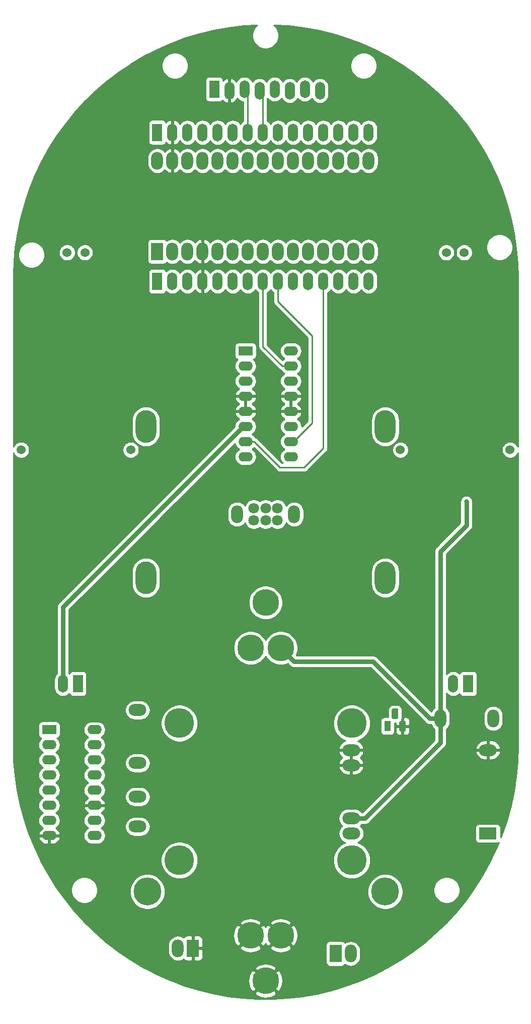
<source format=gbl>
G04 #@! TF.GenerationSoftware,KiCad,Pcbnew,5.1.3-ffb9f22~84~ubuntu19.04.1*
G04 #@! TF.CreationDate,2019-07-31T13:22:44-04:00*
G04 #@! TF.ProjectId,Rover V6,526f7665-7220-4563-962e-6b696361645f,rev?*
G04 #@! TF.SameCoordinates,Original*
G04 #@! TF.FileFunction,Copper,L2,Bot*
G04 #@! TF.FilePolarity,Positive*
%FSLAX46Y46*%
G04 Gerber Fmt 4.6, Leading zero omitted, Abs format (unit mm)*
G04 Created by KiCad (PCBNEW 5.1.3-ffb9f22~84~ubuntu19.04.1) date 2019-07-31 13:22:44*
%MOMM*%
%LPD*%
G04 APERTURE LIST*
%ADD10C,4.500000*%
%ADD11O,3.000000X2.000000*%
%ADD12O,2.000000X3.000000*%
%ADD13R,2.000000X3.000000*%
%ADD14C,4.700000*%
%ADD15C,5.000000*%
%ADD16O,1.700000X3.000000*%
%ADD17R,1.700000X3.000000*%
%ADD18C,1.524000*%
%ADD19O,3.500000X5.500000*%
%ADD20O,2.400000X1.600000*%
%ADD21R,2.400000X1.600000*%
%ADD22R,3.000000X2.000000*%
%ADD23C,0.100000*%
%ADD24C,1.100000*%
%ADD25R,1.100000X1.800000*%
%ADD26O,1.700000X2.999999*%
%ADD27R,1.700000X2.999999*%
%ADD28C,1.800000*%
%ADD29C,0.800000*%
%ADD30C,0.800000*%
%ADD31C,0.250000*%
%ADD32C,0.254000*%
G04 APERTURE END LIST*
D10*
X118682000Y-173850000D03*
X123762000Y-173850000D03*
X121222000Y-181470000D03*
X123762000Y-125590000D03*
X118682000Y-125590000D03*
X121222000Y-117970000D03*
D11*
X99695000Y-155575000D03*
X99695000Y-150575000D03*
D12*
X135540000Y-176911000D03*
D13*
X133000000Y-176911000D03*
X109000000Y-176000000D03*
D12*
X106460000Y-176000000D03*
D14*
X101346000Y-166484000D03*
X141346000Y-166484000D03*
D15*
X106722000Y-138220000D03*
X135722000Y-138220000D03*
X106722000Y-161220000D03*
X135722000Y-161220000D03*
D16*
X138560000Y-64000000D03*
X136020000Y-64000000D03*
X133480000Y-64000000D03*
X130940000Y-64000000D03*
X128400000Y-64000000D03*
X125860000Y-64000000D03*
X123320000Y-64000000D03*
X120780000Y-64000000D03*
X118240000Y-64000000D03*
X115700000Y-64000000D03*
X113160000Y-64000000D03*
X110620000Y-64000000D03*
X108080000Y-64000000D03*
X105540000Y-64000000D03*
D17*
X103000000Y-64000000D03*
X103000000Y-39000000D03*
D16*
X105540000Y-39000000D03*
X108080000Y-39000000D03*
X110620000Y-39000000D03*
X113160000Y-39000000D03*
X115700000Y-39000000D03*
X118240000Y-39000000D03*
X120780000Y-39000000D03*
X123320000Y-39000000D03*
X125860000Y-39000000D03*
X128400000Y-39000000D03*
X130940000Y-39000000D03*
X133480000Y-39000000D03*
X136020000Y-39000000D03*
X138560000Y-39000000D03*
D18*
X98552000Y-92302000D03*
X80102000Y-92302000D03*
X87827000Y-59182000D03*
X90827000Y-59182000D03*
D16*
X87122000Y-131572000D03*
D17*
X89662000Y-131572000D03*
D19*
X101092000Y-113792000D03*
X101092000Y-88392000D03*
D18*
X143891000Y-92302000D03*
X162341000Y-92302000D03*
X154616000Y-59182000D03*
X151616000Y-59182000D03*
D16*
X152781000Y-131572000D03*
D17*
X155321000Y-131572000D03*
D19*
X141351000Y-113792000D03*
X141351000Y-88392000D03*
D11*
X99695000Y-144907000D03*
X99695000Y-136017000D03*
D12*
X150622000Y-137414000D03*
X159512000Y-137414000D03*
D20*
X125476000Y-75692000D03*
X117856000Y-93472000D03*
X125476000Y-78232000D03*
X117856000Y-90932000D03*
X125476000Y-80772000D03*
X117856000Y-88392000D03*
X125476000Y-83312000D03*
X117856000Y-85852000D03*
X125476000Y-85852000D03*
X117856000Y-83312000D03*
X125476000Y-88392000D03*
X117856000Y-80772000D03*
X125476000Y-90932000D03*
X117856000Y-78232000D03*
X125476000Y-93472000D03*
D21*
X117856000Y-75692000D03*
D22*
X158623000Y-156718000D03*
D11*
X158623000Y-142718000D03*
X135623000Y-156718000D03*
X135623000Y-154178000D03*
X135623000Y-145258000D03*
X135623000Y-142718000D03*
D23*
G36*
X143303955Y-135734324D02*
G01*
X143330650Y-135738284D01*
X143356828Y-135744841D01*
X143382238Y-135753933D01*
X143406634Y-135765472D01*
X143429782Y-135779346D01*
X143451458Y-135795422D01*
X143471454Y-135813546D01*
X143489578Y-135833542D01*
X143505654Y-135855218D01*
X143519528Y-135878366D01*
X143531067Y-135902762D01*
X143540159Y-135928172D01*
X143546716Y-135954350D01*
X143550676Y-135981045D01*
X143552000Y-136008000D01*
X143552000Y-137258000D01*
X143550676Y-137284955D01*
X143546716Y-137311650D01*
X143540159Y-137337828D01*
X143531067Y-137363238D01*
X143519528Y-137387634D01*
X143505654Y-137410782D01*
X143489578Y-137432458D01*
X143471454Y-137452454D01*
X143451458Y-137470578D01*
X143429782Y-137486654D01*
X143406634Y-137500528D01*
X143382238Y-137512067D01*
X143356828Y-137521159D01*
X143330650Y-137527716D01*
X143303955Y-137531676D01*
X143277000Y-137533000D01*
X142727000Y-137533000D01*
X142700045Y-137531676D01*
X142673350Y-137527716D01*
X142647172Y-137521159D01*
X142621762Y-137512067D01*
X142597366Y-137500528D01*
X142574218Y-137486654D01*
X142552542Y-137470578D01*
X142532546Y-137452454D01*
X142514422Y-137432458D01*
X142498346Y-137410782D01*
X142484472Y-137387634D01*
X142472933Y-137363238D01*
X142463841Y-137337828D01*
X142457284Y-137311650D01*
X142453324Y-137284955D01*
X142452000Y-137258000D01*
X142452000Y-136008000D01*
X142453324Y-135981045D01*
X142457284Y-135954350D01*
X142463841Y-135928172D01*
X142472933Y-135902762D01*
X142484472Y-135878366D01*
X142498346Y-135855218D01*
X142514422Y-135833542D01*
X142532546Y-135813546D01*
X142552542Y-135795422D01*
X142574218Y-135779346D01*
X142597366Y-135765472D01*
X142621762Y-135753933D01*
X142647172Y-135744841D01*
X142673350Y-135738284D01*
X142700045Y-135734324D01*
X142727000Y-135733000D01*
X143277000Y-135733000D01*
X143303955Y-135734324D01*
X143303955Y-135734324D01*
G37*
D24*
X143002000Y-136633000D03*
D23*
G36*
X144573955Y-137804324D02*
G01*
X144600650Y-137808284D01*
X144626828Y-137814841D01*
X144652238Y-137823933D01*
X144676634Y-137835472D01*
X144699782Y-137849346D01*
X144721458Y-137865422D01*
X144741454Y-137883546D01*
X144759578Y-137903542D01*
X144775654Y-137925218D01*
X144789528Y-137948366D01*
X144801067Y-137972762D01*
X144810159Y-137998172D01*
X144816716Y-138024350D01*
X144820676Y-138051045D01*
X144822000Y-138078000D01*
X144822000Y-139328000D01*
X144820676Y-139354955D01*
X144816716Y-139381650D01*
X144810159Y-139407828D01*
X144801067Y-139433238D01*
X144789528Y-139457634D01*
X144775654Y-139480782D01*
X144759578Y-139502458D01*
X144741454Y-139522454D01*
X144721458Y-139540578D01*
X144699782Y-139556654D01*
X144676634Y-139570528D01*
X144652238Y-139582067D01*
X144626828Y-139591159D01*
X144600650Y-139597716D01*
X144573955Y-139601676D01*
X144547000Y-139603000D01*
X143997000Y-139603000D01*
X143970045Y-139601676D01*
X143943350Y-139597716D01*
X143917172Y-139591159D01*
X143891762Y-139582067D01*
X143867366Y-139570528D01*
X143844218Y-139556654D01*
X143822542Y-139540578D01*
X143802546Y-139522454D01*
X143784422Y-139502458D01*
X143768346Y-139480782D01*
X143754472Y-139457634D01*
X143742933Y-139433238D01*
X143733841Y-139407828D01*
X143727284Y-139381650D01*
X143723324Y-139354955D01*
X143722000Y-139328000D01*
X143722000Y-138078000D01*
X143723324Y-138051045D01*
X143727284Y-138024350D01*
X143733841Y-137998172D01*
X143742933Y-137972762D01*
X143754472Y-137948366D01*
X143768346Y-137925218D01*
X143784422Y-137903542D01*
X143802546Y-137883546D01*
X143822542Y-137865422D01*
X143844218Y-137849346D01*
X143867366Y-137835472D01*
X143891762Y-137823933D01*
X143917172Y-137814841D01*
X143943350Y-137808284D01*
X143970045Y-137804324D01*
X143997000Y-137803000D01*
X144547000Y-137803000D01*
X144573955Y-137804324D01*
X144573955Y-137804324D01*
G37*
D24*
X144272000Y-138703000D03*
D25*
X141732000Y-138703000D03*
D21*
X84836000Y-139319000D03*
D20*
X92456000Y-157099000D03*
X84836000Y-141859000D03*
X92456000Y-154559000D03*
X84836000Y-144399000D03*
X92456000Y-152019000D03*
X84836000Y-146939000D03*
X92456000Y-149479000D03*
X84836000Y-149479000D03*
X92456000Y-146939000D03*
X84836000Y-152019000D03*
X92456000Y-144399000D03*
X84836000Y-154559000D03*
X92456000Y-141859000D03*
X84836000Y-157099000D03*
X92456000Y-139319000D03*
D26*
X130366000Y-31991300D03*
X127826000Y-31737300D03*
X125286000Y-31991300D03*
X122746000Y-31737300D03*
X120206000Y-31991300D03*
X117666000Y-31737300D03*
X115126000Y-31991300D03*
D27*
X112586000Y-31737300D03*
D28*
X119221500Y-102124000D03*
X121221500Y-102124000D03*
X123221500Y-102124000D03*
X119221500Y-104124000D03*
X121221500Y-104124000D03*
X123221500Y-104124000D03*
D12*
X116421500Y-103124000D03*
X126021500Y-103124000D03*
X138560000Y-43760000D03*
X138560000Y-59000000D03*
X103000000Y-43760000D03*
X136020000Y-59000000D03*
X105540000Y-43760000D03*
X133480000Y-59000000D03*
X108080000Y-43760000D03*
X130940000Y-59000000D03*
X110620000Y-43760000D03*
X128400000Y-59000000D03*
X113160000Y-43760000D03*
X125860000Y-59000000D03*
X115700000Y-43760000D03*
X123320000Y-59000000D03*
X118240000Y-43760000D03*
X120780000Y-59000000D03*
X120780000Y-43760000D03*
X118240000Y-59000000D03*
X123320000Y-43760000D03*
X115700000Y-59000000D03*
X125860000Y-43760000D03*
X113160000Y-59000000D03*
X128400000Y-43760000D03*
X110620000Y-59000000D03*
X130940000Y-43760000D03*
X108080000Y-59000000D03*
X133480000Y-43760000D03*
X105540000Y-59000000D03*
X136020000Y-43760000D03*
D13*
X103000000Y-59000000D03*
D29*
X150000000Y-102000000D03*
X155000000Y-101000000D03*
D30*
X148822000Y-137414000D02*
X150622000Y-137414000D01*
X126011999Y-127839999D02*
X139247999Y-127839999D01*
X139247999Y-127839999D02*
X148822000Y-137414000D01*
X123762000Y-125590000D02*
X126011999Y-127839999D01*
X150622000Y-139714000D02*
X150622000Y-137414000D01*
X150622000Y-141479000D02*
X150622000Y-139714000D01*
X137923000Y-154178000D02*
X150622000Y-141479000D01*
X135623000Y-154178000D02*
X137923000Y-154178000D01*
X150622000Y-137414000D02*
X150622000Y-109378000D01*
X150622000Y-109378000D02*
X155000000Y-105000000D01*
X155000000Y-105000000D02*
X155000000Y-101000000D01*
X87122000Y-118726000D02*
X117456000Y-88392000D01*
X117456000Y-88392000D02*
X117856000Y-88392000D01*
X87122000Y-131572000D02*
X87122000Y-118726000D01*
D31*
X120780000Y-32565300D02*
X120206000Y-31991300D01*
X120780000Y-39000000D02*
X120780000Y-32565300D01*
X120780000Y-65750000D02*
X120780000Y-64000000D01*
X120780000Y-74986000D02*
X120780000Y-65750000D01*
X124026000Y-78232000D02*
X120780000Y-74986000D01*
X125476000Y-78232000D02*
X124026000Y-78232000D01*
X118240000Y-32311300D02*
X117666000Y-31737300D01*
X118240000Y-39000000D02*
X118240000Y-32311300D01*
X125876000Y-90932000D02*
X129032000Y-87776000D01*
X125476000Y-90932000D02*
X125876000Y-90932000D01*
X129032000Y-87776000D02*
X129032000Y-73152000D01*
X123320000Y-67440000D02*
X123320000Y-64000000D01*
X129032000Y-73152000D02*
X123320000Y-67440000D01*
X130940000Y-92072000D02*
X130940000Y-64000000D01*
X127725000Y-95287000D02*
X130940000Y-92072000D01*
X123661000Y-95287000D02*
X127725000Y-95287000D01*
X119306000Y-90932000D02*
X123661000Y-95287000D01*
X117856000Y-90932000D02*
X119306000Y-90932000D01*
D32*
G36*
X125066090Y-21115216D02*
G01*
X127564739Y-21417585D01*
X130041057Y-21867609D01*
X132486290Y-22463692D01*
X134891905Y-23203756D01*
X137249381Y-24085180D01*
X139550428Y-25104864D01*
X141786956Y-26259222D01*
X143951095Y-27544193D01*
X146035205Y-28955242D01*
X148031965Y-30487409D01*
X149934347Y-32135304D01*
X151735646Y-33893117D01*
X153429539Y-35754681D01*
X155010034Y-37713410D01*
X156471580Y-39762422D01*
X157809044Y-41894522D01*
X159017697Y-44102171D01*
X160093299Y-46377624D01*
X161032057Y-48712857D01*
X161830675Y-51099675D01*
X162486327Y-53529630D01*
X162996714Y-55994192D01*
X163360042Y-58484719D01*
X163575079Y-60993019D01*
X163641500Y-63370923D01*
X163641500Y-91791148D01*
X163579005Y-91640273D01*
X163426120Y-91411465D01*
X163231535Y-91216880D01*
X163002727Y-91063995D01*
X162748490Y-90958686D01*
X162478592Y-90905000D01*
X162203408Y-90905000D01*
X161933510Y-90958686D01*
X161679273Y-91063995D01*
X161450465Y-91216880D01*
X161255880Y-91411465D01*
X161102995Y-91640273D01*
X160997686Y-91894510D01*
X160944000Y-92164408D01*
X160944000Y-92439592D01*
X160997686Y-92709490D01*
X161102995Y-92963727D01*
X161255880Y-93192535D01*
X161450465Y-93387120D01*
X161679273Y-93540005D01*
X161933510Y-93645314D01*
X162203408Y-93699000D01*
X162478592Y-93699000D01*
X162748490Y-93645314D01*
X163002727Y-93540005D01*
X163231535Y-93387120D01*
X163426120Y-93192535D01*
X163579005Y-92963727D01*
X163641500Y-92812852D01*
X163641501Y-142089007D01*
X163566500Y-144616051D01*
X163342765Y-147122955D01*
X162970749Y-149612172D01*
X162451761Y-152074948D01*
X161787626Y-154502614D01*
X160980687Y-156886612D01*
X160761072Y-157427458D01*
X160761072Y-155718000D01*
X160748812Y-155593518D01*
X160712502Y-155473820D01*
X160653537Y-155363506D01*
X160574185Y-155266815D01*
X160477494Y-155187463D01*
X160367180Y-155128498D01*
X160247482Y-155092188D01*
X160123000Y-155079928D01*
X157123000Y-155079928D01*
X156998518Y-155092188D01*
X156878820Y-155128498D01*
X156768506Y-155187463D01*
X156671815Y-155266815D01*
X156592463Y-155363506D01*
X156533498Y-155473820D01*
X156497188Y-155593518D01*
X156484928Y-155718000D01*
X156484928Y-157718000D01*
X156497188Y-157842482D01*
X156533498Y-157962180D01*
X156592463Y-158072494D01*
X156671815Y-158169185D01*
X156768506Y-158248537D01*
X156878820Y-158307502D01*
X156998518Y-158343812D01*
X157123000Y-158356072D01*
X160123000Y-158356072D01*
X160247482Y-158343812D01*
X160367180Y-158307502D01*
X160413854Y-158282554D01*
X160033782Y-159218558D01*
X158950246Y-161490238D01*
X157733889Y-163693667D01*
X156388995Y-165821078D01*
X154920310Y-167864970D01*
X153332989Y-169818170D01*
X151632605Y-171673813D01*
X149825180Y-173425330D01*
X147917059Y-175066573D01*
X145914967Y-176591759D01*
X143825937Y-177995529D01*
X141657330Y-179272936D01*
X139416786Y-180419480D01*
X137112188Y-181431128D01*
X134751634Y-182304323D01*
X132343477Y-183035977D01*
X129896149Y-183623529D01*
X127418305Y-184064899D01*
X124918616Y-184358546D01*
X122405925Y-184503427D01*
X119889056Y-184499033D01*
X117376908Y-184345384D01*
X114878261Y-184043015D01*
X112401939Y-183592990D01*
X112001363Y-183495340D01*
X119376265Y-183495340D01*
X119622416Y-183887704D01*
X120124822Y-184153312D01*
X120669393Y-184315801D01*
X121235199Y-184368928D01*
X121800498Y-184310652D01*
X122343566Y-184143210D01*
X122821584Y-183887704D01*
X123067735Y-183495340D01*
X121222000Y-181649605D01*
X119376265Y-183495340D01*
X112001363Y-183495340D01*
X109956705Y-182996907D01*
X107551089Y-182256842D01*
X105481888Y-181483199D01*
X118323072Y-181483199D01*
X118381348Y-182048498D01*
X118548790Y-182591566D01*
X118804296Y-183069584D01*
X119196660Y-183315735D01*
X121042395Y-181470000D01*
X121401605Y-181470000D01*
X123247340Y-183315735D01*
X123639704Y-183069584D01*
X123905312Y-182567178D01*
X124067801Y-182022607D01*
X124120928Y-181456801D01*
X124062652Y-180891502D01*
X123895210Y-180348434D01*
X123639704Y-179870416D01*
X123247340Y-179624265D01*
X121401605Y-181470000D01*
X121042395Y-181470000D01*
X119196660Y-179624265D01*
X118804296Y-179870416D01*
X118538688Y-180372822D01*
X118376199Y-180917393D01*
X118323072Y-181483199D01*
X105481888Y-181483199D01*
X105193619Y-181375420D01*
X102892566Y-180355733D01*
X101127395Y-179444660D01*
X119376265Y-179444660D01*
X121222000Y-181290395D01*
X123067735Y-179444660D01*
X122821584Y-179052296D01*
X122319178Y-178786688D01*
X121774607Y-178624199D01*
X121208801Y-178571072D01*
X120643502Y-178629348D01*
X120100434Y-178796790D01*
X119622416Y-179052296D01*
X119376265Y-179444660D01*
X101127395Y-179444660D01*
X100656036Y-179201374D01*
X98491897Y-177916402D01*
X96407795Y-176505358D01*
X94992910Y-175419678D01*
X104825000Y-175419678D01*
X104825000Y-176580321D01*
X104848657Y-176820515D01*
X104942148Y-177128714D01*
X105093969Y-177412751D01*
X105298286Y-177661714D01*
X105547248Y-177866031D01*
X105831285Y-178017852D01*
X106139484Y-178111343D01*
X106460000Y-178142911D01*
X106780515Y-178111343D01*
X107088714Y-178017852D01*
X107372751Y-177866031D01*
X107444261Y-177807345D01*
X107469463Y-177854494D01*
X107548815Y-177951185D01*
X107645506Y-178030537D01*
X107755820Y-178089502D01*
X107875518Y-178125812D01*
X108000000Y-178138072D01*
X108714250Y-178135000D01*
X108873000Y-177976250D01*
X108873000Y-176127000D01*
X109127000Y-176127000D01*
X109127000Y-177976250D01*
X109285750Y-178135000D01*
X110000000Y-178138072D01*
X110124482Y-178125812D01*
X110244180Y-178089502D01*
X110354494Y-178030537D01*
X110451185Y-177951185D01*
X110530537Y-177854494D01*
X110589502Y-177744180D01*
X110625812Y-177624482D01*
X110638072Y-177500000D01*
X110635000Y-176285750D01*
X110476250Y-176127000D01*
X109127000Y-176127000D01*
X108873000Y-176127000D01*
X108853000Y-176127000D01*
X108853000Y-175875340D01*
X116836265Y-175875340D01*
X117082416Y-176267704D01*
X117584822Y-176533312D01*
X118129393Y-176695801D01*
X118695199Y-176748928D01*
X119260498Y-176690652D01*
X119803566Y-176523210D01*
X120281584Y-176267704D01*
X120527735Y-175875340D01*
X121916265Y-175875340D01*
X122162416Y-176267704D01*
X122664822Y-176533312D01*
X123209393Y-176695801D01*
X123775199Y-176748928D01*
X124340498Y-176690652D01*
X124883566Y-176523210D01*
X125361584Y-176267704D01*
X125607735Y-175875340D01*
X123762000Y-174029605D01*
X121916265Y-175875340D01*
X120527735Y-175875340D01*
X118682000Y-174029605D01*
X116836265Y-175875340D01*
X108853000Y-175875340D01*
X108853000Y-175873000D01*
X108873000Y-175873000D01*
X108873000Y-174023750D01*
X109127000Y-174023750D01*
X109127000Y-175873000D01*
X110476250Y-175873000D01*
X110635000Y-175714250D01*
X110638072Y-174500000D01*
X110625812Y-174375518D01*
X110589502Y-174255820D01*
X110530537Y-174145506D01*
X110451185Y-174048815D01*
X110354494Y-173969463D01*
X110244180Y-173910498D01*
X110124482Y-173874188D01*
X110012906Y-173863199D01*
X115783072Y-173863199D01*
X115841348Y-174428498D01*
X116008790Y-174971566D01*
X116264296Y-175449584D01*
X116656660Y-175695735D01*
X118502395Y-173850000D01*
X118861605Y-173850000D01*
X120707340Y-175695735D01*
X121099704Y-175449584D01*
X121221328Y-175219528D01*
X121344296Y-175449584D01*
X121736660Y-175695735D01*
X123582395Y-173850000D01*
X123941605Y-173850000D01*
X125787340Y-175695735D01*
X126179704Y-175449584D01*
X126200102Y-175411000D01*
X131361928Y-175411000D01*
X131361928Y-178411000D01*
X131374188Y-178535482D01*
X131410498Y-178655180D01*
X131469463Y-178765494D01*
X131548815Y-178862185D01*
X131645506Y-178941537D01*
X131755820Y-179000502D01*
X131875518Y-179036812D01*
X132000000Y-179049072D01*
X134000000Y-179049072D01*
X134124482Y-179036812D01*
X134244180Y-179000502D01*
X134354494Y-178941537D01*
X134451185Y-178862185D01*
X134530537Y-178765494D01*
X134555739Y-178718345D01*
X134627249Y-178777031D01*
X134911286Y-178928852D01*
X135219485Y-179022343D01*
X135540000Y-179053911D01*
X135860516Y-179022343D01*
X136168715Y-178928852D01*
X136452752Y-178777031D01*
X136701714Y-178572714D01*
X136906031Y-178323752D01*
X137057852Y-178039715D01*
X137151343Y-177731516D01*
X137175000Y-177491322D01*
X137175000Y-176330678D01*
X137151343Y-176090484D01*
X137057852Y-175782285D01*
X136906031Y-175498248D01*
X136701714Y-175249286D01*
X136452751Y-175044969D01*
X136168714Y-174893148D01*
X135860515Y-174799657D01*
X135540000Y-174768089D01*
X135219484Y-174799657D01*
X134911285Y-174893148D01*
X134627248Y-175044969D01*
X134555739Y-175103655D01*
X134530537Y-175056506D01*
X134451185Y-174959815D01*
X134354494Y-174880463D01*
X134244180Y-174821498D01*
X134124482Y-174785188D01*
X134000000Y-174772928D01*
X132000000Y-174772928D01*
X131875518Y-174785188D01*
X131755820Y-174821498D01*
X131645506Y-174880463D01*
X131548815Y-174959815D01*
X131469463Y-175056506D01*
X131410498Y-175166820D01*
X131374188Y-175286518D01*
X131361928Y-175411000D01*
X126200102Y-175411000D01*
X126445312Y-174947178D01*
X126607801Y-174402607D01*
X126660928Y-173836801D01*
X126602652Y-173271502D01*
X126435210Y-172728434D01*
X126179704Y-172250416D01*
X125787340Y-172004265D01*
X123941605Y-173850000D01*
X123582395Y-173850000D01*
X121736660Y-172004265D01*
X121344296Y-172250416D01*
X121222672Y-172480472D01*
X121099704Y-172250416D01*
X120707340Y-172004265D01*
X118861605Y-173850000D01*
X118502395Y-173850000D01*
X116656660Y-172004265D01*
X116264296Y-172250416D01*
X115998688Y-172752822D01*
X115836199Y-173297393D01*
X115783072Y-173863199D01*
X110012906Y-173863199D01*
X110000000Y-173861928D01*
X109285750Y-173865000D01*
X109127000Y-174023750D01*
X108873000Y-174023750D01*
X108714250Y-173865000D01*
X108000000Y-173861928D01*
X107875518Y-173874188D01*
X107755820Y-173910498D01*
X107645506Y-173969463D01*
X107548815Y-174048815D01*
X107469463Y-174145506D01*
X107444261Y-174192655D01*
X107372752Y-174133969D01*
X107088715Y-173982148D01*
X106780516Y-173888657D01*
X106460000Y-173857089D01*
X106139485Y-173888657D01*
X105831286Y-173982148D01*
X105547249Y-174133969D01*
X105298287Y-174338286D01*
X105093970Y-174587248D01*
X104942148Y-174871285D01*
X104848657Y-175179484D01*
X104825000Y-175419678D01*
X94992910Y-175419678D01*
X94411025Y-174973182D01*
X92508644Y-173325288D01*
X90970895Y-171824660D01*
X116836265Y-171824660D01*
X118682000Y-173670395D01*
X120527735Y-171824660D01*
X121916265Y-171824660D01*
X123762000Y-173670395D01*
X125607735Y-171824660D01*
X125361584Y-171432296D01*
X124859178Y-171166688D01*
X124314607Y-171004199D01*
X123748801Y-170951072D01*
X123183502Y-171009348D01*
X122640434Y-171176790D01*
X122162416Y-171432296D01*
X121916265Y-171824660D01*
X120527735Y-171824660D01*
X120281584Y-171432296D01*
X119779178Y-171166688D01*
X119234607Y-171004199D01*
X118668801Y-170951072D01*
X118103502Y-171009348D01*
X117560434Y-171176790D01*
X117082416Y-171432296D01*
X116836265Y-171824660D01*
X90970895Y-171824660D01*
X90707346Y-171567474D01*
X89013461Y-169705919D01*
X87432972Y-167747197D01*
X86193750Y-166009872D01*
X88506500Y-166009872D01*
X88506500Y-166450128D01*
X88592390Y-166881925D01*
X88760869Y-167288669D01*
X89005462Y-167654729D01*
X89316771Y-167966038D01*
X89682831Y-168210631D01*
X90089575Y-168379110D01*
X90521372Y-168465000D01*
X90961628Y-168465000D01*
X91393425Y-168379110D01*
X91800169Y-168210631D01*
X92166229Y-167966038D01*
X92477538Y-167654729D01*
X92722131Y-167288669D01*
X92890610Y-166881925D01*
X92976500Y-166450128D01*
X92976500Y-166190003D01*
X98361000Y-166190003D01*
X98361000Y-166777997D01*
X98475712Y-167354692D01*
X98700727Y-167897928D01*
X99027399Y-168386826D01*
X99443174Y-168802601D01*
X99932072Y-169129273D01*
X100475308Y-169354288D01*
X101052003Y-169469000D01*
X101639997Y-169469000D01*
X102216692Y-169354288D01*
X102759928Y-169129273D01*
X103248826Y-168802601D01*
X103664601Y-168386826D01*
X103991273Y-167897928D01*
X104216288Y-167354692D01*
X104331000Y-166777997D01*
X104331000Y-166190003D01*
X138361000Y-166190003D01*
X138361000Y-166777997D01*
X138475712Y-167354692D01*
X138700727Y-167897928D01*
X139027399Y-168386826D01*
X139443174Y-168802601D01*
X139932072Y-169129273D01*
X140475308Y-169354288D01*
X141052003Y-169469000D01*
X141639997Y-169469000D01*
X142216692Y-169354288D01*
X142759928Y-169129273D01*
X143248826Y-168802601D01*
X143664601Y-168386826D01*
X143991273Y-167897928D01*
X144216288Y-167354692D01*
X144331000Y-166777997D01*
X144331000Y-166190003D01*
X144295170Y-166009872D01*
X149467000Y-166009872D01*
X149467000Y-166450128D01*
X149552890Y-166881925D01*
X149721369Y-167288669D01*
X149965962Y-167654729D01*
X150277271Y-167966038D01*
X150643331Y-168210631D01*
X151050075Y-168379110D01*
X151481872Y-168465000D01*
X151922128Y-168465000D01*
X152353925Y-168379110D01*
X152760669Y-168210631D01*
X153126729Y-167966038D01*
X153438038Y-167654729D01*
X153682631Y-167288669D01*
X153851110Y-166881925D01*
X153937000Y-166450128D01*
X153937000Y-166009872D01*
X153851110Y-165578075D01*
X153682631Y-165171331D01*
X153438038Y-164805271D01*
X153126729Y-164493962D01*
X152760669Y-164249369D01*
X152353925Y-164080890D01*
X151922128Y-163995000D01*
X151481872Y-163995000D01*
X151050075Y-164080890D01*
X150643331Y-164249369D01*
X150277271Y-164493962D01*
X149965962Y-164805271D01*
X149721369Y-165171331D01*
X149552890Y-165578075D01*
X149467000Y-166009872D01*
X144295170Y-166009872D01*
X144216288Y-165613308D01*
X143991273Y-165070072D01*
X143664601Y-164581174D01*
X143248826Y-164165399D01*
X142759928Y-163838727D01*
X142216692Y-163613712D01*
X141639997Y-163499000D01*
X141052003Y-163499000D01*
X140475308Y-163613712D01*
X139932072Y-163838727D01*
X139443174Y-164165399D01*
X139027399Y-164581174D01*
X138700727Y-165070072D01*
X138475712Y-165613308D01*
X138361000Y-166190003D01*
X104331000Y-166190003D01*
X104216288Y-165613308D01*
X103991273Y-165070072D01*
X103664601Y-164581174D01*
X103248826Y-164165399D01*
X102759928Y-163838727D01*
X102216692Y-163613712D01*
X101639997Y-163499000D01*
X101052003Y-163499000D01*
X100475308Y-163613712D01*
X99932072Y-163838727D01*
X99443174Y-164165399D01*
X99027399Y-164581174D01*
X98700727Y-165070072D01*
X98475712Y-165613308D01*
X98361000Y-166190003D01*
X92976500Y-166190003D01*
X92976500Y-166009872D01*
X92890610Y-165578075D01*
X92722131Y-165171331D01*
X92477538Y-164805271D01*
X92166229Y-164493962D01*
X91800169Y-164249369D01*
X91393425Y-164080890D01*
X90961628Y-163995000D01*
X90521372Y-163995000D01*
X90089575Y-164080890D01*
X89682831Y-164249369D01*
X89316771Y-164493962D01*
X89005462Y-164805271D01*
X88760869Y-165171331D01*
X88592390Y-165578075D01*
X88506500Y-166009872D01*
X86193750Y-166009872D01*
X85971420Y-165698178D01*
X84633956Y-163566078D01*
X83425303Y-161358429D01*
X83213913Y-160911229D01*
X103587000Y-160911229D01*
X103587000Y-161528771D01*
X103707476Y-162134446D01*
X103943799Y-162704979D01*
X104286886Y-163218446D01*
X104723554Y-163655114D01*
X105237021Y-163998201D01*
X105807554Y-164234524D01*
X106413229Y-164355000D01*
X107030771Y-164355000D01*
X107636446Y-164234524D01*
X108206979Y-163998201D01*
X108720446Y-163655114D01*
X109157114Y-163218446D01*
X109500201Y-162704979D01*
X109736524Y-162134446D01*
X109857000Y-161528771D01*
X109857000Y-160911229D01*
X109736524Y-160305554D01*
X109500201Y-159735021D01*
X109157114Y-159221554D01*
X108720446Y-158784886D01*
X108206979Y-158441799D01*
X107636446Y-158205476D01*
X107030771Y-158085000D01*
X106413229Y-158085000D01*
X105807554Y-158205476D01*
X105237021Y-158441799D01*
X104723554Y-158784886D01*
X104286886Y-159221554D01*
X103943799Y-159735021D01*
X103707476Y-160305554D01*
X103587000Y-160911229D01*
X83213913Y-160911229D01*
X82349702Y-159082976D01*
X81692462Y-157448039D01*
X83044096Y-157448039D01*
X83061633Y-157530818D01*
X83172285Y-157790646D01*
X83331500Y-158023895D01*
X83533161Y-158221601D01*
X83769517Y-158376166D01*
X84031486Y-158481650D01*
X84309000Y-158534000D01*
X84709000Y-158534000D01*
X84709000Y-157226000D01*
X84963000Y-157226000D01*
X84963000Y-158534000D01*
X85363000Y-158534000D01*
X85640514Y-158481650D01*
X85902483Y-158376166D01*
X86138839Y-158221601D01*
X86340500Y-158023895D01*
X86499715Y-157790646D01*
X86610367Y-157530818D01*
X86627904Y-157448039D01*
X86505915Y-157226000D01*
X84963000Y-157226000D01*
X84709000Y-157226000D01*
X83166085Y-157226000D01*
X83044096Y-157448039D01*
X81692462Y-157448039D01*
X81410936Y-156747723D01*
X80612325Y-154360925D01*
X79956672Y-151930967D01*
X79446286Y-149466405D01*
X79082958Y-146975881D01*
X78867921Y-144467581D01*
X78801500Y-142089676D01*
X78801500Y-141859000D01*
X82994057Y-141859000D01*
X83021764Y-142140309D01*
X83103818Y-142410808D01*
X83237068Y-142660101D01*
X83416392Y-142878608D01*
X83634899Y-143057932D01*
X83767858Y-143129000D01*
X83634899Y-143200068D01*
X83416392Y-143379392D01*
X83237068Y-143597899D01*
X83103818Y-143847192D01*
X83021764Y-144117691D01*
X82994057Y-144399000D01*
X83021764Y-144680309D01*
X83103818Y-144950808D01*
X83237068Y-145200101D01*
X83416392Y-145418608D01*
X83634899Y-145597932D01*
X83767858Y-145669000D01*
X83634899Y-145740068D01*
X83416392Y-145919392D01*
X83237068Y-146137899D01*
X83103818Y-146387192D01*
X83021764Y-146657691D01*
X82994057Y-146939000D01*
X83021764Y-147220309D01*
X83103818Y-147490808D01*
X83237068Y-147740101D01*
X83416392Y-147958608D01*
X83634899Y-148137932D01*
X83767858Y-148209000D01*
X83634899Y-148280068D01*
X83416392Y-148459392D01*
X83237068Y-148677899D01*
X83103818Y-148927192D01*
X83021764Y-149197691D01*
X82994057Y-149479000D01*
X83021764Y-149760309D01*
X83103818Y-150030808D01*
X83237068Y-150280101D01*
X83416392Y-150498608D01*
X83634899Y-150677932D01*
X83767858Y-150749000D01*
X83634899Y-150820068D01*
X83416392Y-150999392D01*
X83237068Y-151217899D01*
X83103818Y-151467192D01*
X83021764Y-151737691D01*
X82994057Y-152019000D01*
X83021764Y-152300309D01*
X83103818Y-152570808D01*
X83237068Y-152820101D01*
X83416392Y-153038608D01*
X83634899Y-153217932D01*
X83767858Y-153289000D01*
X83634899Y-153360068D01*
X83416392Y-153539392D01*
X83237068Y-153757899D01*
X83103818Y-154007192D01*
X83021764Y-154277691D01*
X82994057Y-154559000D01*
X83021764Y-154840309D01*
X83103818Y-155110808D01*
X83237068Y-155360101D01*
X83416392Y-155578608D01*
X83634899Y-155757932D01*
X83762741Y-155826265D01*
X83533161Y-155976399D01*
X83331500Y-156174105D01*
X83172285Y-156407354D01*
X83061633Y-156667182D01*
X83044096Y-156749961D01*
X83166085Y-156972000D01*
X84709000Y-156972000D01*
X84709000Y-156952000D01*
X84963000Y-156952000D01*
X84963000Y-156972000D01*
X86505915Y-156972000D01*
X86627904Y-156749961D01*
X86610367Y-156667182D01*
X86499715Y-156407354D01*
X86340500Y-156174105D01*
X86138839Y-155976399D01*
X85909259Y-155826265D01*
X86037101Y-155757932D01*
X86255608Y-155578608D01*
X86434932Y-155360101D01*
X86568182Y-155110808D01*
X86650236Y-154840309D01*
X86677943Y-154559000D01*
X90614057Y-154559000D01*
X90641764Y-154840309D01*
X90723818Y-155110808D01*
X90857068Y-155360101D01*
X91036392Y-155578608D01*
X91254899Y-155757932D01*
X91387858Y-155829000D01*
X91254899Y-155900068D01*
X91036392Y-156079392D01*
X90857068Y-156297899D01*
X90723818Y-156547192D01*
X90641764Y-156817691D01*
X90614057Y-157099000D01*
X90641764Y-157380309D01*
X90723818Y-157650808D01*
X90857068Y-157900101D01*
X91036392Y-158118608D01*
X91254899Y-158297932D01*
X91504192Y-158431182D01*
X91774691Y-158513236D01*
X91985508Y-158534000D01*
X92926492Y-158534000D01*
X93137309Y-158513236D01*
X93407808Y-158431182D01*
X93657101Y-158297932D01*
X93875608Y-158118608D01*
X94054932Y-157900101D01*
X94188182Y-157650808D01*
X94270236Y-157380309D01*
X94297943Y-157099000D01*
X94270236Y-156817691D01*
X94188182Y-156547192D01*
X94054932Y-156297899D01*
X93875608Y-156079392D01*
X93657101Y-155900068D01*
X93524142Y-155829000D01*
X93657101Y-155757932D01*
X93875608Y-155578608D01*
X93878569Y-155575000D01*
X97552089Y-155575000D01*
X97583657Y-155895516D01*
X97677148Y-156203715D01*
X97828969Y-156487752D01*
X98033286Y-156736714D01*
X98282248Y-156941031D01*
X98566285Y-157092852D01*
X98874484Y-157186343D01*
X99114678Y-157210000D01*
X100275322Y-157210000D01*
X100515516Y-157186343D01*
X100823715Y-157092852D01*
X101107752Y-156941031D01*
X101356714Y-156736714D01*
X101561031Y-156487752D01*
X101712852Y-156203715D01*
X101806343Y-155895516D01*
X101837911Y-155575000D01*
X101806343Y-155254484D01*
X101712852Y-154946285D01*
X101561031Y-154662248D01*
X101356714Y-154413286D01*
X101107752Y-154208969D01*
X100823715Y-154057148D01*
X100515516Y-153963657D01*
X100275322Y-153940000D01*
X99114678Y-153940000D01*
X98874484Y-153963657D01*
X98566285Y-154057148D01*
X98282248Y-154208969D01*
X98033286Y-154413286D01*
X97828969Y-154662248D01*
X97677148Y-154946285D01*
X97583657Y-155254484D01*
X97552089Y-155575000D01*
X93878569Y-155575000D01*
X94054932Y-155360101D01*
X94188182Y-155110808D01*
X94270236Y-154840309D01*
X94297943Y-154559000D01*
X94270236Y-154277691D01*
X94188182Y-154007192D01*
X94054932Y-153757899D01*
X93875608Y-153539392D01*
X93657101Y-153360068D01*
X93529259Y-153291735D01*
X93758839Y-153141601D01*
X93960500Y-152943895D01*
X94119715Y-152710646D01*
X94230367Y-152450818D01*
X94247904Y-152368039D01*
X94125915Y-152146000D01*
X92583000Y-152146000D01*
X92583000Y-152166000D01*
X92329000Y-152166000D01*
X92329000Y-152146000D01*
X90786085Y-152146000D01*
X90664096Y-152368039D01*
X90681633Y-152450818D01*
X90792285Y-152710646D01*
X90951500Y-152943895D01*
X91153161Y-153141601D01*
X91382741Y-153291735D01*
X91254899Y-153360068D01*
X91036392Y-153539392D01*
X90857068Y-153757899D01*
X90723818Y-154007192D01*
X90641764Y-154277691D01*
X90614057Y-154559000D01*
X86677943Y-154559000D01*
X86650236Y-154277691D01*
X86568182Y-154007192D01*
X86434932Y-153757899D01*
X86255608Y-153539392D01*
X86037101Y-153360068D01*
X85904142Y-153289000D01*
X86037101Y-153217932D01*
X86255608Y-153038608D01*
X86434932Y-152820101D01*
X86568182Y-152570808D01*
X86650236Y-152300309D01*
X86677943Y-152019000D01*
X86650236Y-151737691D01*
X86568182Y-151467192D01*
X86434932Y-151217899D01*
X86255608Y-150999392D01*
X86037101Y-150820068D01*
X85904142Y-150749000D01*
X86037101Y-150677932D01*
X86255608Y-150498608D01*
X86434932Y-150280101D01*
X86568182Y-150030808D01*
X86650236Y-149760309D01*
X86677943Y-149479000D01*
X86650236Y-149197691D01*
X86568182Y-148927192D01*
X86434932Y-148677899D01*
X86255608Y-148459392D01*
X86037101Y-148280068D01*
X85904142Y-148209000D01*
X86037101Y-148137932D01*
X86255608Y-147958608D01*
X86434932Y-147740101D01*
X86568182Y-147490808D01*
X86650236Y-147220309D01*
X86677943Y-146939000D01*
X86650236Y-146657691D01*
X86568182Y-146387192D01*
X86434932Y-146137899D01*
X86255608Y-145919392D01*
X86037101Y-145740068D01*
X85904142Y-145669000D01*
X86037101Y-145597932D01*
X86255608Y-145418608D01*
X86434932Y-145200101D01*
X86568182Y-144950808D01*
X86650236Y-144680309D01*
X86677943Y-144399000D01*
X86650236Y-144117691D01*
X86568182Y-143847192D01*
X86434932Y-143597899D01*
X86255608Y-143379392D01*
X86037101Y-143200068D01*
X85904142Y-143129000D01*
X86037101Y-143057932D01*
X86255608Y-142878608D01*
X86434932Y-142660101D01*
X86568182Y-142410808D01*
X86650236Y-142140309D01*
X86677943Y-141859000D01*
X86650236Y-141577691D01*
X86568182Y-141307192D01*
X86434932Y-141057899D01*
X86255608Y-140839392D01*
X86142518Y-140746581D01*
X86160482Y-140744812D01*
X86280180Y-140708502D01*
X86390494Y-140649537D01*
X86487185Y-140570185D01*
X86566537Y-140473494D01*
X86625502Y-140363180D01*
X86661812Y-140243482D01*
X86674072Y-140119000D01*
X86674072Y-139319000D01*
X90614057Y-139319000D01*
X90641764Y-139600309D01*
X90723818Y-139870808D01*
X90857068Y-140120101D01*
X91036392Y-140338608D01*
X91254899Y-140517932D01*
X91387858Y-140589000D01*
X91254899Y-140660068D01*
X91036392Y-140839392D01*
X90857068Y-141057899D01*
X90723818Y-141307192D01*
X90641764Y-141577691D01*
X90614057Y-141859000D01*
X90641764Y-142140309D01*
X90723818Y-142410808D01*
X90857068Y-142660101D01*
X91036392Y-142878608D01*
X91254899Y-143057932D01*
X91387858Y-143129000D01*
X91254899Y-143200068D01*
X91036392Y-143379392D01*
X90857068Y-143597899D01*
X90723818Y-143847192D01*
X90641764Y-144117691D01*
X90614057Y-144399000D01*
X90641764Y-144680309D01*
X90723818Y-144950808D01*
X90857068Y-145200101D01*
X91036392Y-145418608D01*
X91254899Y-145597932D01*
X91387858Y-145669000D01*
X91254899Y-145740068D01*
X91036392Y-145919392D01*
X90857068Y-146137899D01*
X90723818Y-146387192D01*
X90641764Y-146657691D01*
X90614057Y-146939000D01*
X90641764Y-147220309D01*
X90723818Y-147490808D01*
X90857068Y-147740101D01*
X91036392Y-147958608D01*
X91254899Y-148137932D01*
X91387858Y-148209000D01*
X91254899Y-148280068D01*
X91036392Y-148459392D01*
X90857068Y-148677899D01*
X90723818Y-148927192D01*
X90641764Y-149197691D01*
X90614057Y-149479000D01*
X90641764Y-149760309D01*
X90723818Y-150030808D01*
X90857068Y-150280101D01*
X91036392Y-150498608D01*
X91254899Y-150677932D01*
X91382741Y-150746265D01*
X91153161Y-150896399D01*
X90951500Y-151094105D01*
X90792285Y-151327354D01*
X90681633Y-151587182D01*
X90664096Y-151669961D01*
X90786085Y-151892000D01*
X92329000Y-151892000D01*
X92329000Y-151872000D01*
X92583000Y-151872000D01*
X92583000Y-151892000D01*
X94125915Y-151892000D01*
X94247904Y-151669961D01*
X94230367Y-151587182D01*
X94119715Y-151327354D01*
X93960500Y-151094105D01*
X93758839Y-150896399D01*
X93529259Y-150746265D01*
X93657101Y-150677932D01*
X93782524Y-150575000D01*
X97552089Y-150575000D01*
X97583657Y-150895516D01*
X97677148Y-151203715D01*
X97828969Y-151487752D01*
X98033286Y-151736714D01*
X98282248Y-151941031D01*
X98566285Y-152092852D01*
X98874484Y-152186343D01*
X99114678Y-152210000D01*
X100275322Y-152210000D01*
X100515516Y-152186343D01*
X100823715Y-152092852D01*
X101107752Y-151941031D01*
X101356714Y-151736714D01*
X101561031Y-151487752D01*
X101712852Y-151203715D01*
X101806343Y-150895516D01*
X101837911Y-150575000D01*
X101806343Y-150254484D01*
X101712852Y-149946285D01*
X101561031Y-149662248D01*
X101356714Y-149413286D01*
X101107752Y-149208969D01*
X100823715Y-149057148D01*
X100515516Y-148963657D01*
X100275322Y-148940000D01*
X99114678Y-148940000D01*
X98874484Y-148963657D01*
X98566285Y-149057148D01*
X98282248Y-149208969D01*
X98033286Y-149413286D01*
X97828969Y-149662248D01*
X97677148Y-149946285D01*
X97583657Y-150254484D01*
X97552089Y-150575000D01*
X93782524Y-150575000D01*
X93875608Y-150498608D01*
X94054932Y-150280101D01*
X94188182Y-150030808D01*
X94270236Y-149760309D01*
X94297943Y-149479000D01*
X94270236Y-149197691D01*
X94188182Y-148927192D01*
X94054932Y-148677899D01*
X93875608Y-148459392D01*
X93657101Y-148280068D01*
X93524142Y-148209000D01*
X93657101Y-148137932D01*
X93875608Y-147958608D01*
X94054932Y-147740101D01*
X94188182Y-147490808D01*
X94270236Y-147220309D01*
X94297943Y-146939000D01*
X94270236Y-146657691D01*
X94188182Y-146387192D01*
X94054932Y-146137899D01*
X93875608Y-145919392D01*
X93657101Y-145740068D01*
X93524142Y-145669000D01*
X93657101Y-145597932D01*
X93875608Y-145418608D01*
X94054932Y-145200101D01*
X94188182Y-144950808D01*
X94201470Y-144907000D01*
X97552089Y-144907000D01*
X97583657Y-145227516D01*
X97677148Y-145535715D01*
X97828969Y-145819752D01*
X98033286Y-146068714D01*
X98282248Y-146273031D01*
X98566285Y-146424852D01*
X98874484Y-146518343D01*
X99114678Y-146542000D01*
X100275322Y-146542000D01*
X100515516Y-146518343D01*
X100823715Y-146424852D01*
X101107752Y-146273031D01*
X101356714Y-146068714D01*
X101561031Y-145819752D01*
X101657947Y-145638434D01*
X133532876Y-145638434D01*
X133563856Y-145766355D01*
X133692990Y-146060761D01*
X133877078Y-146324317D01*
X134109046Y-146546895D01*
X134379980Y-146719942D01*
X134679468Y-146836807D01*
X134996000Y-146893000D01*
X135496000Y-146893000D01*
X135496000Y-145385000D01*
X135750000Y-145385000D01*
X135750000Y-146893000D01*
X136250000Y-146893000D01*
X136566532Y-146836807D01*
X136866020Y-146719942D01*
X137136954Y-146546895D01*
X137368922Y-146324317D01*
X137553010Y-146060761D01*
X137682144Y-145766355D01*
X137713124Y-145638434D01*
X137593777Y-145385000D01*
X135750000Y-145385000D01*
X135496000Y-145385000D01*
X133652223Y-145385000D01*
X133532876Y-145638434D01*
X101657947Y-145638434D01*
X101712852Y-145535715D01*
X101806343Y-145227516D01*
X101837911Y-144907000D01*
X101806343Y-144586484D01*
X101712852Y-144278285D01*
X101561031Y-143994248D01*
X101356714Y-143745286D01*
X101107752Y-143540969D01*
X100823715Y-143389148D01*
X100515516Y-143295657D01*
X100275322Y-143272000D01*
X99114678Y-143272000D01*
X98874484Y-143295657D01*
X98566285Y-143389148D01*
X98282248Y-143540969D01*
X98033286Y-143745286D01*
X97828969Y-143994248D01*
X97677148Y-144278285D01*
X97583657Y-144586484D01*
X97552089Y-144907000D01*
X94201470Y-144907000D01*
X94270236Y-144680309D01*
X94297943Y-144399000D01*
X94270236Y-144117691D01*
X94188182Y-143847192D01*
X94054932Y-143597899D01*
X93875608Y-143379392D01*
X93657101Y-143200068D01*
X93524142Y-143129000D01*
X93581327Y-143098434D01*
X133532876Y-143098434D01*
X133563856Y-143226355D01*
X133692990Y-143520761D01*
X133877078Y-143784317D01*
X134089354Y-143988000D01*
X133877078Y-144191683D01*
X133692990Y-144455239D01*
X133563856Y-144749645D01*
X133532876Y-144877566D01*
X133652223Y-145131000D01*
X135496000Y-145131000D01*
X135496000Y-142845000D01*
X135750000Y-142845000D01*
X135750000Y-145131000D01*
X137593777Y-145131000D01*
X137713124Y-144877566D01*
X137682144Y-144749645D01*
X137553010Y-144455239D01*
X137368922Y-144191683D01*
X137156646Y-143988000D01*
X137368922Y-143784317D01*
X137553010Y-143520761D01*
X137682144Y-143226355D01*
X137713124Y-143098434D01*
X137593777Y-142845000D01*
X135750000Y-142845000D01*
X135496000Y-142845000D01*
X133652223Y-142845000D01*
X133532876Y-143098434D01*
X93581327Y-143098434D01*
X93657101Y-143057932D01*
X93875608Y-142878608D01*
X94054932Y-142660101D01*
X94188182Y-142410808D01*
X94270236Y-142140309D01*
X94297943Y-141859000D01*
X94270236Y-141577691D01*
X94188182Y-141307192D01*
X94054932Y-141057899D01*
X93875608Y-140839392D01*
X93657101Y-140660068D01*
X93524142Y-140589000D01*
X93657101Y-140517932D01*
X93875608Y-140338608D01*
X94054932Y-140120101D01*
X94188182Y-139870808D01*
X94270236Y-139600309D01*
X94297943Y-139319000D01*
X94270236Y-139037691D01*
X94188182Y-138767192D01*
X94054932Y-138517899D01*
X93875608Y-138299392D01*
X93657101Y-138120068D01*
X93407808Y-137986818D01*
X93158622Y-137911229D01*
X103587000Y-137911229D01*
X103587000Y-138528771D01*
X103707476Y-139134446D01*
X103943799Y-139704979D01*
X104286886Y-140218446D01*
X104723554Y-140655114D01*
X105237021Y-140998201D01*
X105807554Y-141234524D01*
X106413229Y-141355000D01*
X107030771Y-141355000D01*
X107636446Y-141234524D01*
X108206979Y-140998201D01*
X108720446Y-140655114D01*
X109157114Y-140218446D01*
X109500201Y-139704979D01*
X109736524Y-139134446D01*
X109857000Y-138528771D01*
X109857000Y-137911229D01*
X132587000Y-137911229D01*
X132587000Y-138528771D01*
X132707476Y-139134446D01*
X132943799Y-139704979D01*
X133286886Y-140218446D01*
X133723554Y-140655114D01*
X134237021Y-140998201D01*
X134626914Y-141159700D01*
X134379980Y-141256058D01*
X134109046Y-141429105D01*
X133877078Y-141651683D01*
X133692990Y-141915239D01*
X133563856Y-142209645D01*
X133532876Y-142337566D01*
X133652223Y-142591000D01*
X135496000Y-142591000D01*
X135496000Y-142571000D01*
X135750000Y-142571000D01*
X135750000Y-142591000D01*
X137593777Y-142591000D01*
X137713124Y-142337566D01*
X137682144Y-142209645D01*
X137553010Y-141915239D01*
X137368922Y-141651683D01*
X137136954Y-141429105D01*
X136866020Y-141256058D01*
X136721039Y-141199484D01*
X137206979Y-140998201D01*
X137720446Y-140655114D01*
X138157114Y-140218446D01*
X138500201Y-139704979D01*
X138736524Y-139134446D01*
X138857000Y-138528771D01*
X138857000Y-137911229D01*
X138835472Y-137803000D01*
X140543928Y-137803000D01*
X140543928Y-139603000D01*
X140556188Y-139727482D01*
X140592498Y-139847180D01*
X140651463Y-139957494D01*
X140730815Y-140054185D01*
X140827506Y-140133537D01*
X140937820Y-140192502D01*
X141057518Y-140228812D01*
X141182000Y-140241072D01*
X142282000Y-140241072D01*
X142406482Y-140228812D01*
X142526180Y-140192502D01*
X142636494Y-140133537D01*
X142733185Y-140054185D01*
X142812537Y-139957494D01*
X142871502Y-139847180D01*
X142907812Y-139727482D01*
X142920072Y-139603000D01*
X143083928Y-139603000D01*
X143096188Y-139727482D01*
X143132498Y-139847180D01*
X143191463Y-139957494D01*
X143270815Y-140054185D01*
X143367506Y-140133537D01*
X143477820Y-140192502D01*
X143597518Y-140228812D01*
X143722000Y-140241072D01*
X143986250Y-140238000D01*
X144145000Y-140079250D01*
X144145000Y-138830000D01*
X144399000Y-138830000D01*
X144399000Y-140079250D01*
X144557750Y-140238000D01*
X144822000Y-140241072D01*
X144946482Y-140228812D01*
X145066180Y-140192502D01*
X145176494Y-140133537D01*
X145273185Y-140054185D01*
X145352537Y-139957494D01*
X145411502Y-139847180D01*
X145447812Y-139727482D01*
X145460072Y-139603000D01*
X145457000Y-138988750D01*
X145298250Y-138830000D01*
X144399000Y-138830000D01*
X144145000Y-138830000D01*
X143245750Y-138830000D01*
X143087000Y-138988750D01*
X143083928Y-139603000D01*
X142920072Y-139603000D01*
X142920072Y-138171072D01*
X143085769Y-138171072D01*
X143087000Y-138417250D01*
X143245750Y-138576000D01*
X144145000Y-138576000D01*
X144145000Y-137526880D01*
X144172528Y-137436132D01*
X144183300Y-137326750D01*
X144399000Y-137326750D01*
X144399000Y-138576000D01*
X145298250Y-138576000D01*
X145457000Y-138417250D01*
X145460072Y-137803000D01*
X145447812Y-137678518D01*
X145411502Y-137558820D01*
X145352537Y-137448506D01*
X145273185Y-137351815D01*
X145176494Y-137272463D01*
X145066180Y-137213498D01*
X144946482Y-137177188D01*
X144822000Y-137164928D01*
X144557750Y-137168000D01*
X144399000Y-137326750D01*
X144183300Y-137326750D01*
X144190072Y-137258000D01*
X144190072Y-136008000D01*
X144172528Y-135829868D01*
X144120569Y-135658582D01*
X144036192Y-135500724D01*
X143922639Y-135362361D01*
X143784276Y-135248808D01*
X143626418Y-135164431D01*
X143455132Y-135112472D01*
X143277000Y-135094928D01*
X142727000Y-135094928D01*
X142548868Y-135112472D01*
X142377582Y-135164431D01*
X142219724Y-135248808D01*
X142081361Y-135362361D01*
X141967808Y-135500724D01*
X141883431Y-135658582D01*
X141831472Y-135829868D01*
X141813928Y-136008000D01*
X141813928Y-137164928D01*
X141182000Y-137164928D01*
X141057518Y-137177188D01*
X140937820Y-137213498D01*
X140827506Y-137272463D01*
X140730815Y-137351815D01*
X140651463Y-137448506D01*
X140592498Y-137558820D01*
X140556188Y-137678518D01*
X140543928Y-137803000D01*
X138835472Y-137803000D01*
X138736524Y-137305554D01*
X138500201Y-136735021D01*
X138157114Y-136221554D01*
X137720446Y-135784886D01*
X137206979Y-135441799D01*
X136636446Y-135205476D01*
X136030771Y-135085000D01*
X135413229Y-135085000D01*
X134807554Y-135205476D01*
X134237021Y-135441799D01*
X133723554Y-135784886D01*
X133286886Y-136221554D01*
X132943799Y-136735021D01*
X132707476Y-137305554D01*
X132587000Y-137911229D01*
X109857000Y-137911229D01*
X109736524Y-137305554D01*
X109500201Y-136735021D01*
X109157114Y-136221554D01*
X108720446Y-135784886D01*
X108206979Y-135441799D01*
X107636446Y-135205476D01*
X107030771Y-135085000D01*
X106413229Y-135085000D01*
X105807554Y-135205476D01*
X105237021Y-135441799D01*
X104723554Y-135784886D01*
X104286886Y-136221554D01*
X103943799Y-136735021D01*
X103707476Y-137305554D01*
X103587000Y-137911229D01*
X93158622Y-137911229D01*
X93137309Y-137904764D01*
X92926492Y-137884000D01*
X91985508Y-137884000D01*
X91774691Y-137904764D01*
X91504192Y-137986818D01*
X91254899Y-138120068D01*
X91036392Y-138299392D01*
X90857068Y-138517899D01*
X90723818Y-138767192D01*
X90641764Y-139037691D01*
X90614057Y-139319000D01*
X86674072Y-139319000D01*
X86674072Y-138519000D01*
X86661812Y-138394518D01*
X86625502Y-138274820D01*
X86566537Y-138164506D01*
X86487185Y-138067815D01*
X86390494Y-137988463D01*
X86280180Y-137929498D01*
X86160482Y-137893188D01*
X86036000Y-137880928D01*
X83636000Y-137880928D01*
X83511518Y-137893188D01*
X83391820Y-137929498D01*
X83281506Y-137988463D01*
X83184815Y-138067815D01*
X83105463Y-138164506D01*
X83046498Y-138274820D01*
X83010188Y-138394518D01*
X82997928Y-138519000D01*
X82997928Y-140119000D01*
X83010188Y-140243482D01*
X83046498Y-140363180D01*
X83105463Y-140473494D01*
X83184815Y-140570185D01*
X83281506Y-140649537D01*
X83391820Y-140708502D01*
X83511518Y-140744812D01*
X83529482Y-140746581D01*
X83416392Y-140839392D01*
X83237068Y-141057899D01*
X83103818Y-141307192D01*
X83021764Y-141577691D01*
X82994057Y-141859000D01*
X78801500Y-141859000D01*
X78801500Y-136017000D01*
X97552089Y-136017000D01*
X97583657Y-136337516D01*
X97677148Y-136645715D01*
X97828969Y-136929752D01*
X98033286Y-137178714D01*
X98282248Y-137383031D01*
X98566285Y-137534852D01*
X98874484Y-137628343D01*
X99114678Y-137652000D01*
X100275322Y-137652000D01*
X100515516Y-137628343D01*
X100823715Y-137534852D01*
X101107752Y-137383031D01*
X101356714Y-137178714D01*
X101561031Y-136929752D01*
X101712852Y-136645715D01*
X101806343Y-136337516D01*
X101837911Y-136017000D01*
X101806343Y-135696484D01*
X101712852Y-135388285D01*
X101561031Y-135104248D01*
X101356714Y-134855286D01*
X101107752Y-134650969D01*
X100823715Y-134499148D01*
X100515516Y-134405657D01*
X100275322Y-134382000D01*
X99114678Y-134382000D01*
X98874484Y-134405657D01*
X98566285Y-134499148D01*
X98282248Y-134650969D01*
X98033286Y-134855286D01*
X97828969Y-135104248D01*
X97677148Y-135388285D01*
X97583657Y-135696484D01*
X97552089Y-136017000D01*
X78801500Y-136017000D01*
X78801500Y-130849050D01*
X85637000Y-130849050D01*
X85637000Y-132294949D01*
X85658487Y-132513110D01*
X85743401Y-132793033D01*
X85881294Y-133051013D01*
X86066866Y-133277134D01*
X86292986Y-133462706D01*
X86550966Y-133600599D01*
X86830889Y-133685513D01*
X87122000Y-133714185D01*
X87413110Y-133685513D01*
X87693033Y-133600599D01*
X87951013Y-133462706D01*
X88177134Y-133277134D01*
X88201607Y-133247313D01*
X88222498Y-133316180D01*
X88281463Y-133426494D01*
X88360815Y-133523185D01*
X88457506Y-133602537D01*
X88567820Y-133661502D01*
X88687518Y-133697812D01*
X88812000Y-133710072D01*
X90512000Y-133710072D01*
X90636482Y-133697812D01*
X90756180Y-133661502D01*
X90866494Y-133602537D01*
X90963185Y-133523185D01*
X91042537Y-133426494D01*
X91101502Y-133316180D01*
X91137812Y-133196482D01*
X91150072Y-133072000D01*
X91150072Y-130072000D01*
X91137812Y-129947518D01*
X91101502Y-129827820D01*
X91042537Y-129717506D01*
X90963185Y-129620815D01*
X90866494Y-129541463D01*
X90756180Y-129482498D01*
X90636482Y-129446188D01*
X90512000Y-129433928D01*
X88812000Y-129433928D01*
X88687518Y-129446188D01*
X88567820Y-129482498D01*
X88457506Y-129541463D01*
X88360815Y-129620815D01*
X88281463Y-129717506D01*
X88222498Y-129827820D01*
X88201607Y-129896687D01*
X88177134Y-129866866D01*
X88157000Y-129850342D01*
X88157000Y-125305852D01*
X115797000Y-125305852D01*
X115797000Y-125874148D01*
X115907869Y-126431523D01*
X116125346Y-126956560D01*
X116441074Y-127429080D01*
X116842920Y-127830926D01*
X117315440Y-128146654D01*
X117840477Y-128364131D01*
X118397852Y-128475000D01*
X118966148Y-128475000D01*
X119523523Y-128364131D01*
X120048560Y-128146654D01*
X120521080Y-127830926D01*
X120922926Y-127429080D01*
X121222000Y-126981484D01*
X121521074Y-127429080D01*
X121922920Y-127830926D01*
X122395440Y-128146654D01*
X122920477Y-128364131D01*
X123477852Y-128475000D01*
X124046148Y-128475000D01*
X124603523Y-128364131D01*
X124935084Y-128226794D01*
X125244195Y-128535906D01*
X125276603Y-128575395D01*
X125316091Y-128607802D01*
X125434201Y-128704733D01*
X125530308Y-128756103D01*
X125614006Y-128800840D01*
X125809104Y-128860023D01*
X125961161Y-128874999D01*
X125961170Y-128874999D01*
X126011998Y-128880005D01*
X126062826Y-128874999D01*
X138819289Y-128874999D01*
X148054197Y-138109908D01*
X148086604Y-138149396D01*
X148126092Y-138181803D01*
X148244202Y-138278734D01*
X148282851Y-138299392D01*
X148424007Y-138374841D01*
X148619105Y-138434024D01*
X148771162Y-138449000D01*
X148771171Y-138449000D01*
X148821999Y-138454006D01*
X148872827Y-138449000D01*
X149075720Y-138449000D01*
X149104148Y-138542715D01*
X149255970Y-138826752D01*
X149460287Y-139075714D01*
X149587000Y-139179704D01*
X149587000Y-139764837D01*
X149587001Y-139764847D01*
X149587000Y-141050289D01*
X137494290Y-153143000D01*
X137388705Y-153143000D01*
X137284714Y-153016286D01*
X137035752Y-152811969D01*
X136751715Y-152660148D01*
X136443516Y-152566657D01*
X136203322Y-152543000D01*
X135042678Y-152543000D01*
X134802484Y-152566657D01*
X134494285Y-152660148D01*
X134210248Y-152811969D01*
X133961286Y-153016286D01*
X133756969Y-153265248D01*
X133605148Y-153549285D01*
X133511657Y-153857484D01*
X133480089Y-154178000D01*
X133511657Y-154498516D01*
X133605148Y-154806715D01*
X133756969Y-155090752D01*
X133961286Y-155339714D01*
X134093233Y-155448000D01*
X133961286Y-155556286D01*
X133756969Y-155805248D01*
X133605148Y-156089285D01*
X133511657Y-156397484D01*
X133480089Y-156718000D01*
X133511657Y-157038516D01*
X133605148Y-157346715D01*
X133756969Y-157630752D01*
X133961286Y-157879714D01*
X134210248Y-158084031D01*
X134494285Y-158235852D01*
X134632788Y-158277866D01*
X134237021Y-158441799D01*
X133723554Y-158784886D01*
X133286886Y-159221554D01*
X132943799Y-159735021D01*
X132707476Y-160305554D01*
X132587000Y-160911229D01*
X132587000Y-161528771D01*
X132707476Y-162134446D01*
X132943799Y-162704979D01*
X133286886Y-163218446D01*
X133723554Y-163655114D01*
X134237021Y-163998201D01*
X134807554Y-164234524D01*
X135413229Y-164355000D01*
X136030771Y-164355000D01*
X136636446Y-164234524D01*
X137206979Y-163998201D01*
X137720446Y-163655114D01*
X138157114Y-163218446D01*
X138500201Y-162704979D01*
X138736524Y-162134446D01*
X138857000Y-161528771D01*
X138857000Y-160911229D01*
X138736524Y-160305554D01*
X138500201Y-159735021D01*
X138157114Y-159221554D01*
X137720446Y-158784886D01*
X137206979Y-158441799D01*
X136727508Y-158243195D01*
X136751715Y-158235852D01*
X137035752Y-158084031D01*
X137284714Y-157879714D01*
X137489031Y-157630752D01*
X137640852Y-157346715D01*
X137734343Y-157038516D01*
X137765911Y-156718000D01*
X137734343Y-156397484D01*
X137640852Y-156089285D01*
X137489031Y-155805248D01*
X137284714Y-155556286D01*
X137152767Y-155448000D01*
X137284714Y-155339714D01*
X137388705Y-155213000D01*
X137872172Y-155213000D01*
X137923000Y-155218006D01*
X137973828Y-155213000D01*
X137973838Y-155213000D01*
X138125895Y-155198024D01*
X138320993Y-155138841D01*
X138500797Y-155042734D01*
X138658396Y-154913396D01*
X138690807Y-154873903D01*
X150466276Y-143098434D01*
X156532876Y-143098434D01*
X156563856Y-143226355D01*
X156692990Y-143520761D01*
X156877078Y-143784317D01*
X157109046Y-144006895D01*
X157379980Y-144179942D01*
X157679468Y-144296807D01*
X157996000Y-144353000D01*
X158496000Y-144353000D01*
X158496000Y-142845000D01*
X158750000Y-142845000D01*
X158750000Y-144353000D01*
X159250000Y-144353000D01*
X159566532Y-144296807D01*
X159866020Y-144179942D01*
X160136954Y-144006895D01*
X160368922Y-143784317D01*
X160553010Y-143520761D01*
X160682144Y-143226355D01*
X160713124Y-143098434D01*
X160593777Y-142845000D01*
X158750000Y-142845000D01*
X158496000Y-142845000D01*
X156652223Y-142845000D01*
X156532876Y-143098434D01*
X150466276Y-143098434D01*
X151227144Y-142337566D01*
X156532876Y-142337566D01*
X156652223Y-142591000D01*
X158496000Y-142591000D01*
X158496000Y-141083000D01*
X158750000Y-141083000D01*
X158750000Y-142591000D01*
X160593777Y-142591000D01*
X160713124Y-142337566D01*
X160682144Y-142209645D01*
X160553010Y-141915239D01*
X160368922Y-141651683D01*
X160136954Y-141429105D01*
X159866020Y-141256058D01*
X159566532Y-141139193D01*
X159250000Y-141083000D01*
X158750000Y-141083000D01*
X158496000Y-141083000D01*
X157996000Y-141083000D01*
X157679468Y-141139193D01*
X157379980Y-141256058D01*
X157109046Y-141429105D01*
X156877078Y-141651683D01*
X156692990Y-141915239D01*
X156563856Y-142209645D01*
X156532876Y-142337566D01*
X151227144Y-142337566D01*
X151317908Y-142246803D01*
X151357396Y-142214396D01*
X151432529Y-142122846D01*
X151486734Y-142056798D01*
X151569305Y-141902317D01*
X151582841Y-141876993D01*
X151642024Y-141681895D01*
X151657000Y-141529838D01*
X151657000Y-141529829D01*
X151662006Y-141479001D01*
X151657000Y-141428173D01*
X151657000Y-139179705D01*
X151783714Y-139075714D01*
X151988031Y-138826752D01*
X152139852Y-138542715D01*
X152233343Y-138234516D01*
X152257000Y-137994322D01*
X152257000Y-136833679D01*
X157877000Y-136833679D01*
X157877000Y-137994322D01*
X157900657Y-138234516D01*
X157994148Y-138542715D01*
X158145970Y-138826752D01*
X158350287Y-139075714D01*
X158599249Y-139280031D01*
X158883286Y-139431852D01*
X159191485Y-139525343D01*
X159512000Y-139556911D01*
X159832516Y-139525343D01*
X160140715Y-139431852D01*
X160424752Y-139280031D01*
X160673714Y-139075714D01*
X160878031Y-138826752D01*
X161029852Y-138542715D01*
X161123343Y-138234516D01*
X161147000Y-137994322D01*
X161147000Y-136833678D01*
X161123343Y-136593484D01*
X161029852Y-136285285D01*
X160878031Y-136001248D01*
X160673714Y-135752286D01*
X160424751Y-135547969D01*
X160140714Y-135396148D01*
X159832515Y-135302657D01*
X159512000Y-135271089D01*
X159191484Y-135302657D01*
X158883285Y-135396148D01*
X158599248Y-135547969D01*
X158350286Y-135752286D01*
X158145969Y-136001249D01*
X157994148Y-136285286D01*
X157900657Y-136593485D01*
X157877000Y-136833679D01*
X152257000Y-136833679D01*
X152257000Y-136833678D01*
X152233343Y-136593484D01*
X152139852Y-136285285D01*
X151988031Y-136001248D01*
X151783714Y-135752286D01*
X151657000Y-135648295D01*
X151657000Y-133193220D01*
X151725866Y-133277134D01*
X151951986Y-133462706D01*
X152209966Y-133600599D01*
X152489889Y-133685513D01*
X152781000Y-133714185D01*
X153072110Y-133685513D01*
X153352033Y-133600599D01*
X153610013Y-133462706D01*
X153836134Y-133277134D01*
X153860607Y-133247313D01*
X153881498Y-133316180D01*
X153940463Y-133426494D01*
X154019815Y-133523185D01*
X154116506Y-133602537D01*
X154226820Y-133661502D01*
X154346518Y-133697812D01*
X154471000Y-133710072D01*
X156171000Y-133710072D01*
X156295482Y-133697812D01*
X156415180Y-133661502D01*
X156525494Y-133602537D01*
X156622185Y-133523185D01*
X156701537Y-133426494D01*
X156760502Y-133316180D01*
X156796812Y-133196482D01*
X156809072Y-133072000D01*
X156809072Y-130072000D01*
X156796812Y-129947518D01*
X156760502Y-129827820D01*
X156701537Y-129717506D01*
X156622185Y-129620815D01*
X156525494Y-129541463D01*
X156415180Y-129482498D01*
X156295482Y-129446188D01*
X156171000Y-129433928D01*
X154471000Y-129433928D01*
X154346518Y-129446188D01*
X154226820Y-129482498D01*
X154116506Y-129541463D01*
X154019815Y-129620815D01*
X153940463Y-129717506D01*
X153881498Y-129827820D01*
X153860607Y-129896687D01*
X153836134Y-129866866D01*
X153610014Y-129681294D01*
X153352034Y-129543401D01*
X153072111Y-129458487D01*
X152781000Y-129429815D01*
X152489890Y-129458487D01*
X152209967Y-129543401D01*
X151951987Y-129681294D01*
X151725867Y-129866866D01*
X151657000Y-129950781D01*
X151657000Y-109806710D01*
X155695908Y-105767803D01*
X155735396Y-105735396D01*
X155798093Y-105659000D01*
X155864734Y-105577798D01*
X155960840Y-105397994D01*
X155960841Y-105397993D01*
X156020024Y-105202895D01*
X156035000Y-105050838D01*
X156035000Y-105050836D01*
X156040007Y-105000000D01*
X156035000Y-104949165D01*
X156035000Y-100898061D01*
X156025031Y-100847943D01*
X156020024Y-100797105D01*
X156005196Y-100748223D01*
X155995226Y-100698102D01*
X155975669Y-100650887D01*
X155960841Y-100602007D01*
X155936762Y-100556958D01*
X155917205Y-100509744D01*
X155888814Y-100467254D01*
X155864734Y-100422203D01*
X155832328Y-100382716D01*
X155803937Y-100340226D01*
X155767803Y-100304092D01*
X155735396Y-100264604D01*
X155695908Y-100232197D01*
X155659774Y-100196063D01*
X155617284Y-100167672D01*
X155577797Y-100135266D01*
X155532746Y-100111186D01*
X155490256Y-100082795D01*
X155443042Y-100063238D01*
X155397993Y-100039159D01*
X155349113Y-100024331D01*
X155301898Y-100004774D01*
X155251777Y-99994804D01*
X155202895Y-99979976D01*
X155152057Y-99974969D01*
X155101939Y-99965000D01*
X155050838Y-99965000D01*
X155000000Y-99959993D01*
X154949162Y-99965000D01*
X154898061Y-99965000D01*
X154847942Y-99974969D01*
X154797106Y-99979976D01*
X154748226Y-99994804D01*
X154698102Y-100004774D01*
X154650884Y-100024332D01*
X154602008Y-100039159D01*
X154556962Y-100063237D01*
X154509744Y-100082795D01*
X154467250Y-100111188D01*
X154422204Y-100135266D01*
X154382721Y-100167669D01*
X154340226Y-100196063D01*
X154304087Y-100232202D01*
X154264605Y-100264604D01*
X154232203Y-100304086D01*
X154196063Y-100340226D01*
X154167668Y-100382722D01*
X154135267Y-100422203D01*
X154111191Y-100467247D01*
X154082795Y-100509744D01*
X154063235Y-100556966D01*
X154039160Y-100602007D01*
X154024335Y-100650878D01*
X154004774Y-100698102D01*
X153994803Y-100748232D01*
X153979977Y-100797105D01*
X153974971Y-100847933D01*
X153965000Y-100898061D01*
X153965000Y-101101939D01*
X153965001Y-101101944D01*
X153965000Y-104571289D01*
X149926092Y-108610197D01*
X149886605Y-108642604D01*
X149854198Y-108682092D01*
X149854197Y-108682093D01*
X149757266Y-108800203D01*
X149661160Y-108980007D01*
X149601977Y-109175105D01*
X149581994Y-109378000D01*
X149587001Y-109428838D01*
X149587000Y-135648295D01*
X149460286Y-135752286D01*
X149255969Y-136001249D01*
X149122557Y-136250846D01*
X140015806Y-127144096D01*
X139983395Y-127104603D01*
X139825796Y-126975265D01*
X139645992Y-126879158D01*
X139450894Y-126819975D01*
X139298837Y-126804999D01*
X139298827Y-126804999D01*
X139247999Y-126799993D01*
X139197171Y-126804999D01*
X126440710Y-126804999D01*
X126398794Y-126763084D01*
X126536131Y-126431523D01*
X126647000Y-125874148D01*
X126647000Y-125305852D01*
X126536131Y-124748477D01*
X126318654Y-124223440D01*
X126002926Y-123750920D01*
X125601080Y-123349074D01*
X125128560Y-123033346D01*
X124603523Y-122815869D01*
X124046148Y-122705000D01*
X123477852Y-122705000D01*
X122920477Y-122815869D01*
X122395440Y-123033346D01*
X121922920Y-123349074D01*
X121521074Y-123750920D01*
X121222000Y-124198516D01*
X120922926Y-123750920D01*
X120521080Y-123349074D01*
X120048560Y-123033346D01*
X119523523Y-122815869D01*
X118966148Y-122705000D01*
X118397852Y-122705000D01*
X117840477Y-122815869D01*
X117315440Y-123033346D01*
X116842920Y-123349074D01*
X116441074Y-123750920D01*
X116125346Y-124223440D01*
X115907869Y-124748477D01*
X115797000Y-125305852D01*
X88157000Y-125305852D01*
X88157000Y-119154710D01*
X89625858Y-117685852D01*
X118337000Y-117685852D01*
X118337000Y-118254148D01*
X118447869Y-118811523D01*
X118665346Y-119336560D01*
X118981074Y-119809080D01*
X119382920Y-120210926D01*
X119855440Y-120526654D01*
X120380477Y-120744131D01*
X120937852Y-120855000D01*
X121506148Y-120855000D01*
X122063523Y-120744131D01*
X122588560Y-120526654D01*
X123061080Y-120210926D01*
X123462926Y-119809080D01*
X123778654Y-119336560D01*
X123996131Y-118811523D01*
X124107000Y-118254148D01*
X124107000Y-117685852D01*
X123996131Y-117128477D01*
X123778654Y-116603440D01*
X123462926Y-116130920D01*
X123061080Y-115729074D01*
X122588560Y-115413346D01*
X122063523Y-115195869D01*
X121506148Y-115085000D01*
X120937852Y-115085000D01*
X120380477Y-115195869D01*
X119855440Y-115413346D01*
X119382920Y-115729074D01*
X118981074Y-116130920D01*
X118665346Y-116603440D01*
X118447869Y-117128477D01*
X118337000Y-117685852D01*
X89625858Y-117685852D01*
X94636867Y-112674843D01*
X98707000Y-112674843D01*
X98707000Y-114909156D01*
X98741510Y-115259541D01*
X98877887Y-115709115D01*
X99099351Y-116123445D01*
X99397391Y-116486609D01*
X99760554Y-116784649D01*
X100174884Y-117006113D01*
X100624458Y-117142490D01*
X101092000Y-117188539D01*
X101559541Y-117142490D01*
X102009115Y-117006113D01*
X102423445Y-116784649D01*
X102786609Y-116486609D01*
X103084649Y-116123446D01*
X103306113Y-115709116D01*
X103442490Y-115259542D01*
X103477000Y-114909157D01*
X103477000Y-112674843D01*
X138966000Y-112674843D01*
X138966000Y-114909156D01*
X139000510Y-115259541D01*
X139136887Y-115709115D01*
X139358351Y-116123445D01*
X139656391Y-116486609D01*
X140019554Y-116784649D01*
X140433884Y-117006113D01*
X140883458Y-117142490D01*
X141351000Y-117188539D01*
X141818541Y-117142490D01*
X142268115Y-117006113D01*
X142682445Y-116784649D01*
X143045609Y-116486609D01*
X143343649Y-116123446D01*
X143565113Y-115709116D01*
X143701490Y-115259542D01*
X143736000Y-114909157D01*
X143736000Y-112674843D01*
X143701490Y-112324458D01*
X143565113Y-111874884D01*
X143343649Y-111460554D01*
X143045609Y-111097391D01*
X142682446Y-110799351D01*
X142268116Y-110577887D01*
X141818542Y-110441510D01*
X141351000Y-110395461D01*
X140883459Y-110441510D01*
X140433885Y-110577887D01*
X140019555Y-110799351D01*
X139656392Y-111097391D01*
X139358352Y-111460554D01*
X139136887Y-111874884D01*
X139000510Y-112324458D01*
X138966000Y-112674843D01*
X103477000Y-112674843D01*
X103442490Y-112324458D01*
X103306113Y-111874884D01*
X103084649Y-111460554D01*
X102786609Y-111097391D01*
X102423446Y-110799351D01*
X102009116Y-110577887D01*
X101559542Y-110441510D01*
X101092000Y-110395461D01*
X100624459Y-110441510D01*
X100174885Y-110577887D01*
X99760555Y-110799351D01*
X99397392Y-111097391D01*
X99099352Y-111460554D01*
X98877887Y-111874884D01*
X98741510Y-112324458D01*
X98707000Y-112674843D01*
X94636867Y-112674843D01*
X104768031Y-102543679D01*
X114786500Y-102543679D01*
X114786500Y-103704322D01*
X114810157Y-103944516D01*
X114903648Y-104252715D01*
X115055470Y-104536752D01*
X115259787Y-104785714D01*
X115508749Y-104990031D01*
X115792786Y-105141852D01*
X116100985Y-105235343D01*
X116421500Y-105266911D01*
X116742016Y-105235343D01*
X117050215Y-105141852D01*
X117334252Y-104990031D01*
X117583214Y-104785714D01*
X117749959Y-104582534D01*
X117861201Y-104851095D01*
X118029188Y-105102505D01*
X118242995Y-105316312D01*
X118494405Y-105484299D01*
X118773757Y-105600011D01*
X119070316Y-105659000D01*
X119372684Y-105659000D01*
X119669243Y-105600011D01*
X119948595Y-105484299D01*
X120200005Y-105316312D01*
X120221500Y-105294817D01*
X120242995Y-105316312D01*
X120494405Y-105484299D01*
X120773757Y-105600011D01*
X121070316Y-105659000D01*
X121372684Y-105659000D01*
X121669243Y-105600011D01*
X121948595Y-105484299D01*
X122200005Y-105316312D01*
X122221500Y-105294817D01*
X122242995Y-105316312D01*
X122494405Y-105484299D01*
X122773757Y-105600011D01*
X123070316Y-105659000D01*
X123372684Y-105659000D01*
X123669243Y-105600011D01*
X123948595Y-105484299D01*
X124200005Y-105316312D01*
X124413812Y-105102505D01*
X124581799Y-104851095D01*
X124693042Y-104582533D01*
X124859787Y-104785714D01*
X125108749Y-104990031D01*
X125392786Y-105141852D01*
X125700985Y-105235343D01*
X126021500Y-105266911D01*
X126342016Y-105235343D01*
X126650215Y-105141852D01*
X126934252Y-104990031D01*
X127183214Y-104785714D01*
X127387531Y-104536752D01*
X127539352Y-104252715D01*
X127632843Y-103944516D01*
X127656500Y-103704322D01*
X127656500Y-102543678D01*
X127632843Y-102303484D01*
X127539352Y-101995285D01*
X127387531Y-101711248D01*
X127183214Y-101462286D01*
X126934251Y-101257969D01*
X126650214Y-101106148D01*
X126342015Y-101012657D01*
X126021500Y-100981089D01*
X125700984Y-101012657D01*
X125392785Y-101106148D01*
X125108748Y-101257969D01*
X124859786Y-101462286D01*
X124693041Y-101665467D01*
X124581799Y-101396905D01*
X124413812Y-101145495D01*
X124200005Y-100931688D01*
X123948595Y-100763701D01*
X123669243Y-100647989D01*
X123372684Y-100589000D01*
X123070316Y-100589000D01*
X122773757Y-100647989D01*
X122494405Y-100763701D01*
X122242995Y-100931688D01*
X122221500Y-100953183D01*
X122200005Y-100931688D01*
X121948595Y-100763701D01*
X121669243Y-100647989D01*
X121372684Y-100589000D01*
X121070316Y-100589000D01*
X120773757Y-100647989D01*
X120494405Y-100763701D01*
X120242995Y-100931688D01*
X120221500Y-100953183D01*
X120200005Y-100931688D01*
X119948595Y-100763701D01*
X119669243Y-100647989D01*
X119372684Y-100589000D01*
X119070316Y-100589000D01*
X118773757Y-100647989D01*
X118494405Y-100763701D01*
X118242995Y-100931688D01*
X118029188Y-101145495D01*
X117861201Y-101396905D01*
X117749959Y-101665466D01*
X117583214Y-101462286D01*
X117334251Y-101257969D01*
X117050214Y-101106148D01*
X116742015Y-101012657D01*
X116421500Y-100981089D01*
X116100984Y-101012657D01*
X115792785Y-101106148D01*
X115508748Y-101257969D01*
X115259786Y-101462286D01*
X115055469Y-101711249D01*
X114903648Y-101995286D01*
X114810157Y-102303485D01*
X114786500Y-102543679D01*
X104768031Y-102543679D01*
X116054946Y-91256765D01*
X116123818Y-91483808D01*
X116257068Y-91733101D01*
X116436392Y-91951608D01*
X116654899Y-92130932D01*
X116787858Y-92202000D01*
X116654899Y-92273068D01*
X116436392Y-92452392D01*
X116257068Y-92670899D01*
X116123818Y-92920192D01*
X116041764Y-93190691D01*
X116014057Y-93472000D01*
X116041764Y-93753309D01*
X116123818Y-94023808D01*
X116257068Y-94273101D01*
X116436392Y-94491608D01*
X116654899Y-94670932D01*
X116904192Y-94804182D01*
X117174691Y-94886236D01*
X117385508Y-94907000D01*
X118326492Y-94907000D01*
X118537309Y-94886236D01*
X118807808Y-94804182D01*
X119057101Y-94670932D01*
X119275608Y-94491608D01*
X119454932Y-94273101D01*
X119588182Y-94023808D01*
X119670236Y-93753309D01*
X119697943Y-93472000D01*
X119670236Y-93190691D01*
X119588182Y-92920192D01*
X119454932Y-92670899D01*
X119275608Y-92452392D01*
X119057101Y-92273068D01*
X118924142Y-92202000D01*
X119057101Y-92130932D01*
X119261986Y-91962787D01*
X123097201Y-95798003D01*
X123120999Y-95827001D01*
X123149997Y-95850799D01*
X123236723Y-95921974D01*
X123368753Y-95992546D01*
X123512014Y-96036003D01*
X123623667Y-96047000D01*
X123623676Y-96047000D01*
X123660999Y-96050676D01*
X123698322Y-96047000D01*
X127687678Y-96047000D01*
X127725000Y-96050676D01*
X127762322Y-96047000D01*
X127762333Y-96047000D01*
X127873986Y-96036003D01*
X128017247Y-95992546D01*
X128149276Y-95921974D01*
X128265001Y-95827001D01*
X128288804Y-95797997D01*
X131451004Y-92635798D01*
X131480001Y-92612001D01*
X131574974Y-92496276D01*
X131645546Y-92364247D01*
X131689003Y-92220986D01*
X131694575Y-92164408D01*
X142494000Y-92164408D01*
X142494000Y-92439592D01*
X142547686Y-92709490D01*
X142652995Y-92963727D01*
X142805880Y-93192535D01*
X143000465Y-93387120D01*
X143229273Y-93540005D01*
X143483510Y-93645314D01*
X143753408Y-93699000D01*
X144028592Y-93699000D01*
X144298490Y-93645314D01*
X144552727Y-93540005D01*
X144781535Y-93387120D01*
X144976120Y-93192535D01*
X145129005Y-92963727D01*
X145234314Y-92709490D01*
X145288000Y-92439592D01*
X145288000Y-92164408D01*
X145234314Y-91894510D01*
X145129005Y-91640273D01*
X144976120Y-91411465D01*
X144781535Y-91216880D01*
X144552727Y-91063995D01*
X144298490Y-90958686D01*
X144028592Y-90905000D01*
X143753408Y-90905000D01*
X143483510Y-90958686D01*
X143229273Y-91063995D01*
X143000465Y-91216880D01*
X142805880Y-91411465D01*
X142652995Y-91640273D01*
X142547686Y-91894510D01*
X142494000Y-92164408D01*
X131694575Y-92164408D01*
X131700000Y-92109333D01*
X131700000Y-92109332D01*
X131703677Y-92072000D01*
X131700000Y-92034667D01*
X131700000Y-87274843D01*
X138966000Y-87274843D01*
X138966000Y-89509156D01*
X139000510Y-89859541D01*
X139136887Y-90309115D01*
X139358351Y-90723445D01*
X139656391Y-91086609D01*
X140019554Y-91384649D01*
X140433884Y-91606113D01*
X140883458Y-91742490D01*
X141351000Y-91788539D01*
X141818541Y-91742490D01*
X142268115Y-91606113D01*
X142682445Y-91384649D01*
X143045609Y-91086609D01*
X143343649Y-90723446D01*
X143565113Y-90309116D01*
X143701490Y-89859542D01*
X143736000Y-89509157D01*
X143736000Y-87274843D01*
X143701490Y-86924458D01*
X143565113Y-86474884D01*
X143343649Y-86060554D01*
X143045609Y-85697391D01*
X142682446Y-85399351D01*
X142268116Y-85177887D01*
X141818542Y-85041510D01*
X141351000Y-84995461D01*
X140883459Y-85041510D01*
X140433885Y-85177887D01*
X140019555Y-85399351D01*
X139656392Y-85697391D01*
X139358352Y-86060554D01*
X139136887Y-86474884D01*
X139000510Y-86924458D01*
X138966000Y-87274843D01*
X131700000Y-87274843D01*
X131700000Y-65927595D01*
X131769014Y-65890706D01*
X131995134Y-65705134D01*
X132180706Y-65479014D01*
X132210000Y-65424208D01*
X132239295Y-65479014D01*
X132424867Y-65705134D01*
X132650987Y-65890706D01*
X132908967Y-66028599D01*
X133188890Y-66113513D01*
X133480000Y-66142185D01*
X133771111Y-66113513D01*
X134051034Y-66028599D01*
X134309014Y-65890706D01*
X134535134Y-65705134D01*
X134720706Y-65479014D01*
X134750000Y-65424208D01*
X134779295Y-65479014D01*
X134964867Y-65705134D01*
X135190987Y-65890706D01*
X135448967Y-66028599D01*
X135728890Y-66113513D01*
X136020000Y-66142185D01*
X136311111Y-66113513D01*
X136591034Y-66028599D01*
X136849014Y-65890706D01*
X137075134Y-65705134D01*
X137260706Y-65479014D01*
X137290000Y-65424208D01*
X137319295Y-65479014D01*
X137504867Y-65705134D01*
X137730987Y-65890706D01*
X137988967Y-66028599D01*
X138268890Y-66113513D01*
X138560000Y-66142185D01*
X138851111Y-66113513D01*
X139131034Y-66028599D01*
X139389014Y-65890706D01*
X139615134Y-65705134D01*
X139800706Y-65479014D01*
X139938599Y-65221034D01*
X140023513Y-64941111D01*
X140045000Y-64722950D01*
X140045000Y-63277050D01*
X140023513Y-63058889D01*
X139938599Y-62778966D01*
X139800706Y-62520986D01*
X139615134Y-62294866D01*
X139389013Y-62109294D01*
X139131033Y-61971401D01*
X138851110Y-61886487D01*
X138560000Y-61857815D01*
X138268889Y-61886487D01*
X137988966Y-61971401D01*
X137730986Y-62109294D01*
X137504866Y-62294866D01*
X137319294Y-62520987D01*
X137290000Y-62575792D01*
X137260706Y-62520986D01*
X137075134Y-62294866D01*
X136849013Y-62109294D01*
X136591033Y-61971401D01*
X136311110Y-61886487D01*
X136020000Y-61857815D01*
X135728889Y-61886487D01*
X135448966Y-61971401D01*
X135190986Y-62109294D01*
X134964866Y-62294866D01*
X134779294Y-62520987D01*
X134750000Y-62575792D01*
X134720706Y-62520986D01*
X134535134Y-62294866D01*
X134309013Y-62109294D01*
X134051033Y-61971401D01*
X133771110Y-61886487D01*
X133480000Y-61857815D01*
X133188889Y-61886487D01*
X132908966Y-61971401D01*
X132650986Y-62109294D01*
X132424866Y-62294866D01*
X132239294Y-62520987D01*
X132210000Y-62575792D01*
X132180706Y-62520986D01*
X131995134Y-62294866D01*
X131769013Y-62109294D01*
X131511033Y-61971401D01*
X131231110Y-61886487D01*
X130940000Y-61857815D01*
X130648889Y-61886487D01*
X130368966Y-61971401D01*
X130110986Y-62109294D01*
X129884866Y-62294866D01*
X129699294Y-62520987D01*
X129670000Y-62575792D01*
X129640706Y-62520986D01*
X129455134Y-62294866D01*
X129229013Y-62109294D01*
X128971033Y-61971401D01*
X128691110Y-61886487D01*
X128400000Y-61857815D01*
X128108889Y-61886487D01*
X127828966Y-61971401D01*
X127570986Y-62109294D01*
X127344866Y-62294866D01*
X127159294Y-62520987D01*
X127130000Y-62575792D01*
X127100706Y-62520986D01*
X126915134Y-62294866D01*
X126689013Y-62109294D01*
X126431033Y-61971401D01*
X126151110Y-61886487D01*
X125860000Y-61857815D01*
X125568889Y-61886487D01*
X125288966Y-61971401D01*
X125030986Y-62109294D01*
X124804866Y-62294866D01*
X124619294Y-62520987D01*
X124590000Y-62575792D01*
X124560706Y-62520986D01*
X124375134Y-62294866D01*
X124149013Y-62109294D01*
X123891033Y-61971401D01*
X123611110Y-61886487D01*
X123320000Y-61857815D01*
X123028889Y-61886487D01*
X122748966Y-61971401D01*
X122490986Y-62109294D01*
X122264866Y-62294866D01*
X122079294Y-62520987D01*
X122050000Y-62575792D01*
X122020706Y-62520986D01*
X121835134Y-62294866D01*
X121609013Y-62109294D01*
X121351033Y-61971401D01*
X121071110Y-61886487D01*
X120780000Y-61857815D01*
X120488889Y-61886487D01*
X120208966Y-61971401D01*
X119950986Y-62109294D01*
X119724866Y-62294866D01*
X119539294Y-62520987D01*
X119510000Y-62575792D01*
X119480706Y-62520986D01*
X119295134Y-62294866D01*
X119069013Y-62109294D01*
X118811033Y-61971401D01*
X118531110Y-61886487D01*
X118240000Y-61857815D01*
X117948889Y-61886487D01*
X117668966Y-61971401D01*
X117410986Y-62109294D01*
X117184866Y-62294866D01*
X116999294Y-62520987D01*
X116970000Y-62575792D01*
X116940706Y-62520986D01*
X116755134Y-62294866D01*
X116529013Y-62109294D01*
X116271033Y-61971401D01*
X115991110Y-61886487D01*
X115700000Y-61857815D01*
X115408889Y-61886487D01*
X115128966Y-61971401D01*
X114870986Y-62109294D01*
X114644866Y-62294866D01*
X114459294Y-62520987D01*
X114430000Y-62575792D01*
X114400706Y-62520986D01*
X114215134Y-62294866D01*
X113989013Y-62109294D01*
X113731033Y-61971401D01*
X113451110Y-61886487D01*
X113160000Y-61857815D01*
X112868889Y-61886487D01*
X112588966Y-61971401D01*
X112330986Y-62109294D01*
X112104866Y-62294866D01*
X111919294Y-62520987D01*
X111888105Y-62579338D01*
X111784176Y-62419381D01*
X111580252Y-62210143D01*
X111339426Y-62044709D01*
X111070953Y-61929437D01*
X110976890Y-61908524D01*
X110747000Y-62029845D01*
X110747000Y-63873000D01*
X110767000Y-63873000D01*
X110767000Y-64127000D01*
X110747000Y-64127000D01*
X110747000Y-65970155D01*
X110976890Y-66091476D01*
X111070953Y-66070563D01*
X111339426Y-65955291D01*
X111580252Y-65789857D01*
X111784176Y-65580619D01*
X111888105Y-65420662D01*
X111919295Y-65479014D01*
X112104867Y-65705134D01*
X112330987Y-65890706D01*
X112588967Y-66028599D01*
X112868890Y-66113513D01*
X113160000Y-66142185D01*
X113451111Y-66113513D01*
X113731034Y-66028599D01*
X113989014Y-65890706D01*
X114215134Y-65705134D01*
X114400706Y-65479014D01*
X114430000Y-65424208D01*
X114459295Y-65479014D01*
X114644867Y-65705134D01*
X114870987Y-65890706D01*
X115128967Y-66028599D01*
X115408890Y-66113513D01*
X115700000Y-66142185D01*
X115991111Y-66113513D01*
X116271034Y-66028599D01*
X116529014Y-65890706D01*
X116755134Y-65705134D01*
X116940706Y-65479014D01*
X116970000Y-65424208D01*
X116999295Y-65479014D01*
X117184867Y-65705134D01*
X117410987Y-65890706D01*
X117668967Y-66028599D01*
X117948890Y-66113513D01*
X118240000Y-66142185D01*
X118531111Y-66113513D01*
X118811034Y-66028599D01*
X119069014Y-65890706D01*
X119295134Y-65705134D01*
X119480706Y-65479014D01*
X119510000Y-65424208D01*
X119539295Y-65479014D01*
X119724867Y-65705134D01*
X119950987Y-65890706D01*
X120020001Y-65927595D01*
X120020000Y-74948678D01*
X120016324Y-74986000D01*
X120020000Y-75023322D01*
X120020000Y-75023332D01*
X120030997Y-75134985D01*
X120074454Y-75278246D01*
X120145026Y-75410276D01*
X120145367Y-75410691D01*
X120239999Y-75526001D01*
X120269003Y-75549804D01*
X123462201Y-78743003D01*
X123485999Y-78772001D01*
X123601724Y-78866974D01*
X123733753Y-78937546D01*
X123843843Y-78970941D01*
X123877068Y-79033101D01*
X124056392Y-79251608D01*
X124274899Y-79430932D01*
X124407858Y-79502000D01*
X124274899Y-79573068D01*
X124056392Y-79752392D01*
X123877068Y-79970899D01*
X123743818Y-80220192D01*
X123661764Y-80490691D01*
X123634057Y-80772000D01*
X123661764Y-81053309D01*
X123743818Y-81323808D01*
X123877068Y-81573101D01*
X124056392Y-81791608D01*
X124274899Y-81970932D01*
X124402741Y-82039265D01*
X124173161Y-82189399D01*
X123971500Y-82387105D01*
X123812285Y-82620354D01*
X123701633Y-82880182D01*
X123684096Y-82962961D01*
X123806085Y-83185000D01*
X125349000Y-83185000D01*
X125349000Y-83165000D01*
X125603000Y-83165000D01*
X125603000Y-83185000D01*
X127145915Y-83185000D01*
X127267904Y-82962961D01*
X127250367Y-82880182D01*
X127139715Y-82620354D01*
X126980500Y-82387105D01*
X126778839Y-82189399D01*
X126549259Y-82039265D01*
X126677101Y-81970932D01*
X126895608Y-81791608D01*
X127074932Y-81573101D01*
X127208182Y-81323808D01*
X127290236Y-81053309D01*
X127317943Y-80772000D01*
X127290236Y-80490691D01*
X127208182Y-80220192D01*
X127074932Y-79970899D01*
X126895608Y-79752392D01*
X126677101Y-79573068D01*
X126544142Y-79502000D01*
X126677101Y-79430932D01*
X126895608Y-79251608D01*
X127074932Y-79033101D01*
X127208182Y-78783808D01*
X127290236Y-78513309D01*
X127317943Y-78232000D01*
X127290236Y-77950691D01*
X127208182Y-77680192D01*
X127074932Y-77430899D01*
X126895608Y-77212392D01*
X126677101Y-77033068D01*
X126544142Y-76962000D01*
X126677101Y-76890932D01*
X126895608Y-76711608D01*
X127074932Y-76493101D01*
X127208182Y-76243808D01*
X127290236Y-75973309D01*
X127317943Y-75692000D01*
X127290236Y-75410691D01*
X127208182Y-75140192D01*
X127074932Y-74890899D01*
X126895608Y-74672392D01*
X126677101Y-74493068D01*
X126427808Y-74359818D01*
X126157309Y-74277764D01*
X125946492Y-74257000D01*
X125005508Y-74257000D01*
X124794691Y-74277764D01*
X124524192Y-74359818D01*
X124274899Y-74493068D01*
X124056392Y-74672392D01*
X123877068Y-74890899D01*
X123743818Y-75140192D01*
X123661764Y-75410691D01*
X123634057Y-75692000D01*
X123661764Y-75973309D01*
X123743818Y-76243808D01*
X123877068Y-76493101D01*
X124056392Y-76711608D01*
X124274899Y-76890932D01*
X124407858Y-76962000D01*
X124274899Y-77033068D01*
X124070014Y-77201212D01*
X121540000Y-74671199D01*
X121540000Y-65927595D01*
X121609014Y-65890706D01*
X121835134Y-65705134D01*
X122020706Y-65479014D01*
X122050000Y-65424208D01*
X122079295Y-65479014D01*
X122264867Y-65705134D01*
X122490987Y-65890706D01*
X122560000Y-65927594D01*
X122560000Y-67402677D01*
X122556324Y-67440000D01*
X122560000Y-67477322D01*
X122560000Y-67477332D01*
X122570997Y-67588985D01*
X122614454Y-67732246D01*
X122685026Y-67864276D01*
X122724871Y-67912826D01*
X122779999Y-67980001D01*
X122809003Y-68003804D01*
X128272001Y-73466803D01*
X128272000Y-87461198D01*
X127315402Y-88417796D01*
X127317943Y-88392000D01*
X127290236Y-88110691D01*
X127208182Y-87840192D01*
X127074932Y-87590899D01*
X126895608Y-87372392D01*
X126677101Y-87193068D01*
X126549259Y-87124735D01*
X126778839Y-86974601D01*
X126980500Y-86776895D01*
X127139715Y-86543646D01*
X127250367Y-86283818D01*
X127267904Y-86201039D01*
X127145915Y-85979000D01*
X125603000Y-85979000D01*
X125603000Y-85999000D01*
X125349000Y-85999000D01*
X125349000Y-85979000D01*
X123806085Y-85979000D01*
X123684096Y-86201039D01*
X123701633Y-86283818D01*
X123812285Y-86543646D01*
X123971500Y-86776895D01*
X124173161Y-86974601D01*
X124402741Y-87124735D01*
X124274899Y-87193068D01*
X124056392Y-87372392D01*
X123877068Y-87590899D01*
X123743818Y-87840192D01*
X123661764Y-88110691D01*
X123634057Y-88392000D01*
X123661764Y-88673309D01*
X123743818Y-88943808D01*
X123877068Y-89193101D01*
X124056392Y-89411608D01*
X124274899Y-89590932D01*
X124407858Y-89662000D01*
X124274899Y-89733068D01*
X124056392Y-89912392D01*
X123877068Y-90130899D01*
X123743818Y-90380192D01*
X123661764Y-90650691D01*
X123634057Y-90932000D01*
X123661764Y-91213309D01*
X123743818Y-91483808D01*
X123877068Y-91733101D01*
X124056392Y-91951608D01*
X124274899Y-92130932D01*
X124407858Y-92202000D01*
X124274899Y-92273068D01*
X124056392Y-92452392D01*
X123877068Y-92670899D01*
X123743818Y-92920192D01*
X123661764Y-93190691D01*
X123634057Y-93472000D01*
X123661764Y-93753309D01*
X123743818Y-94023808D01*
X123877068Y-94273101D01*
X124056392Y-94491608D01*
X124099517Y-94527000D01*
X123975802Y-94527000D01*
X119869804Y-90421003D01*
X119846001Y-90391999D01*
X119730276Y-90297026D01*
X119598247Y-90226454D01*
X119488157Y-90193059D01*
X119454932Y-90130899D01*
X119275608Y-89912392D01*
X119057101Y-89733068D01*
X118924142Y-89662000D01*
X119057101Y-89590932D01*
X119275608Y-89411608D01*
X119454932Y-89193101D01*
X119588182Y-88943808D01*
X119670236Y-88673309D01*
X119697943Y-88392000D01*
X119670236Y-88110691D01*
X119588182Y-87840192D01*
X119454932Y-87590899D01*
X119275608Y-87372392D01*
X119057101Y-87193068D01*
X118929259Y-87124735D01*
X119158839Y-86974601D01*
X119360500Y-86776895D01*
X119519715Y-86543646D01*
X119630367Y-86283818D01*
X119647904Y-86201039D01*
X119525915Y-85979000D01*
X117983000Y-85979000D01*
X117983000Y-85999000D01*
X117729000Y-85999000D01*
X117729000Y-85979000D01*
X116186085Y-85979000D01*
X116064096Y-86201039D01*
X116081633Y-86283818D01*
X116192285Y-86543646D01*
X116351500Y-86776895D01*
X116553161Y-86974601D01*
X116782741Y-87124735D01*
X116654899Y-87193068D01*
X116436392Y-87372392D01*
X116257068Y-87590899D01*
X116123818Y-87840192D01*
X116041764Y-88110691D01*
X116016435Y-88367854D01*
X86426093Y-117958197D01*
X86386605Y-117990604D01*
X86354198Y-118030092D01*
X86354197Y-118030093D01*
X86257266Y-118148203D01*
X86161160Y-118328007D01*
X86101977Y-118523105D01*
X86081994Y-118726000D01*
X86087001Y-118776838D01*
X86087000Y-129850343D01*
X86066867Y-129866866D01*
X85881295Y-130092986D01*
X85743401Y-130350966D01*
X85658487Y-130630889D01*
X85637000Y-130849050D01*
X78801500Y-130849050D01*
X78801500Y-92812852D01*
X78863995Y-92963727D01*
X79016880Y-93192535D01*
X79211465Y-93387120D01*
X79440273Y-93540005D01*
X79694510Y-93645314D01*
X79964408Y-93699000D01*
X80239592Y-93699000D01*
X80509490Y-93645314D01*
X80763727Y-93540005D01*
X80992535Y-93387120D01*
X81187120Y-93192535D01*
X81340005Y-92963727D01*
X81445314Y-92709490D01*
X81499000Y-92439592D01*
X81499000Y-92164408D01*
X97155000Y-92164408D01*
X97155000Y-92439592D01*
X97208686Y-92709490D01*
X97313995Y-92963727D01*
X97466880Y-93192535D01*
X97661465Y-93387120D01*
X97890273Y-93540005D01*
X98144510Y-93645314D01*
X98414408Y-93699000D01*
X98689592Y-93699000D01*
X98959490Y-93645314D01*
X99213727Y-93540005D01*
X99442535Y-93387120D01*
X99637120Y-93192535D01*
X99790005Y-92963727D01*
X99895314Y-92709490D01*
X99949000Y-92439592D01*
X99949000Y-92164408D01*
X99895314Y-91894510D01*
X99790005Y-91640273D01*
X99637120Y-91411465D01*
X99442535Y-91216880D01*
X99213727Y-91063995D01*
X98959490Y-90958686D01*
X98689592Y-90905000D01*
X98414408Y-90905000D01*
X98144510Y-90958686D01*
X97890273Y-91063995D01*
X97661465Y-91216880D01*
X97466880Y-91411465D01*
X97313995Y-91640273D01*
X97208686Y-91894510D01*
X97155000Y-92164408D01*
X81499000Y-92164408D01*
X81445314Y-91894510D01*
X81340005Y-91640273D01*
X81187120Y-91411465D01*
X80992535Y-91216880D01*
X80763727Y-91063995D01*
X80509490Y-90958686D01*
X80239592Y-90905000D01*
X79964408Y-90905000D01*
X79694510Y-90958686D01*
X79440273Y-91063995D01*
X79211465Y-91216880D01*
X79016880Y-91411465D01*
X78863995Y-91640273D01*
X78801500Y-91791148D01*
X78801500Y-87274843D01*
X98707000Y-87274843D01*
X98707000Y-89509156D01*
X98741510Y-89859541D01*
X98877887Y-90309115D01*
X99099351Y-90723445D01*
X99397391Y-91086609D01*
X99760554Y-91384649D01*
X100174884Y-91606113D01*
X100624458Y-91742490D01*
X101092000Y-91788539D01*
X101559541Y-91742490D01*
X102009115Y-91606113D01*
X102423445Y-91384649D01*
X102786609Y-91086609D01*
X103084649Y-90723446D01*
X103306113Y-90309116D01*
X103442490Y-89859542D01*
X103477000Y-89509157D01*
X103477000Y-87274843D01*
X103442490Y-86924458D01*
X103306113Y-86474884D01*
X103084649Y-86060554D01*
X102786609Y-85697391D01*
X102423446Y-85399351D01*
X102009116Y-85177887D01*
X101559542Y-85041510D01*
X101092000Y-84995461D01*
X100624459Y-85041510D01*
X100174885Y-85177887D01*
X99760555Y-85399351D01*
X99397392Y-85697391D01*
X99099352Y-86060554D01*
X98877887Y-86474884D01*
X98741510Y-86924458D01*
X98707000Y-87274843D01*
X78801500Y-87274843D01*
X78801500Y-83661039D01*
X116064096Y-83661039D01*
X116081633Y-83743818D01*
X116192285Y-84003646D01*
X116351500Y-84236895D01*
X116553161Y-84434601D01*
X116778559Y-84582000D01*
X116553161Y-84729399D01*
X116351500Y-84927105D01*
X116192285Y-85160354D01*
X116081633Y-85420182D01*
X116064096Y-85502961D01*
X116186085Y-85725000D01*
X117729000Y-85725000D01*
X117729000Y-83439000D01*
X117983000Y-83439000D01*
X117983000Y-85725000D01*
X119525915Y-85725000D01*
X119647904Y-85502961D01*
X119630367Y-85420182D01*
X119519715Y-85160354D01*
X119360500Y-84927105D01*
X119158839Y-84729399D01*
X118933441Y-84582000D01*
X119158839Y-84434601D01*
X119360500Y-84236895D01*
X119519715Y-84003646D01*
X119630367Y-83743818D01*
X119647904Y-83661039D01*
X123684096Y-83661039D01*
X123701633Y-83743818D01*
X123812285Y-84003646D01*
X123971500Y-84236895D01*
X124173161Y-84434601D01*
X124398559Y-84582000D01*
X124173161Y-84729399D01*
X123971500Y-84927105D01*
X123812285Y-85160354D01*
X123701633Y-85420182D01*
X123684096Y-85502961D01*
X123806085Y-85725000D01*
X125349000Y-85725000D01*
X125349000Y-83439000D01*
X125603000Y-83439000D01*
X125603000Y-85725000D01*
X127145915Y-85725000D01*
X127267904Y-85502961D01*
X127250367Y-85420182D01*
X127139715Y-85160354D01*
X126980500Y-84927105D01*
X126778839Y-84729399D01*
X126553441Y-84582000D01*
X126778839Y-84434601D01*
X126980500Y-84236895D01*
X127139715Y-84003646D01*
X127250367Y-83743818D01*
X127267904Y-83661039D01*
X127145915Y-83439000D01*
X125603000Y-83439000D01*
X125349000Y-83439000D01*
X123806085Y-83439000D01*
X123684096Y-83661039D01*
X119647904Y-83661039D01*
X119525915Y-83439000D01*
X117983000Y-83439000D01*
X117729000Y-83439000D01*
X116186085Y-83439000D01*
X116064096Y-83661039D01*
X78801500Y-83661039D01*
X78801500Y-78232000D01*
X116014057Y-78232000D01*
X116041764Y-78513309D01*
X116123818Y-78783808D01*
X116257068Y-79033101D01*
X116436392Y-79251608D01*
X116654899Y-79430932D01*
X116787858Y-79502000D01*
X116654899Y-79573068D01*
X116436392Y-79752392D01*
X116257068Y-79970899D01*
X116123818Y-80220192D01*
X116041764Y-80490691D01*
X116014057Y-80772000D01*
X116041764Y-81053309D01*
X116123818Y-81323808D01*
X116257068Y-81573101D01*
X116436392Y-81791608D01*
X116654899Y-81970932D01*
X116782741Y-82039265D01*
X116553161Y-82189399D01*
X116351500Y-82387105D01*
X116192285Y-82620354D01*
X116081633Y-82880182D01*
X116064096Y-82962961D01*
X116186085Y-83185000D01*
X117729000Y-83185000D01*
X117729000Y-83165000D01*
X117983000Y-83165000D01*
X117983000Y-83185000D01*
X119525915Y-83185000D01*
X119647904Y-82962961D01*
X119630367Y-82880182D01*
X119519715Y-82620354D01*
X119360500Y-82387105D01*
X119158839Y-82189399D01*
X118929259Y-82039265D01*
X119057101Y-81970932D01*
X119275608Y-81791608D01*
X119454932Y-81573101D01*
X119588182Y-81323808D01*
X119670236Y-81053309D01*
X119697943Y-80772000D01*
X119670236Y-80490691D01*
X119588182Y-80220192D01*
X119454932Y-79970899D01*
X119275608Y-79752392D01*
X119057101Y-79573068D01*
X118924142Y-79502000D01*
X119057101Y-79430932D01*
X119275608Y-79251608D01*
X119454932Y-79033101D01*
X119588182Y-78783808D01*
X119670236Y-78513309D01*
X119697943Y-78232000D01*
X119670236Y-77950691D01*
X119588182Y-77680192D01*
X119454932Y-77430899D01*
X119275608Y-77212392D01*
X119162518Y-77119581D01*
X119180482Y-77117812D01*
X119300180Y-77081502D01*
X119410494Y-77022537D01*
X119507185Y-76943185D01*
X119586537Y-76846494D01*
X119645502Y-76736180D01*
X119681812Y-76616482D01*
X119694072Y-76492000D01*
X119694072Y-74892000D01*
X119681812Y-74767518D01*
X119645502Y-74647820D01*
X119586537Y-74537506D01*
X119507185Y-74440815D01*
X119410494Y-74361463D01*
X119300180Y-74302498D01*
X119180482Y-74266188D01*
X119056000Y-74253928D01*
X116656000Y-74253928D01*
X116531518Y-74266188D01*
X116411820Y-74302498D01*
X116301506Y-74361463D01*
X116204815Y-74440815D01*
X116125463Y-74537506D01*
X116066498Y-74647820D01*
X116030188Y-74767518D01*
X116017928Y-74892000D01*
X116017928Y-76492000D01*
X116030188Y-76616482D01*
X116066498Y-76736180D01*
X116125463Y-76846494D01*
X116204815Y-76943185D01*
X116301506Y-77022537D01*
X116411820Y-77081502D01*
X116531518Y-77117812D01*
X116549482Y-77119581D01*
X116436392Y-77212392D01*
X116257068Y-77430899D01*
X116123818Y-77680192D01*
X116041764Y-77950691D01*
X116014057Y-78232000D01*
X78801500Y-78232000D01*
X78801500Y-63371559D01*
X78827367Y-62500000D01*
X101511928Y-62500000D01*
X101511928Y-65500000D01*
X101524188Y-65624482D01*
X101560498Y-65744180D01*
X101619463Y-65854494D01*
X101698815Y-65951185D01*
X101795506Y-66030537D01*
X101905820Y-66089502D01*
X102025518Y-66125812D01*
X102150000Y-66138072D01*
X103850000Y-66138072D01*
X103974482Y-66125812D01*
X104094180Y-66089502D01*
X104204494Y-66030537D01*
X104301185Y-65951185D01*
X104380537Y-65854494D01*
X104439502Y-65744180D01*
X104460393Y-65675312D01*
X104484867Y-65705134D01*
X104710987Y-65890706D01*
X104968967Y-66028599D01*
X105248890Y-66113513D01*
X105540000Y-66142185D01*
X105831111Y-66113513D01*
X106111034Y-66028599D01*
X106369014Y-65890706D01*
X106595134Y-65705134D01*
X106780706Y-65479014D01*
X106810000Y-65424208D01*
X106839295Y-65479014D01*
X107024867Y-65705134D01*
X107250987Y-65890706D01*
X107508967Y-66028599D01*
X107788890Y-66113513D01*
X108080000Y-66142185D01*
X108371111Y-66113513D01*
X108651034Y-66028599D01*
X108909014Y-65890706D01*
X109135134Y-65705134D01*
X109320706Y-65479014D01*
X109351895Y-65420663D01*
X109455824Y-65580619D01*
X109659748Y-65789857D01*
X109900574Y-65955291D01*
X110169047Y-66070563D01*
X110263110Y-66091476D01*
X110493000Y-65970155D01*
X110493000Y-64127000D01*
X110473000Y-64127000D01*
X110473000Y-63873000D01*
X110493000Y-63873000D01*
X110493000Y-62029845D01*
X110263110Y-61908524D01*
X110169047Y-61929437D01*
X109900574Y-62044709D01*
X109659748Y-62210143D01*
X109455824Y-62419381D01*
X109351895Y-62579337D01*
X109320706Y-62520986D01*
X109135134Y-62294866D01*
X108909013Y-62109294D01*
X108651033Y-61971401D01*
X108371110Y-61886487D01*
X108080000Y-61857815D01*
X107788889Y-61886487D01*
X107508966Y-61971401D01*
X107250986Y-62109294D01*
X107024866Y-62294866D01*
X106839294Y-62520987D01*
X106810000Y-62575792D01*
X106780706Y-62520986D01*
X106595134Y-62294866D01*
X106369013Y-62109294D01*
X106111033Y-61971401D01*
X105831110Y-61886487D01*
X105540000Y-61857815D01*
X105248889Y-61886487D01*
X104968966Y-61971401D01*
X104710986Y-62109294D01*
X104484866Y-62294866D01*
X104460393Y-62324687D01*
X104439502Y-62255820D01*
X104380537Y-62145506D01*
X104301185Y-62048815D01*
X104204494Y-61969463D01*
X104094180Y-61910498D01*
X103974482Y-61874188D01*
X103850000Y-61861928D01*
X102150000Y-61861928D01*
X102025518Y-61874188D01*
X101905820Y-61910498D01*
X101795506Y-61969463D01*
X101698815Y-62048815D01*
X101619463Y-62145506D01*
X101560498Y-62255820D01*
X101524188Y-62375518D01*
X101511928Y-62500000D01*
X78827367Y-62500000D01*
X78876501Y-60844532D01*
X79011654Y-59330172D01*
X79616500Y-59330172D01*
X79616500Y-59770428D01*
X79702390Y-60202225D01*
X79870869Y-60608969D01*
X80115462Y-60975029D01*
X80426771Y-61286338D01*
X80792831Y-61530931D01*
X81199575Y-61699410D01*
X81631372Y-61785300D01*
X82071628Y-61785300D01*
X82503425Y-61699410D01*
X82910169Y-61530931D01*
X83276229Y-61286338D01*
X83587538Y-60975029D01*
X83832131Y-60608969D01*
X84000610Y-60202225D01*
X84086500Y-59770428D01*
X84086500Y-59330172D01*
X84029658Y-59044408D01*
X86430000Y-59044408D01*
X86430000Y-59319592D01*
X86483686Y-59589490D01*
X86588995Y-59843727D01*
X86741880Y-60072535D01*
X86936465Y-60267120D01*
X87165273Y-60420005D01*
X87419510Y-60525314D01*
X87689408Y-60579000D01*
X87964592Y-60579000D01*
X88234490Y-60525314D01*
X88488727Y-60420005D01*
X88717535Y-60267120D01*
X88912120Y-60072535D01*
X89065005Y-59843727D01*
X89170314Y-59589490D01*
X89224000Y-59319592D01*
X89224000Y-59044408D01*
X89430000Y-59044408D01*
X89430000Y-59319592D01*
X89483686Y-59589490D01*
X89588995Y-59843727D01*
X89741880Y-60072535D01*
X89936465Y-60267120D01*
X90165273Y-60420005D01*
X90419510Y-60525314D01*
X90689408Y-60579000D01*
X90964592Y-60579000D01*
X91234490Y-60525314D01*
X91488727Y-60420005D01*
X91717535Y-60267120D01*
X91912120Y-60072535D01*
X92065005Y-59843727D01*
X92170314Y-59589490D01*
X92224000Y-59319592D01*
X92224000Y-59044408D01*
X92170314Y-58774510D01*
X92065005Y-58520273D01*
X91912120Y-58291465D01*
X91717535Y-58096880D01*
X91488727Y-57943995D01*
X91234490Y-57838686D01*
X90964592Y-57785000D01*
X90689408Y-57785000D01*
X90419510Y-57838686D01*
X90165273Y-57943995D01*
X89936465Y-58096880D01*
X89741880Y-58291465D01*
X89588995Y-58520273D01*
X89483686Y-58774510D01*
X89430000Y-59044408D01*
X89224000Y-59044408D01*
X89170314Y-58774510D01*
X89065005Y-58520273D01*
X88912120Y-58291465D01*
X88717535Y-58096880D01*
X88488727Y-57943995D01*
X88234490Y-57838686D01*
X87964592Y-57785000D01*
X87689408Y-57785000D01*
X87419510Y-57838686D01*
X87165273Y-57943995D01*
X86936465Y-58096880D01*
X86741880Y-58291465D01*
X86588995Y-58520273D01*
X86483686Y-58774510D01*
X86430000Y-59044408D01*
X84029658Y-59044408D01*
X84000610Y-58898375D01*
X83832131Y-58491631D01*
X83587538Y-58125571D01*
X83276229Y-57814262D01*
X82910169Y-57569669D01*
X82741974Y-57500000D01*
X101361928Y-57500000D01*
X101361928Y-60500000D01*
X101374188Y-60624482D01*
X101410498Y-60744180D01*
X101469463Y-60854494D01*
X101548815Y-60951185D01*
X101645506Y-61030537D01*
X101755820Y-61089502D01*
X101875518Y-61125812D01*
X102000000Y-61138072D01*
X104000000Y-61138072D01*
X104124482Y-61125812D01*
X104244180Y-61089502D01*
X104354494Y-61030537D01*
X104451185Y-60951185D01*
X104530537Y-60854494D01*
X104555739Y-60807345D01*
X104627249Y-60866031D01*
X104911286Y-61017852D01*
X105219485Y-61111343D01*
X105540000Y-61142911D01*
X105860516Y-61111343D01*
X106168715Y-61017852D01*
X106452752Y-60866031D01*
X106701714Y-60661714D01*
X106810001Y-60529766D01*
X106918287Y-60661714D01*
X107167249Y-60866031D01*
X107451286Y-61017852D01*
X107759485Y-61111343D01*
X108080000Y-61142911D01*
X108400516Y-61111343D01*
X108708715Y-61017852D01*
X108992752Y-60866031D01*
X109241714Y-60661714D01*
X109348284Y-60531858D01*
X109553683Y-60745922D01*
X109817239Y-60930010D01*
X110111645Y-61059144D01*
X110239566Y-61090124D01*
X110493000Y-60970777D01*
X110493000Y-59127000D01*
X110473000Y-59127000D01*
X110473000Y-58873000D01*
X110493000Y-58873000D01*
X110493000Y-57029223D01*
X110747000Y-57029223D01*
X110747000Y-58873000D01*
X110767000Y-58873000D01*
X110767000Y-59127000D01*
X110747000Y-59127000D01*
X110747000Y-60970777D01*
X111000434Y-61090124D01*
X111128355Y-61059144D01*
X111422761Y-60930010D01*
X111686317Y-60745922D01*
X111891717Y-60531857D01*
X111998287Y-60661714D01*
X112247249Y-60866031D01*
X112531286Y-61017852D01*
X112839485Y-61111343D01*
X113160000Y-61142911D01*
X113480516Y-61111343D01*
X113788715Y-61017852D01*
X114072752Y-60866031D01*
X114321714Y-60661714D01*
X114430001Y-60529766D01*
X114538287Y-60661714D01*
X114787249Y-60866031D01*
X115071286Y-61017852D01*
X115379485Y-61111343D01*
X115700000Y-61142911D01*
X116020516Y-61111343D01*
X116328715Y-61017852D01*
X116612752Y-60866031D01*
X116861714Y-60661714D01*
X116970001Y-60529766D01*
X117078287Y-60661714D01*
X117327249Y-60866031D01*
X117611286Y-61017852D01*
X117919485Y-61111343D01*
X118240000Y-61142911D01*
X118560516Y-61111343D01*
X118868715Y-61017852D01*
X119152752Y-60866031D01*
X119401714Y-60661714D01*
X119510001Y-60529766D01*
X119618287Y-60661714D01*
X119867249Y-60866031D01*
X120151286Y-61017852D01*
X120459485Y-61111343D01*
X120780000Y-61142911D01*
X121100516Y-61111343D01*
X121408715Y-61017852D01*
X121692752Y-60866031D01*
X121941714Y-60661714D01*
X122050001Y-60529766D01*
X122158287Y-60661714D01*
X122407249Y-60866031D01*
X122691286Y-61017852D01*
X122999485Y-61111343D01*
X123320000Y-61142911D01*
X123640516Y-61111343D01*
X123948715Y-61017852D01*
X124232752Y-60866031D01*
X124481714Y-60661714D01*
X124590001Y-60529766D01*
X124698287Y-60661714D01*
X124947249Y-60866031D01*
X125231286Y-61017852D01*
X125539485Y-61111343D01*
X125860000Y-61142911D01*
X126180516Y-61111343D01*
X126488715Y-61017852D01*
X126772752Y-60866031D01*
X127021714Y-60661714D01*
X127130001Y-60529766D01*
X127238287Y-60661714D01*
X127487249Y-60866031D01*
X127771286Y-61017852D01*
X128079485Y-61111343D01*
X128400000Y-61142911D01*
X128720516Y-61111343D01*
X129028715Y-61017852D01*
X129312752Y-60866031D01*
X129561714Y-60661714D01*
X129670001Y-60529766D01*
X129778287Y-60661714D01*
X130027249Y-60866031D01*
X130311286Y-61017852D01*
X130619485Y-61111343D01*
X130940000Y-61142911D01*
X131260516Y-61111343D01*
X131568715Y-61017852D01*
X131852752Y-60866031D01*
X132101714Y-60661714D01*
X132210001Y-60529766D01*
X132318287Y-60661714D01*
X132567249Y-60866031D01*
X132851286Y-61017852D01*
X133159485Y-61111343D01*
X133480000Y-61142911D01*
X133800516Y-61111343D01*
X134108715Y-61017852D01*
X134392752Y-60866031D01*
X134641714Y-60661714D01*
X134750001Y-60529766D01*
X134858287Y-60661714D01*
X135107249Y-60866031D01*
X135391286Y-61017852D01*
X135699485Y-61111343D01*
X136020000Y-61142911D01*
X136340516Y-61111343D01*
X136648715Y-61017852D01*
X136932752Y-60866031D01*
X137181714Y-60661714D01*
X137290001Y-60529766D01*
X137398287Y-60661714D01*
X137647249Y-60866031D01*
X137931286Y-61017852D01*
X138239485Y-61111343D01*
X138560000Y-61142911D01*
X138880516Y-61111343D01*
X139188715Y-61017852D01*
X139472752Y-60866031D01*
X139721714Y-60661714D01*
X139926031Y-60412752D01*
X140077852Y-60128715D01*
X140171343Y-59820516D01*
X140195000Y-59580322D01*
X140195000Y-59044408D01*
X150219000Y-59044408D01*
X150219000Y-59319592D01*
X150272686Y-59589490D01*
X150377995Y-59843727D01*
X150530880Y-60072535D01*
X150725465Y-60267120D01*
X150954273Y-60420005D01*
X151208510Y-60525314D01*
X151478408Y-60579000D01*
X151753592Y-60579000D01*
X152023490Y-60525314D01*
X152277727Y-60420005D01*
X152506535Y-60267120D01*
X152701120Y-60072535D01*
X152854005Y-59843727D01*
X152959314Y-59589490D01*
X153013000Y-59319592D01*
X153013000Y-59044408D01*
X153219000Y-59044408D01*
X153219000Y-59319592D01*
X153272686Y-59589490D01*
X153377995Y-59843727D01*
X153530880Y-60072535D01*
X153725465Y-60267120D01*
X153954273Y-60420005D01*
X154208510Y-60525314D01*
X154478408Y-60579000D01*
X154753592Y-60579000D01*
X155023490Y-60525314D01*
X155277727Y-60420005D01*
X155506535Y-60267120D01*
X155701120Y-60072535D01*
X155854005Y-59843727D01*
X155959314Y-59589490D01*
X156013000Y-59319592D01*
X156013000Y-59044408D01*
X155959314Y-58774510D01*
X155854005Y-58520273D01*
X155701120Y-58291465D01*
X155506535Y-58096880D01*
X155451598Y-58060172D01*
X158357000Y-58060172D01*
X158357000Y-58500428D01*
X158442890Y-58932225D01*
X158611369Y-59338969D01*
X158855962Y-59705029D01*
X159167271Y-60016338D01*
X159533331Y-60260931D01*
X159940075Y-60429410D01*
X160371872Y-60515300D01*
X160812128Y-60515300D01*
X161243925Y-60429410D01*
X161650669Y-60260931D01*
X162016729Y-60016338D01*
X162328038Y-59705029D01*
X162572631Y-59338969D01*
X162741110Y-58932225D01*
X162827000Y-58500428D01*
X162827000Y-58060172D01*
X162741110Y-57628375D01*
X162572631Y-57221631D01*
X162328038Y-56855571D01*
X162016729Y-56544262D01*
X161650669Y-56299669D01*
X161243925Y-56131190D01*
X160812128Y-56045300D01*
X160371872Y-56045300D01*
X159940075Y-56131190D01*
X159533331Y-56299669D01*
X159167271Y-56544262D01*
X158855962Y-56855571D01*
X158611369Y-57221631D01*
X158442890Y-57628375D01*
X158357000Y-58060172D01*
X155451598Y-58060172D01*
X155277727Y-57943995D01*
X155023490Y-57838686D01*
X154753592Y-57785000D01*
X154478408Y-57785000D01*
X154208510Y-57838686D01*
X153954273Y-57943995D01*
X153725465Y-58096880D01*
X153530880Y-58291465D01*
X153377995Y-58520273D01*
X153272686Y-58774510D01*
X153219000Y-59044408D01*
X153013000Y-59044408D01*
X152959314Y-58774510D01*
X152854005Y-58520273D01*
X152701120Y-58291465D01*
X152506535Y-58096880D01*
X152277727Y-57943995D01*
X152023490Y-57838686D01*
X151753592Y-57785000D01*
X151478408Y-57785000D01*
X151208510Y-57838686D01*
X150954273Y-57943995D01*
X150725465Y-58096880D01*
X150530880Y-58291465D01*
X150377995Y-58520273D01*
X150272686Y-58774510D01*
X150219000Y-59044408D01*
X140195000Y-59044408D01*
X140195000Y-58419678D01*
X140171343Y-58179484D01*
X140077852Y-57871285D01*
X139926031Y-57587248D01*
X139721714Y-57338286D01*
X139472751Y-57133969D01*
X139188714Y-56982148D01*
X138880515Y-56888657D01*
X138560000Y-56857089D01*
X138239484Y-56888657D01*
X137931285Y-56982148D01*
X137647248Y-57133969D01*
X137398286Y-57338286D01*
X137290000Y-57470234D01*
X137181714Y-57338286D01*
X136932751Y-57133969D01*
X136648714Y-56982148D01*
X136340515Y-56888657D01*
X136020000Y-56857089D01*
X135699484Y-56888657D01*
X135391285Y-56982148D01*
X135107248Y-57133969D01*
X134858286Y-57338286D01*
X134750000Y-57470234D01*
X134641714Y-57338286D01*
X134392751Y-57133969D01*
X134108714Y-56982148D01*
X133800515Y-56888657D01*
X133480000Y-56857089D01*
X133159484Y-56888657D01*
X132851285Y-56982148D01*
X132567248Y-57133969D01*
X132318286Y-57338286D01*
X132210000Y-57470234D01*
X132101714Y-57338286D01*
X131852751Y-57133969D01*
X131568714Y-56982148D01*
X131260515Y-56888657D01*
X130940000Y-56857089D01*
X130619484Y-56888657D01*
X130311285Y-56982148D01*
X130027248Y-57133969D01*
X129778286Y-57338286D01*
X129670000Y-57470234D01*
X129561714Y-57338286D01*
X129312751Y-57133969D01*
X129028714Y-56982148D01*
X128720515Y-56888657D01*
X128400000Y-56857089D01*
X128079484Y-56888657D01*
X127771285Y-56982148D01*
X127487248Y-57133969D01*
X127238286Y-57338286D01*
X127130000Y-57470234D01*
X127021714Y-57338286D01*
X126772751Y-57133969D01*
X126488714Y-56982148D01*
X126180515Y-56888657D01*
X125860000Y-56857089D01*
X125539484Y-56888657D01*
X125231285Y-56982148D01*
X124947248Y-57133969D01*
X124698286Y-57338286D01*
X124590000Y-57470234D01*
X124481714Y-57338286D01*
X124232751Y-57133969D01*
X123948714Y-56982148D01*
X123640515Y-56888657D01*
X123320000Y-56857089D01*
X122999484Y-56888657D01*
X122691285Y-56982148D01*
X122407248Y-57133969D01*
X122158286Y-57338286D01*
X122050000Y-57470234D01*
X121941714Y-57338286D01*
X121692751Y-57133969D01*
X121408714Y-56982148D01*
X121100515Y-56888657D01*
X120780000Y-56857089D01*
X120459484Y-56888657D01*
X120151285Y-56982148D01*
X119867248Y-57133969D01*
X119618286Y-57338286D01*
X119510000Y-57470234D01*
X119401714Y-57338286D01*
X119152751Y-57133969D01*
X118868714Y-56982148D01*
X118560515Y-56888657D01*
X118240000Y-56857089D01*
X117919484Y-56888657D01*
X117611285Y-56982148D01*
X117327248Y-57133969D01*
X117078286Y-57338286D01*
X116970000Y-57470234D01*
X116861714Y-57338286D01*
X116612751Y-57133969D01*
X116328714Y-56982148D01*
X116020515Y-56888657D01*
X115700000Y-56857089D01*
X115379484Y-56888657D01*
X115071285Y-56982148D01*
X114787248Y-57133969D01*
X114538286Y-57338286D01*
X114430000Y-57470234D01*
X114321714Y-57338286D01*
X114072751Y-57133969D01*
X113788714Y-56982148D01*
X113480515Y-56888657D01*
X113160000Y-56857089D01*
X112839484Y-56888657D01*
X112531285Y-56982148D01*
X112247248Y-57133969D01*
X111998286Y-57338286D01*
X111891716Y-57468143D01*
X111686317Y-57254078D01*
X111422761Y-57069990D01*
X111128355Y-56940856D01*
X111000434Y-56909876D01*
X110747000Y-57029223D01*
X110493000Y-57029223D01*
X110239566Y-56909876D01*
X110111645Y-56940856D01*
X109817239Y-57069990D01*
X109553683Y-57254078D01*
X109348284Y-57468142D01*
X109241714Y-57338286D01*
X108992751Y-57133969D01*
X108708714Y-56982148D01*
X108400515Y-56888657D01*
X108080000Y-56857089D01*
X107759484Y-56888657D01*
X107451285Y-56982148D01*
X107167248Y-57133969D01*
X106918286Y-57338286D01*
X106810000Y-57470234D01*
X106701714Y-57338286D01*
X106452751Y-57133969D01*
X106168714Y-56982148D01*
X105860515Y-56888657D01*
X105540000Y-56857089D01*
X105219484Y-56888657D01*
X104911285Y-56982148D01*
X104627248Y-57133969D01*
X104555739Y-57192655D01*
X104530537Y-57145506D01*
X104451185Y-57048815D01*
X104354494Y-56969463D01*
X104244180Y-56910498D01*
X104124482Y-56874188D01*
X104000000Y-56861928D01*
X102000000Y-56861928D01*
X101875518Y-56874188D01*
X101755820Y-56910498D01*
X101645506Y-56969463D01*
X101548815Y-57048815D01*
X101469463Y-57145506D01*
X101410498Y-57255820D01*
X101374188Y-57375518D01*
X101361928Y-57500000D01*
X82741974Y-57500000D01*
X82503425Y-57401190D01*
X82071628Y-57315300D01*
X81631372Y-57315300D01*
X81199575Y-57401190D01*
X80792831Y-57569669D01*
X80426771Y-57814262D01*
X80115462Y-58125571D01*
X79870869Y-58491631D01*
X79702390Y-58898375D01*
X79616500Y-59330172D01*
X79011654Y-59330172D01*
X79100235Y-58337647D01*
X79472252Y-55848426D01*
X79991239Y-53385653D01*
X80655374Y-50957986D01*
X81462313Y-48573988D01*
X82409218Y-46242042D01*
X83492754Y-43970362D01*
X83929234Y-43179679D01*
X101365000Y-43179679D01*
X101365000Y-44340322D01*
X101388657Y-44580516D01*
X101482148Y-44888715D01*
X101633970Y-45172752D01*
X101838287Y-45421714D01*
X102087249Y-45626031D01*
X102371286Y-45777852D01*
X102679485Y-45871343D01*
X103000000Y-45902911D01*
X103320516Y-45871343D01*
X103628715Y-45777852D01*
X103912752Y-45626031D01*
X104161714Y-45421714D01*
X104268284Y-45291858D01*
X104473683Y-45505922D01*
X104737239Y-45690010D01*
X105031645Y-45819144D01*
X105159566Y-45850124D01*
X105413000Y-45730777D01*
X105413000Y-43887000D01*
X105393000Y-43887000D01*
X105393000Y-43633000D01*
X105413000Y-43633000D01*
X105413000Y-41789223D01*
X105667000Y-41789223D01*
X105667000Y-43633000D01*
X105687000Y-43633000D01*
X105687000Y-43887000D01*
X105667000Y-43887000D01*
X105667000Y-45730777D01*
X105920434Y-45850124D01*
X106048355Y-45819144D01*
X106342761Y-45690010D01*
X106606317Y-45505922D01*
X106811717Y-45291857D01*
X106918287Y-45421714D01*
X107167249Y-45626031D01*
X107451286Y-45777852D01*
X107759485Y-45871343D01*
X108080000Y-45902911D01*
X108400516Y-45871343D01*
X108708715Y-45777852D01*
X108992752Y-45626031D01*
X109241714Y-45421714D01*
X109350001Y-45289766D01*
X109458287Y-45421714D01*
X109707249Y-45626031D01*
X109991286Y-45777852D01*
X110299485Y-45871343D01*
X110620000Y-45902911D01*
X110940516Y-45871343D01*
X111248715Y-45777852D01*
X111532752Y-45626031D01*
X111781714Y-45421714D01*
X111890001Y-45289766D01*
X111998287Y-45421714D01*
X112247249Y-45626031D01*
X112531286Y-45777852D01*
X112839485Y-45871343D01*
X113160000Y-45902911D01*
X113480516Y-45871343D01*
X113788715Y-45777852D01*
X114072752Y-45626031D01*
X114321714Y-45421714D01*
X114430001Y-45289766D01*
X114538287Y-45421714D01*
X114787249Y-45626031D01*
X115071286Y-45777852D01*
X115379485Y-45871343D01*
X115700000Y-45902911D01*
X116020516Y-45871343D01*
X116328715Y-45777852D01*
X116612752Y-45626031D01*
X116861714Y-45421714D01*
X116970001Y-45289766D01*
X117078287Y-45421714D01*
X117327249Y-45626031D01*
X117611286Y-45777852D01*
X117919485Y-45871343D01*
X118240000Y-45902911D01*
X118560516Y-45871343D01*
X118868715Y-45777852D01*
X119152752Y-45626031D01*
X119401714Y-45421714D01*
X119510001Y-45289766D01*
X119618287Y-45421714D01*
X119867249Y-45626031D01*
X120151286Y-45777852D01*
X120459485Y-45871343D01*
X120780000Y-45902911D01*
X121100516Y-45871343D01*
X121408715Y-45777852D01*
X121692752Y-45626031D01*
X121941714Y-45421714D01*
X122050001Y-45289766D01*
X122158287Y-45421714D01*
X122407249Y-45626031D01*
X122691286Y-45777852D01*
X122999485Y-45871343D01*
X123320000Y-45902911D01*
X123640516Y-45871343D01*
X123948715Y-45777852D01*
X124232752Y-45626031D01*
X124481714Y-45421714D01*
X124590001Y-45289766D01*
X124698287Y-45421714D01*
X124947249Y-45626031D01*
X125231286Y-45777852D01*
X125539485Y-45871343D01*
X125860000Y-45902911D01*
X126180516Y-45871343D01*
X126488715Y-45777852D01*
X126772752Y-45626031D01*
X127021714Y-45421714D01*
X127130001Y-45289766D01*
X127238287Y-45421714D01*
X127487249Y-45626031D01*
X127771286Y-45777852D01*
X128079485Y-45871343D01*
X128400000Y-45902911D01*
X128720516Y-45871343D01*
X129028715Y-45777852D01*
X129312752Y-45626031D01*
X129561714Y-45421714D01*
X129670001Y-45289766D01*
X129778287Y-45421714D01*
X130027249Y-45626031D01*
X130311286Y-45777852D01*
X130619485Y-45871343D01*
X130940000Y-45902911D01*
X131260516Y-45871343D01*
X131568715Y-45777852D01*
X131852752Y-45626031D01*
X132101714Y-45421714D01*
X132210001Y-45289766D01*
X132318287Y-45421714D01*
X132567249Y-45626031D01*
X132851286Y-45777852D01*
X133159485Y-45871343D01*
X133480000Y-45902911D01*
X133800516Y-45871343D01*
X134108715Y-45777852D01*
X134392752Y-45626031D01*
X134641714Y-45421714D01*
X134750001Y-45289766D01*
X134858287Y-45421714D01*
X135107249Y-45626031D01*
X135391286Y-45777852D01*
X135699485Y-45871343D01*
X136020000Y-45902911D01*
X136340516Y-45871343D01*
X136648715Y-45777852D01*
X136932752Y-45626031D01*
X137181714Y-45421714D01*
X137290001Y-45289766D01*
X137398287Y-45421714D01*
X137647249Y-45626031D01*
X137931286Y-45777852D01*
X138239485Y-45871343D01*
X138560000Y-45902911D01*
X138880516Y-45871343D01*
X139188715Y-45777852D01*
X139472752Y-45626031D01*
X139721714Y-45421714D01*
X139926031Y-45172752D01*
X140077852Y-44888715D01*
X140171343Y-44580516D01*
X140195000Y-44340322D01*
X140195000Y-43179678D01*
X140171343Y-42939484D01*
X140077852Y-42631285D01*
X139926031Y-42347248D01*
X139721714Y-42098286D01*
X139472751Y-41893969D01*
X139188714Y-41742148D01*
X138880515Y-41648657D01*
X138560000Y-41617089D01*
X138239484Y-41648657D01*
X137931285Y-41742148D01*
X137647248Y-41893969D01*
X137398286Y-42098286D01*
X137290000Y-42230234D01*
X137181714Y-42098286D01*
X136932751Y-41893969D01*
X136648714Y-41742148D01*
X136340515Y-41648657D01*
X136020000Y-41617089D01*
X135699484Y-41648657D01*
X135391285Y-41742148D01*
X135107248Y-41893969D01*
X134858286Y-42098286D01*
X134750000Y-42230234D01*
X134641714Y-42098286D01*
X134392751Y-41893969D01*
X134108714Y-41742148D01*
X133800515Y-41648657D01*
X133480000Y-41617089D01*
X133159484Y-41648657D01*
X132851285Y-41742148D01*
X132567248Y-41893969D01*
X132318286Y-42098286D01*
X132210000Y-42230234D01*
X132101714Y-42098286D01*
X131852751Y-41893969D01*
X131568714Y-41742148D01*
X131260515Y-41648657D01*
X130940000Y-41617089D01*
X130619484Y-41648657D01*
X130311285Y-41742148D01*
X130027248Y-41893969D01*
X129778286Y-42098286D01*
X129670000Y-42230234D01*
X129561714Y-42098286D01*
X129312751Y-41893969D01*
X129028714Y-41742148D01*
X128720515Y-41648657D01*
X128400000Y-41617089D01*
X128079484Y-41648657D01*
X127771285Y-41742148D01*
X127487248Y-41893969D01*
X127238286Y-42098286D01*
X127130000Y-42230234D01*
X127021714Y-42098286D01*
X126772751Y-41893969D01*
X126488714Y-41742148D01*
X126180515Y-41648657D01*
X125860000Y-41617089D01*
X125539484Y-41648657D01*
X125231285Y-41742148D01*
X124947248Y-41893969D01*
X124698286Y-42098286D01*
X124590000Y-42230234D01*
X124481714Y-42098286D01*
X124232751Y-41893969D01*
X123948714Y-41742148D01*
X123640515Y-41648657D01*
X123320000Y-41617089D01*
X122999484Y-41648657D01*
X122691285Y-41742148D01*
X122407248Y-41893969D01*
X122158286Y-42098286D01*
X122050000Y-42230234D01*
X121941714Y-42098286D01*
X121692751Y-41893969D01*
X121408714Y-41742148D01*
X121100515Y-41648657D01*
X120780000Y-41617089D01*
X120459484Y-41648657D01*
X120151285Y-41742148D01*
X119867248Y-41893969D01*
X119618286Y-42098286D01*
X119510000Y-42230234D01*
X119401714Y-42098286D01*
X119152751Y-41893969D01*
X118868714Y-41742148D01*
X118560515Y-41648657D01*
X118240000Y-41617089D01*
X117919484Y-41648657D01*
X117611285Y-41742148D01*
X117327248Y-41893969D01*
X117078286Y-42098286D01*
X116970000Y-42230234D01*
X116861714Y-42098286D01*
X116612751Y-41893969D01*
X116328714Y-41742148D01*
X116020515Y-41648657D01*
X115700000Y-41617089D01*
X115379484Y-41648657D01*
X115071285Y-41742148D01*
X114787248Y-41893969D01*
X114538286Y-42098286D01*
X114430000Y-42230234D01*
X114321714Y-42098286D01*
X114072751Y-41893969D01*
X113788714Y-41742148D01*
X113480515Y-41648657D01*
X113160000Y-41617089D01*
X112839484Y-41648657D01*
X112531285Y-41742148D01*
X112247248Y-41893969D01*
X111998286Y-42098286D01*
X111890000Y-42230234D01*
X111781714Y-42098286D01*
X111532751Y-41893969D01*
X111248714Y-41742148D01*
X110940515Y-41648657D01*
X110620000Y-41617089D01*
X110299484Y-41648657D01*
X109991285Y-41742148D01*
X109707248Y-41893969D01*
X109458286Y-42098286D01*
X109350000Y-42230234D01*
X109241714Y-42098286D01*
X108992751Y-41893969D01*
X108708714Y-41742148D01*
X108400515Y-41648657D01*
X108080000Y-41617089D01*
X107759484Y-41648657D01*
X107451285Y-41742148D01*
X107167248Y-41893969D01*
X106918286Y-42098286D01*
X106811716Y-42228143D01*
X106606317Y-42014078D01*
X106342761Y-41829990D01*
X106048355Y-41700856D01*
X105920434Y-41669876D01*
X105667000Y-41789223D01*
X105413000Y-41789223D01*
X105159566Y-41669876D01*
X105031645Y-41700856D01*
X104737239Y-41829990D01*
X104473683Y-42014078D01*
X104268284Y-42228142D01*
X104161714Y-42098286D01*
X103912751Y-41893969D01*
X103628714Y-41742148D01*
X103320515Y-41648657D01*
X103000000Y-41617089D01*
X102679484Y-41648657D01*
X102371285Y-41742148D01*
X102087248Y-41893969D01*
X101838286Y-42098286D01*
X101633969Y-42347249D01*
X101482148Y-42631286D01*
X101388657Y-42939485D01*
X101365000Y-43179679D01*
X83929234Y-43179679D01*
X84709107Y-41766940D01*
X86054010Y-39639514D01*
X87522706Y-37595609D01*
X87600405Y-37500000D01*
X101511928Y-37500000D01*
X101511928Y-40500000D01*
X101524188Y-40624482D01*
X101560498Y-40744180D01*
X101619463Y-40854494D01*
X101698815Y-40951185D01*
X101795506Y-41030537D01*
X101905820Y-41089502D01*
X102025518Y-41125812D01*
X102150000Y-41138072D01*
X103850000Y-41138072D01*
X103974482Y-41125812D01*
X104094180Y-41089502D01*
X104204494Y-41030537D01*
X104301185Y-40951185D01*
X104380537Y-40854494D01*
X104439502Y-40744180D01*
X104462225Y-40669272D01*
X104579748Y-40789857D01*
X104820574Y-40955291D01*
X105089047Y-41070563D01*
X105183110Y-41091476D01*
X105413000Y-40970155D01*
X105413000Y-39127000D01*
X105393000Y-39127000D01*
X105393000Y-38873000D01*
X105413000Y-38873000D01*
X105413000Y-37029845D01*
X105667000Y-37029845D01*
X105667000Y-38873000D01*
X105687000Y-38873000D01*
X105687000Y-39127000D01*
X105667000Y-39127000D01*
X105667000Y-40970155D01*
X105896890Y-41091476D01*
X105990953Y-41070563D01*
X106259426Y-40955291D01*
X106500252Y-40789857D01*
X106704176Y-40580619D01*
X106808105Y-40420662D01*
X106839295Y-40479014D01*
X107024867Y-40705134D01*
X107250987Y-40890706D01*
X107508967Y-41028599D01*
X107788890Y-41113513D01*
X108080000Y-41142185D01*
X108371111Y-41113513D01*
X108651034Y-41028599D01*
X108909014Y-40890706D01*
X109135134Y-40705134D01*
X109320706Y-40479014D01*
X109350000Y-40424208D01*
X109379295Y-40479014D01*
X109564867Y-40705134D01*
X109790987Y-40890706D01*
X110048967Y-41028599D01*
X110328890Y-41113513D01*
X110620000Y-41142185D01*
X110911111Y-41113513D01*
X111191034Y-41028599D01*
X111449014Y-40890706D01*
X111675134Y-40705134D01*
X111860706Y-40479014D01*
X111890000Y-40424208D01*
X111919295Y-40479014D01*
X112104867Y-40705134D01*
X112330987Y-40890706D01*
X112588967Y-41028599D01*
X112868890Y-41113513D01*
X113160000Y-41142185D01*
X113451111Y-41113513D01*
X113731034Y-41028599D01*
X113989014Y-40890706D01*
X114215134Y-40705134D01*
X114400706Y-40479014D01*
X114430000Y-40424208D01*
X114459295Y-40479014D01*
X114644867Y-40705134D01*
X114870987Y-40890706D01*
X115128967Y-41028599D01*
X115408890Y-41113513D01*
X115700000Y-41142185D01*
X115991111Y-41113513D01*
X116271034Y-41028599D01*
X116529014Y-40890706D01*
X116755134Y-40705134D01*
X116940706Y-40479014D01*
X116970000Y-40424208D01*
X116999295Y-40479014D01*
X117184867Y-40705134D01*
X117410987Y-40890706D01*
X117668967Y-41028599D01*
X117948890Y-41113513D01*
X118240000Y-41142185D01*
X118531111Y-41113513D01*
X118811034Y-41028599D01*
X119069014Y-40890706D01*
X119295134Y-40705134D01*
X119480706Y-40479014D01*
X119510000Y-40424208D01*
X119539295Y-40479014D01*
X119724867Y-40705134D01*
X119950987Y-40890706D01*
X120208967Y-41028599D01*
X120488890Y-41113513D01*
X120780000Y-41142185D01*
X121071111Y-41113513D01*
X121351034Y-41028599D01*
X121609014Y-40890706D01*
X121835134Y-40705134D01*
X122020706Y-40479014D01*
X122050000Y-40424208D01*
X122079295Y-40479014D01*
X122264867Y-40705134D01*
X122490987Y-40890706D01*
X122748967Y-41028599D01*
X123028890Y-41113513D01*
X123320000Y-41142185D01*
X123611111Y-41113513D01*
X123891034Y-41028599D01*
X124149014Y-40890706D01*
X124375134Y-40705134D01*
X124560706Y-40479014D01*
X124590000Y-40424208D01*
X124619295Y-40479014D01*
X124804867Y-40705134D01*
X125030987Y-40890706D01*
X125288967Y-41028599D01*
X125568890Y-41113513D01*
X125860000Y-41142185D01*
X126151111Y-41113513D01*
X126431034Y-41028599D01*
X126689014Y-40890706D01*
X126915134Y-40705134D01*
X127100706Y-40479014D01*
X127130000Y-40424208D01*
X127159295Y-40479014D01*
X127344867Y-40705134D01*
X127570987Y-40890706D01*
X127828967Y-41028599D01*
X128108890Y-41113513D01*
X128400000Y-41142185D01*
X128691111Y-41113513D01*
X128971034Y-41028599D01*
X129229014Y-40890706D01*
X129455134Y-40705134D01*
X129640706Y-40479014D01*
X129670000Y-40424208D01*
X129699295Y-40479014D01*
X129884867Y-40705134D01*
X130110987Y-40890706D01*
X130368967Y-41028599D01*
X130648890Y-41113513D01*
X130940000Y-41142185D01*
X131231111Y-41113513D01*
X131511034Y-41028599D01*
X131769014Y-40890706D01*
X131995134Y-40705134D01*
X132180706Y-40479014D01*
X132210000Y-40424208D01*
X132239295Y-40479014D01*
X132424867Y-40705134D01*
X132650987Y-40890706D01*
X132908967Y-41028599D01*
X133188890Y-41113513D01*
X133480000Y-41142185D01*
X133771111Y-41113513D01*
X134051034Y-41028599D01*
X134309014Y-40890706D01*
X134535134Y-40705134D01*
X134720706Y-40479014D01*
X134750000Y-40424208D01*
X134779295Y-40479014D01*
X134964867Y-40705134D01*
X135190987Y-40890706D01*
X135448967Y-41028599D01*
X135728890Y-41113513D01*
X136020000Y-41142185D01*
X136311111Y-41113513D01*
X136591034Y-41028599D01*
X136849014Y-40890706D01*
X137075134Y-40705134D01*
X137260706Y-40479014D01*
X137290000Y-40424208D01*
X137319295Y-40479014D01*
X137504867Y-40705134D01*
X137730987Y-40890706D01*
X137988967Y-41028599D01*
X138268890Y-41113513D01*
X138560000Y-41142185D01*
X138851111Y-41113513D01*
X139131034Y-41028599D01*
X139389014Y-40890706D01*
X139615134Y-40705134D01*
X139800706Y-40479014D01*
X139938599Y-40221034D01*
X140023513Y-39941111D01*
X140045000Y-39722950D01*
X140045000Y-38277050D01*
X140023513Y-38058889D01*
X139938599Y-37778966D01*
X139800706Y-37520986D01*
X139615134Y-37294866D01*
X139389013Y-37109294D01*
X139131033Y-36971401D01*
X138851110Y-36886487D01*
X138560000Y-36857815D01*
X138268889Y-36886487D01*
X137988966Y-36971401D01*
X137730986Y-37109294D01*
X137504866Y-37294866D01*
X137319294Y-37520987D01*
X137290000Y-37575792D01*
X137260706Y-37520986D01*
X137075134Y-37294866D01*
X136849013Y-37109294D01*
X136591033Y-36971401D01*
X136311110Y-36886487D01*
X136020000Y-36857815D01*
X135728889Y-36886487D01*
X135448966Y-36971401D01*
X135190986Y-37109294D01*
X134964866Y-37294866D01*
X134779294Y-37520987D01*
X134750000Y-37575792D01*
X134720706Y-37520986D01*
X134535134Y-37294866D01*
X134309013Y-37109294D01*
X134051033Y-36971401D01*
X133771110Y-36886487D01*
X133480000Y-36857815D01*
X133188889Y-36886487D01*
X132908966Y-36971401D01*
X132650986Y-37109294D01*
X132424866Y-37294866D01*
X132239294Y-37520987D01*
X132210000Y-37575792D01*
X132180706Y-37520986D01*
X131995134Y-37294866D01*
X131769013Y-37109294D01*
X131511033Y-36971401D01*
X131231110Y-36886487D01*
X130940000Y-36857815D01*
X130648889Y-36886487D01*
X130368966Y-36971401D01*
X130110986Y-37109294D01*
X129884866Y-37294866D01*
X129699294Y-37520987D01*
X129670000Y-37575792D01*
X129640706Y-37520986D01*
X129455134Y-37294866D01*
X129229013Y-37109294D01*
X128971033Y-36971401D01*
X128691110Y-36886487D01*
X128400000Y-36857815D01*
X128108889Y-36886487D01*
X127828966Y-36971401D01*
X127570986Y-37109294D01*
X127344866Y-37294866D01*
X127159294Y-37520987D01*
X127130000Y-37575792D01*
X127100706Y-37520986D01*
X126915134Y-37294866D01*
X126689013Y-37109294D01*
X126431033Y-36971401D01*
X126151110Y-36886487D01*
X125860000Y-36857815D01*
X125568889Y-36886487D01*
X125288966Y-36971401D01*
X125030986Y-37109294D01*
X124804866Y-37294866D01*
X124619294Y-37520987D01*
X124590000Y-37575792D01*
X124560706Y-37520986D01*
X124375134Y-37294866D01*
X124149013Y-37109294D01*
X123891033Y-36971401D01*
X123611110Y-36886487D01*
X123320000Y-36857815D01*
X123028889Y-36886487D01*
X122748966Y-36971401D01*
X122490986Y-37109294D01*
X122264866Y-37294866D01*
X122079294Y-37520987D01*
X122050000Y-37575792D01*
X122020706Y-37520986D01*
X121835134Y-37294866D01*
X121609013Y-37109294D01*
X121540000Y-37072406D01*
X121540000Y-33295772D01*
X121552032Y-33273262D01*
X121690867Y-33442433D01*
X121916987Y-33628005D01*
X122174967Y-33765898D01*
X122454890Y-33850812D01*
X122746000Y-33879484D01*
X123037111Y-33850812D01*
X123317034Y-33765898D01*
X123575014Y-33628005D01*
X123801134Y-33442433D01*
X123939969Y-33273263D01*
X124045295Y-33470313D01*
X124230867Y-33696433D01*
X124456987Y-33882005D01*
X124714967Y-34019898D01*
X124994890Y-34104812D01*
X125286000Y-34133484D01*
X125577111Y-34104812D01*
X125857034Y-34019898D01*
X126115014Y-33882005D01*
X126341134Y-33696433D01*
X126526706Y-33470313D01*
X126632032Y-33273262D01*
X126770867Y-33442433D01*
X126996987Y-33628005D01*
X127254967Y-33765898D01*
X127534890Y-33850812D01*
X127826000Y-33879484D01*
X128117111Y-33850812D01*
X128397034Y-33765898D01*
X128655014Y-33628005D01*
X128881134Y-33442433D01*
X129019969Y-33273263D01*
X129125295Y-33470313D01*
X129310867Y-33696433D01*
X129536987Y-33882005D01*
X129794967Y-34019898D01*
X130074890Y-34104812D01*
X130366000Y-34133484D01*
X130657111Y-34104812D01*
X130937034Y-34019898D01*
X131195014Y-33882005D01*
X131421134Y-33696433D01*
X131606706Y-33470313D01*
X131744599Y-33212333D01*
X131829513Y-32932410D01*
X131851000Y-32714249D01*
X131851000Y-31268351D01*
X131829513Y-31050190D01*
X131744599Y-30770267D01*
X131606706Y-30512287D01*
X131421134Y-30286167D01*
X131195013Y-30100595D01*
X130937033Y-29962702D01*
X130657110Y-29877788D01*
X130366000Y-29849116D01*
X130074889Y-29877788D01*
X129794966Y-29962702D01*
X129536986Y-30100595D01*
X129310866Y-30286167D01*
X129172032Y-30455338D01*
X129066706Y-30258287D01*
X128881134Y-30032167D01*
X128655013Y-29846595D01*
X128397033Y-29708702D01*
X128117110Y-29623788D01*
X127826000Y-29595116D01*
X127534889Y-29623788D01*
X127254966Y-29708702D01*
X126996986Y-29846595D01*
X126770866Y-30032167D01*
X126585294Y-30258288D01*
X126479969Y-30455338D01*
X126341134Y-30286167D01*
X126115013Y-30100595D01*
X125857033Y-29962702D01*
X125577110Y-29877788D01*
X125286000Y-29849116D01*
X124994889Y-29877788D01*
X124714966Y-29962702D01*
X124456986Y-30100595D01*
X124230866Y-30286167D01*
X124092032Y-30455338D01*
X123986706Y-30258287D01*
X123801134Y-30032167D01*
X123575013Y-29846595D01*
X123317033Y-29708702D01*
X123037110Y-29623788D01*
X122746000Y-29595116D01*
X122454889Y-29623788D01*
X122174966Y-29708702D01*
X121916986Y-29846595D01*
X121690866Y-30032167D01*
X121505294Y-30258288D01*
X121399969Y-30455338D01*
X121261134Y-30286167D01*
X121035013Y-30100595D01*
X120777033Y-29962702D01*
X120497110Y-29877788D01*
X120206000Y-29849116D01*
X119914889Y-29877788D01*
X119634966Y-29962702D01*
X119376986Y-30100595D01*
X119150866Y-30286167D01*
X119012032Y-30455338D01*
X118906706Y-30258287D01*
X118721134Y-30032167D01*
X118495013Y-29846595D01*
X118237033Y-29708702D01*
X117957110Y-29623788D01*
X117666000Y-29595116D01*
X117374889Y-29623788D01*
X117094966Y-29708702D01*
X116836986Y-29846595D01*
X116610866Y-30032167D01*
X116425294Y-30258288D01*
X116319617Y-30455995D01*
X116290176Y-30410682D01*
X116086252Y-30201444D01*
X115845426Y-30036010D01*
X115576953Y-29920738D01*
X115482890Y-29899825D01*
X115253000Y-30021146D01*
X115253000Y-31864300D01*
X115273000Y-31864300D01*
X115273000Y-32118300D01*
X115253000Y-32118300D01*
X115253000Y-33961454D01*
X115482890Y-34082775D01*
X115576953Y-34061862D01*
X115845426Y-33946590D01*
X116086252Y-33781156D01*
X116290176Y-33571918D01*
X116449361Y-33326917D01*
X116471191Y-33272237D01*
X116610867Y-33442433D01*
X116836987Y-33628005D01*
X117094967Y-33765898D01*
X117374890Y-33850812D01*
X117480001Y-33861165D01*
X117480000Y-37072405D01*
X117410986Y-37109294D01*
X117184866Y-37294866D01*
X116999294Y-37520987D01*
X116970000Y-37575792D01*
X116940706Y-37520986D01*
X116755134Y-37294866D01*
X116529013Y-37109294D01*
X116271033Y-36971401D01*
X115991110Y-36886487D01*
X115700000Y-36857815D01*
X115408889Y-36886487D01*
X115128966Y-36971401D01*
X114870986Y-37109294D01*
X114644866Y-37294866D01*
X114459294Y-37520987D01*
X114430000Y-37575792D01*
X114400706Y-37520986D01*
X114215134Y-37294866D01*
X113989013Y-37109294D01*
X113731033Y-36971401D01*
X113451110Y-36886487D01*
X113160000Y-36857815D01*
X112868889Y-36886487D01*
X112588966Y-36971401D01*
X112330986Y-37109294D01*
X112104866Y-37294866D01*
X111919294Y-37520987D01*
X111890000Y-37575792D01*
X111860706Y-37520986D01*
X111675134Y-37294866D01*
X111449013Y-37109294D01*
X111191033Y-36971401D01*
X110911110Y-36886487D01*
X110620000Y-36857815D01*
X110328889Y-36886487D01*
X110048966Y-36971401D01*
X109790986Y-37109294D01*
X109564866Y-37294866D01*
X109379294Y-37520987D01*
X109350000Y-37575792D01*
X109320706Y-37520986D01*
X109135134Y-37294866D01*
X108909013Y-37109294D01*
X108651033Y-36971401D01*
X108371110Y-36886487D01*
X108080000Y-36857815D01*
X107788889Y-36886487D01*
X107508966Y-36971401D01*
X107250986Y-37109294D01*
X107024866Y-37294866D01*
X106839294Y-37520987D01*
X106808105Y-37579338D01*
X106704176Y-37419381D01*
X106500252Y-37210143D01*
X106259426Y-37044709D01*
X105990953Y-36929437D01*
X105896890Y-36908524D01*
X105667000Y-37029845D01*
X105413000Y-37029845D01*
X105183110Y-36908524D01*
X105089047Y-36929437D01*
X104820574Y-37044709D01*
X104579748Y-37210143D01*
X104462225Y-37330728D01*
X104439502Y-37255820D01*
X104380537Y-37145506D01*
X104301185Y-37048815D01*
X104204494Y-36969463D01*
X104094180Y-36910498D01*
X103974482Y-36874188D01*
X103850000Y-36861928D01*
X102150000Y-36861928D01*
X102025518Y-36874188D01*
X101905820Y-36910498D01*
X101795506Y-36969463D01*
X101698815Y-37048815D01*
X101619463Y-37145506D01*
X101560498Y-37255820D01*
X101524188Y-37375518D01*
X101511928Y-37500000D01*
X87600405Y-37500000D01*
X89110018Y-35642422D01*
X90810395Y-33786787D01*
X92617820Y-32035270D01*
X94525941Y-30394027D01*
X94731673Y-30237301D01*
X111097928Y-30237301D01*
X111097928Y-33237299D01*
X111110188Y-33361781D01*
X111146498Y-33481479D01*
X111205463Y-33591793D01*
X111284815Y-33688484D01*
X111381506Y-33767836D01*
X111491820Y-33826801D01*
X111611518Y-33863111D01*
X111736000Y-33875371D01*
X113436000Y-33875371D01*
X113560482Y-33863111D01*
X113680180Y-33826801D01*
X113790494Y-33767836D01*
X113887185Y-33688484D01*
X113966537Y-33591793D01*
X113971728Y-33582081D01*
X114165748Y-33781156D01*
X114406574Y-33946590D01*
X114675047Y-34061862D01*
X114769110Y-34082775D01*
X114999000Y-33961454D01*
X114999000Y-32118300D01*
X114979000Y-32118300D01*
X114979000Y-31864300D01*
X114999000Y-31864300D01*
X114999000Y-30021146D01*
X114769110Y-29899825D01*
X114675047Y-29920738D01*
X114406574Y-30036010D01*
X114165748Y-30201444D01*
X114074072Y-30295509D01*
X114074072Y-30237301D01*
X114061812Y-30112819D01*
X114025502Y-29993121D01*
X113966537Y-29882807D01*
X113887185Y-29786116D01*
X113790494Y-29706764D01*
X113680180Y-29647799D01*
X113560482Y-29611489D01*
X113436000Y-29599229D01*
X111736000Y-29599229D01*
X111611518Y-29611489D01*
X111491820Y-29647799D01*
X111381506Y-29706764D01*
X111284815Y-29786116D01*
X111205463Y-29882807D01*
X111146498Y-29993121D01*
X111110188Y-30112819D01*
X111097928Y-30237301D01*
X94731673Y-30237301D01*
X96528044Y-28868833D01*
X98445775Y-27580172D01*
X103747000Y-27580172D01*
X103747000Y-28020428D01*
X103832890Y-28452225D01*
X104001369Y-28858969D01*
X104245962Y-29225029D01*
X104557271Y-29536338D01*
X104923331Y-29780931D01*
X105330075Y-29949410D01*
X105761872Y-30035300D01*
X106202128Y-30035300D01*
X106633925Y-29949410D01*
X107040669Y-29780931D01*
X107406729Y-29536338D01*
X107718038Y-29225029D01*
X107962631Y-28858969D01*
X108131110Y-28452225D01*
X108217000Y-28020428D01*
X108217000Y-27580172D01*
X135497000Y-27580172D01*
X135497000Y-28020428D01*
X135582890Y-28452225D01*
X135751369Y-28858969D01*
X135995962Y-29225029D01*
X136307271Y-29536338D01*
X136673331Y-29780931D01*
X137080075Y-29949410D01*
X137511872Y-30035300D01*
X137952128Y-30035300D01*
X138383925Y-29949410D01*
X138790669Y-29780931D01*
X139156729Y-29536338D01*
X139468038Y-29225029D01*
X139712631Y-28858969D01*
X139881110Y-28452225D01*
X139967000Y-28020428D01*
X139967000Y-27580172D01*
X139881110Y-27148375D01*
X139712631Y-26741631D01*
X139468038Y-26375571D01*
X139156729Y-26064262D01*
X138790669Y-25819669D01*
X138383925Y-25651190D01*
X137952128Y-25565300D01*
X137511872Y-25565300D01*
X137080075Y-25651190D01*
X136673331Y-25819669D01*
X136307271Y-26064262D01*
X135995962Y-26375571D01*
X135751369Y-26741631D01*
X135582890Y-27148375D01*
X135497000Y-27580172D01*
X108217000Y-27580172D01*
X108131110Y-27148375D01*
X107962631Y-26741631D01*
X107718038Y-26375571D01*
X107406729Y-26064262D01*
X107040669Y-25819669D01*
X106633925Y-25651190D01*
X106202128Y-25565300D01*
X105761872Y-25565300D01*
X105330075Y-25651190D01*
X104923331Y-25819669D01*
X104557271Y-26064262D01*
X104245962Y-26375571D01*
X104001369Y-26741631D01*
X103832890Y-27148375D01*
X103747000Y-27580172D01*
X98445775Y-27580172D01*
X98617071Y-27465066D01*
X100785664Y-26187668D01*
X103026214Y-25041120D01*
X105330804Y-24029475D01*
X107691362Y-23156278D01*
X110099519Y-22424624D01*
X112546851Y-21837071D01*
X115024709Y-21395699D01*
X117524384Y-21102054D01*
X119818446Y-20969779D01*
X119796771Y-20984262D01*
X119485462Y-21295571D01*
X119240869Y-21661631D01*
X119072390Y-22068375D01*
X118986500Y-22500172D01*
X118986500Y-22940428D01*
X119072390Y-23372225D01*
X119240869Y-23778969D01*
X119485462Y-24145029D01*
X119796771Y-24456338D01*
X120162831Y-24700931D01*
X120569575Y-24869410D01*
X121001372Y-24955300D01*
X121441628Y-24955300D01*
X121873425Y-24869410D01*
X122280169Y-24700931D01*
X122646229Y-24456338D01*
X122957538Y-24145029D01*
X123202131Y-23778969D01*
X123370610Y-23372225D01*
X123456500Y-22940428D01*
X123456500Y-22500172D01*
X123370610Y-22068375D01*
X123202131Y-21661631D01*
X122957538Y-21295571D01*
X122646229Y-20984262D01*
X122618139Y-20965493D01*
X125066090Y-21115216D01*
X125066090Y-21115216D01*
G37*
X125066090Y-21115216D02*
X127564739Y-21417585D01*
X130041057Y-21867609D01*
X132486290Y-22463692D01*
X134891905Y-23203756D01*
X137249381Y-24085180D01*
X139550428Y-25104864D01*
X141786956Y-26259222D01*
X143951095Y-27544193D01*
X146035205Y-28955242D01*
X148031965Y-30487409D01*
X149934347Y-32135304D01*
X151735646Y-33893117D01*
X153429539Y-35754681D01*
X155010034Y-37713410D01*
X156471580Y-39762422D01*
X157809044Y-41894522D01*
X159017697Y-44102171D01*
X160093299Y-46377624D01*
X161032057Y-48712857D01*
X161830675Y-51099675D01*
X162486327Y-53529630D01*
X162996714Y-55994192D01*
X163360042Y-58484719D01*
X163575079Y-60993019D01*
X163641500Y-63370923D01*
X163641500Y-91791148D01*
X163579005Y-91640273D01*
X163426120Y-91411465D01*
X163231535Y-91216880D01*
X163002727Y-91063995D01*
X162748490Y-90958686D01*
X162478592Y-90905000D01*
X162203408Y-90905000D01*
X161933510Y-90958686D01*
X161679273Y-91063995D01*
X161450465Y-91216880D01*
X161255880Y-91411465D01*
X161102995Y-91640273D01*
X160997686Y-91894510D01*
X160944000Y-92164408D01*
X160944000Y-92439592D01*
X160997686Y-92709490D01*
X161102995Y-92963727D01*
X161255880Y-93192535D01*
X161450465Y-93387120D01*
X161679273Y-93540005D01*
X161933510Y-93645314D01*
X162203408Y-93699000D01*
X162478592Y-93699000D01*
X162748490Y-93645314D01*
X163002727Y-93540005D01*
X163231535Y-93387120D01*
X163426120Y-93192535D01*
X163579005Y-92963727D01*
X163641500Y-92812852D01*
X163641501Y-142089007D01*
X163566500Y-144616051D01*
X163342765Y-147122955D01*
X162970749Y-149612172D01*
X162451761Y-152074948D01*
X161787626Y-154502614D01*
X160980687Y-156886612D01*
X160761072Y-157427458D01*
X160761072Y-155718000D01*
X160748812Y-155593518D01*
X160712502Y-155473820D01*
X160653537Y-155363506D01*
X160574185Y-155266815D01*
X160477494Y-155187463D01*
X160367180Y-155128498D01*
X160247482Y-155092188D01*
X160123000Y-155079928D01*
X157123000Y-155079928D01*
X156998518Y-155092188D01*
X156878820Y-155128498D01*
X156768506Y-155187463D01*
X156671815Y-155266815D01*
X156592463Y-155363506D01*
X156533498Y-155473820D01*
X156497188Y-155593518D01*
X156484928Y-155718000D01*
X156484928Y-157718000D01*
X156497188Y-157842482D01*
X156533498Y-157962180D01*
X156592463Y-158072494D01*
X156671815Y-158169185D01*
X156768506Y-158248537D01*
X156878820Y-158307502D01*
X156998518Y-158343812D01*
X157123000Y-158356072D01*
X160123000Y-158356072D01*
X160247482Y-158343812D01*
X160367180Y-158307502D01*
X160413854Y-158282554D01*
X160033782Y-159218558D01*
X158950246Y-161490238D01*
X157733889Y-163693667D01*
X156388995Y-165821078D01*
X154920310Y-167864970D01*
X153332989Y-169818170D01*
X151632605Y-171673813D01*
X149825180Y-173425330D01*
X147917059Y-175066573D01*
X145914967Y-176591759D01*
X143825937Y-177995529D01*
X141657330Y-179272936D01*
X139416786Y-180419480D01*
X137112188Y-181431128D01*
X134751634Y-182304323D01*
X132343477Y-183035977D01*
X129896149Y-183623529D01*
X127418305Y-184064899D01*
X124918616Y-184358546D01*
X122405925Y-184503427D01*
X119889056Y-184499033D01*
X117376908Y-184345384D01*
X114878261Y-184043015D01*
X112401939Y-183592990D01*
X112001363Y-183495340D01*
X119376265Y-183495340D01*
X119622416Y-183887704D01*
X120124822Y-184153312D01*
X120669393Y-184315801D01*
X121235199Y-184368928D01*
X121800498Y-184310652D01*
X122343566Y-184143210D01*
X122821584Y-183887704D01*
X123067735Y-183495340D01*
X121222000Y-181649605D01*
X119376265Y-183495340D01*
X112001363Y-183495340D01*
X109956705Y-182996907D01*
X107551089Y-182256842D01*
X105481888Y-181483199D01*
X118323072Y-181483199D01*
X118381348Y-182048498D01*
X118548790Y-182591566D01*
X118804296Y-183069584D01*
X119196660Y-183315735D01*
X121042395Y-181470000D01*
X121401605Y-181470000D01*
X123247340Y-183315735D01*
X123639704Y-183069584D01*
X123905312Y-182567178D01*
X124067801Y-182022607D01*
X124120928Y-181456801D01*
X124062652Y-180891502D01*
X123895210Y-180348434D01*
X123639704Y-179870416D01*
X123247340Y-179624265D01*
X121401605Y-181470000D01*
X121042395Y-181470000D01*
X119196660Y-179624265D01*
X118804296Y-179870416D01*
X118538688Y-180372822D01*
X118376199Y-180917393D01*
X118323072Y-181483199D01*
X105481888Y-181483199D01*
X105193619Y-181375420D01*
X102892566Y-180355733D01*
X101127395Y-179444660D01*
X119376265Y-179444660D01*
X121222000Y-181290395D01*
X123067735Y-179444660D01*
X122821584Y-179052296D01*
X122319178Y-178786688D01*
X121774607Y-178624199D01*
X121208801Y-178571072D01*
X120643502Y-178629348D01*
X120100434Y-178796790D01*
X119622416Y-179052296D01*
X119376265Y-179444660D01*
X101127395Y-179444660D01*
X100656036Y-179201374D01*
X98491897Y-177916402D01*
X96407795Y-176505358D01*
X94992910Y-175419678D01*
X104825000Y-175419678D01*
X104825000Y-176580321D01*
X104848657Y-176820515D01*
X104942148Y-177128714D01*
X105093969Y-177412751D01*
X105298286Y-177661714D01*
X105547248Y-177866031D01*
X105831285Y-178017852D01*
X106139484Y-178111343D01*
X106460000Y-178142911D01*
X106780515Y-178111343D01*
X107088714Y-178017852D01*
X107372751Y-177866031D01*
X107444261Y-177807345D01*
X107469463Y-177854494D01*
X107548815Y-177951185D01*
X107645506Y-178030537D01*
X107755820Y-178089502D01*
X107875518Y-178125812D01*
X108000000Y-178138072D01*
X108714250Y-178135000D01*
X108873000Y-177976250D01*
X108873000Y-176127000D01*
X109127000Y-176127000D01*
X109127000Y-177976250D01*
X109285750Y-178135000D01*
X110000000Y-178138072D01*
X110124482Y-178125812D01*
X110244180Y-178089502D01*
X110354494Y-178030537D01*
X110451185Y-177951185D01*
X110530537Y-177854494D01*
X110589502Y-177744180D01*
X110625812Y-177624482D01*
X110638072Y-177500000D01*
X110635000Y-176285750D01*
X110476250Y-176127000D01*
X109127000Y-176127000D01*
X108873000Y-176127000D01*
X108853000Y-176127000D01*
X108853000Y-175875340D01*
X116836265Y-175875340D01*
X117082416Y-176267704D01*
X117584822Y-176533312D01*
X118129393Y-176695801D01*
X118695199Y-176748928D01*
X119260498Y-176690652D01*
X119803566Y-176523210D01*
X120281584Y-176267704D01*
X120527735Y-175875340D01*
X121916265Y-175875340D01*
X122162416Y-176267704D01*
X122664822Y-176533312D01*
X123209393Y-176695801D01*
X123775199Y-176748928D01*
X124340498Y-176690652D01*
X124883566Y-176523210D01*
X125361584Y-176267704D01*
X125607735Y-175875340D01*
X123762000Y-174029605D01*
X121916265Y-175875340D01*
X120527735Y-175875340D01*
X118682000Y-174029605D01*
X116836265Y-175875340D01*
X108853000Y-175875340D01*
X108853000Y-175873000D01*
X108873000Y-175873000D01*
X108873000Y-174023750D01*
X109127000Y-174023750D01*
X109127000Y-175873000D01*
X110476250Y-175873000D01*
X110635000Y-175714250D01*
X110638072Y-174500000D01*
X110625812Y-174375518D01*
X110589502Y-174255820D01*
X110530537Y-174145506D01*
X110451185Y-174048815D01*
X110354494Y-173969463D01*
X110244180Y-173910498D01*
X110124482Y-173874188D01*
X110012906Y-173863199D01*
X115783072Y-173863199D01*
X115841348Y-174428498D01*
X116008790Y-174971566D01*
X116264296Y-175449584D01*
X116656660Y-175695735D01*
X118502395Y-173850000D01*
X118861605Y-173850000D01*
X120707340Y-175695735D01*
X121099704Y-175449584D01*
X121221328Y-175219528D01*
X121344296Y-175449584D01*
X121736660Y-175695735D01*
X123582395Y-173850000D01*
X123941605Y-173850000D01*
X125787340Y-175695735D01*
X126179704Y-175449584D01*
X126200102Y-175411000D01*
X131361928Y-175411000D01*
X131361928Y-178411000D01*
X131374188Y-178535482D01*
X131410498Y-178655180D01*
X131469463Y-178765494D01*
X131548815Y-178862185D01*
X131645506Y-178941537D01*
X131755820Y-179000502D01*
X131875518Y-179036812D01*
X132000000Y-179049072D01*
X134000000Y-179049072D01*
X134124482Y-179036812D01*
X134244180Y-179000502D01*
X134354494Y-178941537D01*
X134451185Y-178862185D01*
X134530537Y-178765494D01*
X134555739Y-178718345D01*
X134627249Y-178777031D01*
X134911286Y-178928852D01*
X135219485Y-179022343D01*
X135540000Y-179053911D01*
X135860516Y-179022343D01*
X136168715Y-178928852D01*
X136452752Y-178777031D01*
X136701714Y-178572714D01*
X136906031Y-178323752D01*
X137057852Y-178039715D01*
X137151343Y-177731516D01*
X137175000Y-177491322D01*
X137175000Y-176330678D01*
X137151343Y-176090484D01*
X137057852Y-175782285D01*
X136906031Y-175498248D01*
X136701714Y-175249286D01*
X136452751Y-175044969D01*
X136168714Y-174893148D01*
X135860515Y-174799657D01*
X135540000Y-174768089D01*
X135219484Y-174799657D01*
X134911285Y-174893148D01*
X134627248Y-175044969D01*
X134555739Y-175103655D01*
X134530537Y-175056506D01*
X134451185Y-174959815D01*
X134354494Y-174880463D01*
X134244180Y-174821498D01*
X134124482Y-174785188D01*
X134000000Y-174772928D01*
X132000000Y-174772928D01*
X131875518Y-174785188D01*
X131755820Y-174821498D01*
X131645506Y-174880463D01*
X131548815Y-174959815D01*
X131469463Y-175056506D01*
X131410498Y-175166820D01*
X131374188Y-175286518D01*
X131361928Y-175411000D01*
X126200102Y-175411000D01*
X126445312Y-174947178D01*
X126607801Y-174402607D01*
X126660928Y-173836801D01*
X126602652Y-173271502D01*
X126435210Y-172728434D01*
X126179704Y-172250416D01*
X125787340Y-172004265D01*
X123941605Y-173850000D01*
X123582395Y-173850000D01*
X121736660Y-172004265D01*
X121344296Y-172250416D01*
X121222672Y-172480472D01*
X121099704Y-172250416D01*
X120707340Y-172004265D01*
X118861605Y-173850000D01*
X118502395Y-173850000D01*
X116656660Y-172004265D01*
X116264296Y-172250416D01*
X115998688Y-172752822D01*
X115836199Y-173297393D01*
X115783072Y-173863199D01*
X110012906Y-173863199D01*
X110000000Y-173861928D01*
X109285750Y-173865000D01*
X109127000Y-174023750D01*
X108873000Y-174023750D01*
X108714250Y-173865000D01*
X108000000Y-173861928D01*
X107875518Y-173874188D01*
X107755820Y-173910498D01*
X107645506Y-173969463D01*
X107548815Y-174048815D01*
X107469463Y-174145506D01*
X107444261Y-174192655D01*
X107372752Y-174133969D01*
X107088715Y-173982148D01*
X106780516Y-173888657D01*
X106460000Y-173857089D01*
X106139485Y-173888657D01*
X105831286Y-173982148D01*
X105547249Y-174133969D01*
X105298287Y-174338286D01*
X105093970Y-174587248D01*
X104942148Y-174871285D01*
X104848657Y-175179484D01*
X104825000Y-175419678D01*
X94992910Y-175419678D01*
X94411025Y-174973182D01*
X92508644Y-173325288D01*
X90970895Y-171824660D01*
X116836265Y-171824660D01*
X118682000Y-173670395D01*
X120527735Y-171824660D01*
X121916265Y-171824660D01*
X123762000Y-173670395D01*
X125607735Y-171824660D01*
X125361584Y-171432296D01*
X124859178Y-171166688D01*
X124314607Y-171004199D01*
X123748801Y-170951072D01*
X123183502Y-171009348D01*
X122640434Y-171176790D01*
X122162416Y-171432296D01*
X121916265Y-171824660D01*
X120527735Y-171824660D01*
X120281584Y-171432296D01*
X119779178Y-171166688D01*
X119234607Y-171004199D01*
X118668801Y-170951072D01*
X118103502Y-171009348D01*
X117560434Y-171176790D01*
X117082416Y-171432296D01*
X116836265Y-171824660D01*
X90970895Y-171824660D01*
X90707346Y-171567474D01*
X89013461Y-169705919D01*
X87432972Y-167747197D01*
X86193750Y-166009872D01*
X88506500Y-166009872D01*
X88506500Y-166450128D01*
X88592390Y-166881925D01*
X88760869Y-167288669D01*
X89005462Y-167654729D01*
X89316771Y-167966038D01*
X89682831Y-168210631D01*
X90089575Y-168379110D01*
X90521372Y-168465000D01*
X90961628Y-168465000D01*
X91393425Y-168379110D01*
X91800169Y-168210631D01*
X92166229Y-167966038D01*
X92477538Y-167654729D01*
X92722131Y-167288669D01*
X92890610Y-166881925D01*
X92976500Y-166450128D01*
X92976500Y-166190003D01*
X98361000Y-166190003D01*
X98361000Y-166777997D01*
X98475712Y-167354692D01*
X98700727Y-167897928D01*
X99027399Y-168386826D01*
X99443174Y-168802601D01*
X99932072Y-169129273D01*
X100475308Y-169354288D01*
X101052003Y-169469000D01*
X101639997Y-169469000D01*
X102216692Y-169354288D01*
X102759928Y-169129273D01*
X103248826Y-168802601D01*
X103664601Y-168386826D01*
X103991273Y-167897928D01*
X104216288Y-167354692D01*
X104331000Y-166777997D01*
X104331000Y-166190003D01*
X138361000Y-166190003D01*
X138361000Y-166777997D01*
X138475712Y-167354692D01*
X138700727Y-167897928D01*
X139027399Y-168386826D01*
X139443174Y-168802601D01*
X139932072Y-169129273D01*
X140475308Y-169354288D01*
X141052003Y-169469000D01*
X141639997Y-169469000D01*
X142216692Y-169354288D01*
X142759928Y-169129273D01*
X143248826Y-168802601D01*
X143664601Y-168386826D01*
X143991273Y-167897928D01*
X144216288Y-167354692D01*
X144331000Y-166777997D01*
X144331000Y-166190003D01*
X144295170Y-166009872D01*
X149467000Y-166009872D01*
X149467000Y-166450128D01*
X149552890Y-166881925D01*
X149721369Y-167288669D01*
X149965962Y-167654729D01*
X150277271Y-167966038D01*
X150643331Y-168210631D01*
X151050075Y-168379110D01*
X151481872Y-168465000D01*
X151922128Y-168465000D01*
X152353925Y-168379110D01*
X152760669Y-168210631D01*
X153126729Y-167966038D01*
X153438038Y-167654729D01*
X153682631Y-167288669D01*
X153851110Y-166881925D01*
X153937000Y-166450128D01*
X153937000Y-166009872D01*
X153851110Y-165578075D01*
X153682631Y-165171331D01*
X153438038Y-164805271D01*
X153126729Y-164493962D01*
X152760669Y-164249369D01*
X152353925Y-164080890D01*
X151922128Y-163995000D01*
X151481872Y-163995000D01*
X151050075Y-164080890D01*
X150643331Y-164249369D01*
X150277271Y-164493962D01*
X149965962Y-164805271D01*
X149721369Y-165171331D01*
X149552890Y-165578075D01*
X149467000Y-166009872D01*
X144295170Y-166009872D01*
X144216288Y-165613308D01*
X143991273Y-165070072D01*
X143664601Y-164581174D01*
X143248826Y-164165399D01*
X142759928Y-163838727D01*
X142216692Y-163613712D01*
X141639997Y-163499000D01*
X141052003Y-163499000D01*
X140475308Y-163613712D01*
X139932072Y-163838727D01*
X139443174Y-164165399D01*
X139027399Y-164581174D01*
X138700727Y-165070072D01*
X138475712Y-165613308D01*
X138361000Y-166190003D01*
X104331000Y-166190003D01*
X104216288Y-165613308D01*
X103991273Y-165070072D01*
X103664601Y-164581174D01*
X103248826Y-164165399D01*
X102759928Y-163838727D01*
X102216692Y-163613712D01*
X101639997Y-163499000D01*
X101052003Y-163499000D01*
X100475308Y-163613712D01*
X99932072Y-163838727D01*
X99443174Y-164165399D01*
X99027399Y-164581174D01*
X98700727Y-165070072D01*
X98475712Y-165613308D01*
X98361000Y-166190003D01*
X92976500Y-166190003D01*
X92976500Y-166009872D01*
X92890610Y-165578075D01*
X92722131Y-165171331D01*
X92477538Y-164805271D01*
X92166229Y-164493962D01*
X91800169Y-164249369D01*
X91393425Y-164080890D01*
X90961628Y-163995000D01*
X90521372Y-163995000D01*
X90089575Y-164080890D01*
X89682831Y-164249369D01*
X89316771Y-164493962D01*
X89005462Y-164805271D01*
X88760869Y-165171331D01*
X88592390Y-165578075D01*
X88506500Y-166009872D01*
X86193750Y-166009872D01*
X85971420Y-165698178D01*
X84633956Y-163566078D01*
X83425303Y-161358429D01*
X83213913Y-160911229D01*
X103587000Y-160911229D01*
X103587000Y-161528771D01*
X103707476Y-162134446D01*
X103943799Y-162704979D01*
X104286886Y-163218446D01*
X104723554Y-163655114D01*
X105237021Y-163998201D01*
X105807554Y-164234524D01*
X106413229Y-164355000D01*
X107030771Y-164355000D01*
X107636446Y-164234524D01*
X108206979Y-163998201D01*
X108720446Y-163655114D01*
X109157114Y-163218446D01*
X109500201Y-162704979D01*
X109736524Y-162134446D01*
X109857000Y-161528771D01*
X109857000Y-160911229D01*
X109736524Y-160305554D01*
X109500201Y-159735021D01*
X109157114Y-159221554D01*
X108720446Y-158784886D01*
X108206979Y-158441799D01*
X107636446Y-158205476D01*
X107030771Y-158085000D01*
X106413229Y-158085000D01*
X105807554Y-158205476D01*
X105237021Y-158441799D01*
X104723554Y-158784886D01*
X104286886Y-159221554D01*
X103943799Y-159735021D01*
X103707476Y-160305554D01*
X103587000Y-160911229D01*
X83213913Y-160911229D01*
X82349702Y-159082976D01*
X81692462Y-157448039D01*
X83044096Y-157448039D01*
X83061633Y-157530818D01*
X83172285Y-157790646D01*
X83331500Y-158023895D01*
X83533161Y-158221601D01*
X83769517Y-158376166D01*
X84031486Y-158481650D01*
X84309000Y-158534000D01*
X84709000Y-158534000D01*
X84709000Y-157226000D01*
X84963000Y-157226000D01*
X84963000Y-158534000D01*
X85363000Y-158534000D01*
X85640514Y-158481650D01*
X85902483Y-158376166D01*
X86138839Y-158221601D01*
X86340500Y-158023895D01*
X86499715Y-157790646D01*
X86610367Y-157530818D01*
X86627904Y-157448039D01*
X86505915Y-157226000D01*
X84963000Y-157226000D01*
X84709000Y-157226000D01*
X83166085Y-157226000D01*
X83044096Y-157448039D01*
X81692462Y-157448039D01*
X81410936Y-156747723D01*
X80612325Y-154360925D01*
X79956672Y-151930967D01*
X79446286Y-149466405D01*
X79082958Y-146975881D01*
X78867921Y-144467581D01*
X78801500Y-142089676D01*
X78801500Y-141859000D01*
X82994057Y-141859000D01*
X83021764Y-142140309D01*
X83103818Y-142410808D01*
X83237068Y-142660101D01*
X83416392Y-142878608D01*
X83634899Y-143057932D01*
X83767858Y-143129000D01*
X83634899Y-143200068D01*
X83416392Y-143379392D01*
X83237068Y-143597899D01*
X83103818Y-143847192D01*
X83021764Y-144117691D01*
X82994057Y-144399000D01*
X83021764Y-144680309D01*
X83103818Y-144950808D01*
X83237068Y-145200101D01*
X83416392Y-145418608D01*
X83634899Y-145597932D01*
X83767858Y-145669000D01*
X83634899Y-145740068D01*
X83416392Y-145919392D01*
X83237068Y-146137899D01*
X83103818Y-146387192D01*
X83021764Y-146657691D01*
X82994057Y-146939000D01*
X83021764Y-147220309D01*
X83103818Y-147490808D01*
X83237068Y-147740101D01*
X83416392Y-147958608D01*
X83634899Y-148137932D01*
X83767858Y-148209000D01*
X83634899Y-148280068D01*
X83416392Y-148459392D01*
X83237068Y-148677899D01*
X83103818Y-148927192D01*
X83021764Y-149197691D01*
X82994057Y-149479000D01*
X83021764Y-149760309D01*
X83103818Y-150030808D01*
X83237068Y-150280101D01*
X83416392Y-150498608D01*
X83634899Y-150677932D01*
X83767858Y-150749000D01*
X83634899Y-150820068D01*
X83416392Y-150999392D01*
X83237068Y-151217899D01*
X83103818Y-151467192D01*
X83021764Y-151737691D01*
X82994057Y-152019000D01*
X83021764Y-152300309D01*
X83103818Y-152570808D01*
X83237068Y-152820101D01*
X83416392Y-153038608D01*
X83634899Y-153217932D01*
X83767858Y-153289000D01*
X83634899Y-153360068D01*
X83416392Y-153539392D01*
X83237068Y-153757899D01*
X83103818Y-154007192D01*
X83021764Y-154277691D01*
X82994057Y-154559000D01*
X83021764Y-154840309D01*
X83103818Y-155110808D01*
X83237068Y-155360101D01*
X83416392Y-155578608D01*
X83634899Y-155757932D01*
X83762741Y-155826265D01*
X83533161Y-155976399D01*
X83331500Y-156174105D01*
X83172285Y-156407354D01*
X83061633Y-156667182D01*
X83044096Y-156749961D01*
X83166085Y-156972000D01*
X84709000Y-156972000D01*
X84709000Y-156952000D01*
X84963000Y-156952000D01*
X84963000Y-156972000D01*
X86505915Y-156972000D01*
X86627904Y-156749961D01*
X86610367Y-156667182D01*
X86499715Y-156407354D01*
X86340500Y-156174105D01*
X86138839Y-155976399D01*
X85909259Y-155826265D01*
X86037101Y-155757932D01*
X86255608Y-155578608D01*
X86434932Y-155360101D01*
X86568182Y-155110808D01*
X86650236Y-154840309D01*
X86677943Y-154559000D01*
X90614057Y-154559000D01*
X90641764Y-154840309D01*
X90723818Y-155110808D01*
X90857068Y-155360101D01*
X91036392Y-155578608D01*
X91254899Y-155757932D01*
X91387858Y-155829000D01*
X91254899Y-155900068D01*
X91036392Y-156079392D01*
X90857068Y-156297899D01*
X90723818Y-156547192D01*
X90641764Y-156817691D01*
X90614057Y-157099000D01*
X90641764Y-157380309D01*
X90723818Y-157650808D01*
X90857068Y-157900101D01*
X91036392Y-158118608D01*
X91254899Y-158297932D01*
X91504192Y-158431182D01*
X91774691Y-158513236D01*
X91985508Y-158534000D01*
X92926492Y-158534000D01*
X93137309Y-158513236D01*
X93407808Y-158431182D01*
X93657101Y-158297932D01*
X93875608Y-158118608D01*
X94054932Y-157900101D01*
X94188182Y-157650808D01*
X94270236Y-157380309D01*
X94297943Y-157099000D01*
X94270236Y-156817691D01*
X94188182Y-156547192D01*
X94054932Y-156297899D01*
X93875608Y-156079392D01*
X93657101Y-155900068D01*
X93524142Y-155829000D01*
X93657101Y-155757932D01*
X93875608Y-155578608D01*
X93878569Y-155575000D01*
X97552089Y-155575000D01*
X97583657Y-155895516D01*
X97677148Y-156203715D01*
X97828969Y-156487752D01*
X98033286Y-156736714D01*
X98282248Y-156941031D01*
X98566285Y-157092852D01*
X98874484Y-157186343D01*
X99114678Y-157210000D01*
X100275322Y-157210000D01*
X100515516Y-157186343D01*
X100823715Y-157092852D01*
X101107752Y-156941031D01*
X101356714Y-156736714D01*
X101561031Y-156487752D01*
X101712852Y-156203715D01*
X101806343Y-155895516D01*
X101837911Y-155575000D01*
X101806343Y-155254484D01*
X101712852Y-154946285D01*
X101561031Y-154662248D01*
X101356714Y-154413286D01*
X101107752Y-154208969D01*
X100823715Y-154057148D01*
X100515516Y-153963657D01*
X100275322Y-153940000D01*
X99114678Y-153940000D01*
X98874484Y-153963657D01*
X98566285Y-154057148D01*
X98282248Y-154208969D01*
X98033286Y-154413286D01*
X97828969Y-154662248D01*
X97677148Y-154946285D01*
X97583657Y-155254484D01*
X97552089Y-155575000D01*
X93878569Y-155575000D01*
X94054932Y-155360101D01*
X94188182Y-155110808D01*
X94270236Y-154840309D01*
X94297943Y-154559000D01*
X94270236Y-154277691D01*
X94188182Y-154007192D01*
X94054932Y-153757899D01*
X93875608Y-153539392D01*
X93657101Y-153360068D01*
X93529259Y-153291735D01*
X93758839Y-153141601D01*
X93960500Y-152943895D01*
X94119715Y-152710646D01*
X94230367Y-152450818D01*
X94247904Y-152368039D01*
X94125915Y-152146000D01*
X92583000Y-152146000D01*
X92583000Y-152166000D01*
X92329000Y-152166000D01*
X92329000Y-152146000D01*
X90786085Y-152146000D01*
X90664096Y-152368039D01*
X90681633Y-152450818D01*
X90792285Y-152710646D01*
X90951500Y-152943895D01*
X91153161Y-153141601D01*
X91382741Y-153291735D01*
X91254899Y-153360068D01*
X91036392Y-153539392D01*
X90857068Y-153757899D01*
X90723818Y-154007192D01*
X90641764Y-154277691D01*
X90614057Y-154559000D01*
X86677943Y-154559000D01*
X86650236Y-154277691D01*
X86568182Y-154007192D01*
X86434932Y-153757899D01*
X86255608Y-153539392D01*
X86037101Y-153360068D01*
X85904142Y-153289000D01*
X86037101Y-153217932D01*
X86255608Y-153038608D01*
X86434932Y-152820101D01*
X86568182Y-152570808D01*
X86650236Y-152300309D01*
X86677943Y-152019000D01*
X86650236Y-151737691D01*
X86568182Y-151467192D01*
X86434932Y-151217899D01*
X86255608Y-150999392D01*
X86037101Y-150820068D01*
X85904142Y-150749000D01*
X86037101Y-150677932D01*
X86255608Y-150498608D01*
X86434932Y-150280101D01*
X86568182Y-150030808D01*
X86650236Y-149760309D01*
X86677943Y-149479000D01*
X86650236Y-149197691D01*
X86568182Y-148927192D01*
X86434932Y-148677899D01*
X86255608Y-148459392D01*
X86037101Y-148280068D01*
X85904142Y-148209000D01*
X86037101Y-148137932D01*
X86255608Y-147958608D01*
X86434932Y-147740101D01*
X86568182Y-147490808D01*
X86650236Y-147220309D01*
X86677943Y-146939000D01*
X86650236Y-146657691D01*
X86568182Y-146387192D01*
X86434932Y-146137899D01*
X86255608Y-145919392D01*
X86037101Y-145740068D01*
X85904142Y-145669000D01*
X86037101Y-145597932D01*
X86255608Y-145418608D01*
X86434932Y-145200101D01*
X86568182Y-144950808D01*
X86650236Y-144680309D01*
X86677943Y-144399000D01*
X86650236Y-144117691D01*
X86568182Y-143847192D01*
X86434932Y-143597899D01*
X86255608Y-143379392D01*
X86037101Y-143200068D01*
X85904142Y-143129000D01*
X86037101Y-143057932D01*
X86255608Y-142878608D01*
X86434932Y-142660101D01*
X86568182Y-142410808D01*
X86650236Y-142140309D01*
X86677943Y-141859000D01*
X86650236Y-141577691D01*
X86568182Y-141307192D01*
X86434932Y-141057899D01*
X86255608Y-140839392D01*
X86142518Y-140746581D01*
X86160482Y-140744812D01*
X86280180Y-140708502D01*
X86390494Y-140649537D01*
X86487185Y-140570185D01*
X86566537Y-140473494D01*
X86625502Y-140363180D01*
X86661812Y-140243482D01*
X86674072Y-140119000D01*
X86674072Y-139319000D01*
X90614057Y-139319000D01*
X90641764Y-139600309D01*
X90723818Y-139870808D01*
X90857068Y-140120101D01*
X91036392Y-140338608D01*
X91254899Y-140517932D01*
X91387858Y-140589000D01*
X91254899Y-140660068D01*
X91036392Y-140839392D01*
X90857068Y-141057899D01*
X90723818Y-141307192D01*
X90641764Y-141577691D01*
X90614057Y-141859000D01*
X90641764Y-142140309D01*
X90723818Y-142410808D01*
X90857068Y-142660101D01*
X91036392Y-142878608D01*
X91254899Y-143057932D01*
X91387858Y-143129000D01*
X91254899Y-143200068D01*
X91036392Y-143379392D01*
X90857068Y-143597899D01*
X90723818Y-143847192D01*
X90641764Y-144117691D01*
X90614057Y-144399000D01*
X90641764Y-144680309D01*
X90723818Y-144950808D01*
X90857068Y-145200101D01*
X91036392Y-145418608D01*
X91254899Y-145597932D01*
X91387858Y-145669000D01*
X91254899Y-145740068D01*
X91036392Y-145919392D01*
X90857068Y-146137899D01*
X90723818Y-146387192D01*
X90641764Y-146657691D01*
X90614057Y-146939000D01*
X90641764Y-147220309D01*
X90723818Y-147490808D01*
X90857068Y-147740101D01*
X91036392Y-147958608D01*
X91254899Y-148137932D01*
X91387858Y-148209000D01*
X91254899Y-148280068D01*
X91036392Y-148459392D01*
X90857068Y-148677899D01*
X90723818Y-148927192D01*
X90641764Y-149197691D01*
X90614057Y-149479000D01*
X90641764Y-149760309D01*
X90723818Y-150030808D01*
X90857068Y-150280101D01*
X91036392Y-150498608D01*
X91254899Y-150677932D01*
X91382741Y-150746265D01*
X91153161Y-150896399D01*
X90951500Y-151094105D01*
X90792285Y-151327354D01*
X90681633Y-151587182D01*
X90664096Y-151669961D01*
X90786085Y-151892000D01*
X92329000Y-151892000D01*
X92329000Y-151872000D01*
X92583000Y-151872000D01*
X92583000Y-151892000D01*
X94125915Y-151892000D01*
X94247904Y-151669961D01*
X94230367Y-151587182D01*
X94119715Y-151327354D01*
X93960500Y-151094105D01*
X93758839Y-150896399D01*
X93529259Y-150746265D01*
X93657101Y-150677932D01*
X93782524Y-150575000D01*
X97552089Y-150575000D01*
X97583657Y-150895516D01*
X97677148Y-151203715D01*
X97828969Y-151487752D01*
X98033286Y-151736714D01*
X98282248Y-151941031D01*
X98566285Y-152092852D01*
X98874484Y-152186343D01*
X99114678Y-152210000D01*
X100275322Y-152210000D01*
X100515516Y-152186343D01*
X100823715Y-152092852D01*
X101107752Y-151941031D01*
X101356714Y-151736714D01*
X101561031Y-151487752D01*
X101712852Y-151203715D01*
X101806343Y-150895516D01*
X101837911Y-150575000D01*
X101806343Y-150254484D01*
X101712852Y-149946285D01*
X101561031Y-149662248D01*
X101356714Y-149413286D01*
X101107752Y-149208969D01*
X100823715Y-149057148D01*
X100515516Y-148963657D01*
X100275322Y-148940000D01*
X99114678Y-148940000D01*
X98874484Y-148963657D01*
X98566285Y-149057148D01*
X98282248Y-149208969D01*
X98033286Y-149413286D01*
X97828969Y-149662248D01*
X97677148Y-149946285D01*
X97583657Y-150254484D01*
X97552089Y-150575000D01*
X93782524Y-150575000D01*
X93875608Y-150498608D01*
X94054932Y-150280101D01*
X94188182Y-150030808D01*
X94270236Y-149760309D01*
X94297943Y-149479000D01*
X94270236Y-149197691D01*
X94188182Y-148927192D01*
X94054932Y-148677899D01*
X93875608Y-148459392D01*
X93657101Y-148280068D01*
X93524142Y-148209000D01*
X93657101Y-148137932D01*
X93875608Y-147958608D01*
X94054932Y-147740101D01*
X94188182Y-147490808D01*
X94270236Y-147220309D01*
X94297943Y-146939000D01*
X94270236Y-146657691D01*
X94188182Y-146387192D01*
X94054932Y-146137899D01*
X93875608Y-145919392D01*
X93657101Y-145740068D01*
X93524142Y-145669000D01*
X93657101Y-145597932D01*
X93875608Y-145418608D01*
X94054932Y-145200101D01*
X94188182Y-144950808D01*
X94201470Y-144907000D01*
X97552089Y-144907000D01*
X97583657Y-145227516D01*
X97677148Y-145535715D01*
X97828969Y-145819752D01*
X98033286Y-146068714D01*
X98282248Y-146273031D01*
X98566285Y-146424852D01*
X98874484Y-146518343D01*
X99114678Y-146542000D01*
X100275322Y-146542000D01*
X100515516Y-146518343D01*
X100823715Y-146424852D01*
X101107752Y-146273031D01*
X101356714Y-146068714D01*
X101561031Y-145819752D01*
X101657947Y-145638434D01*
X133532876Y-145638434D01*
X133563856Y-145766355D01*
X133692990Y-146060761D01*
X133877078Y-146324317D01*
X134109046Y-146546895D01*
X134379980Y-146719942D01*
X134679468Y-146836807D01*
X134996000Y-146893000D01*
X135496000Y-146893000D01*
X135496000Y-145385000D01*
X135750000Y-145385000D01*
X135750000Y-146893000D01*
X136250000Y-146893000D01*
X136566532Y-146836807D01*
X136866020Y-146719942D01*
X137136954Y-146546895D01*
X137368922Y-146324317D01*
X137553010Y-146060761D01*
X137682144Y-145766355D01*
X137713124Y-145638434D01*
X137593777Y-145385000D01*
X135750000Y-145385000D01*
X135496000Y-145385000D01*
X133652223Y-145385000D01*
X133532876Y-145638434D01*
X101657947Y-145638434D01*
X101712852Y-145535715D01*
X101806343Y-145227516D01*
X101837911Y-144907000D01*
X101806343Y-144586484D01*
X101712852Y-144278285D01*
X101561031Y-143994248D01*
X101356714Y-143745286D01*
X101107752Y-143540969D01*
X100823715Y-143389148D01*
X100515516Y-143295657D01*
X100275322Y-143272000D01*
X99114678Y-143272000D01*
X98874484Y-143295657D01*
X98566285Y-143389148D01*
X98282248Y-143540969D01*
X98033286Y-143745286D01*
X97828969Y-143994248D01*
X97677148Y-144278285D01*
X97583657Y-144586484D01*
X97552089Y-144907000D01*
X94201470Y-144907000D01*
X94270236Y-144680309D01*
X94297943Y-144399000D01*
X94270236Y-144117691D01*
X94188182Y-143847192D01*
X94054932Y-143597899D01*
X93875608Y-143379392D01*
X93657101Y-143200068D01*
X93524142Y-143129000D01*
X93581327Y-143098434D01*
X133532876Y-143098434D01*
X133563856Y-143226355D01*
X133692990Y-143520761D01*
X133877078Y-143784317D01*
X134089354Y-143988000D01*
X133877078Y-144191683D01*
X133692990Y-144455239D01*
X133563856Y-144749645D01*
X133532876Y-144877566D01*
X133652223Y-145131000D01*
X135496000Y-145131000D01*
X135496000Y-142845000D01*
X135750000Y-142845000D01*
X135750000Y-145131000D01*
X137593777Y-145131000D01*
X137713124Y-144877566D01*
X137682144Y-144749645D01*
X137553010Y-144455239D01*
X137368922Y-144191683D01*
X137156646Y-143988000D01*
X137368922Y-143784317D01*
X137553010Y-143520761D01*
X137682144Y-143226355D01*
X137713124Y-143098434D01*
X137593777Y-142845000D01*
X135750000Y-142845000D01*
X135496000Y-142845000D01*
X133652223Y-142845000D01*
X133532876Y-143098434D01*
X93581327Y-143098434D01*
X93657101Y-143057932D01*
X93875608Y-142878608D01*
X94054932Y-142660101D01*
X94188182Y-142410808D01*
X94270236Y-142140309D01*
X94297943Y-141859000D01*
X94270236Y-141577691D01*
X94188182Y-141307192D01*
X94054932Y-141057899D01*
X93875608Y-140839392D01*
X93657101Y-140660068D01*
X93524142Y-140589000D01*
X93657101Y-140517932D01*
X93875608Y-140338608D01*
X94054932Y-140120101D01*
X94188182Y-139870808D01*
X94270236Y-139600309D01*
X94297943Y-139319000D01*
X94270236Y-139037691D01*
X94188182Y-138767192D01*
X94054932Y-138517899D01*
X93875608Y-138299392D01*
X93657101Y-138120068D01*
X93407808Y-137986818D01*
X93158622Y-137911229D01*
X103587000Y-137911229D01*
X103587000Y-138528771D01*
X103707476Y-139134446D01*
X103943799Y-139704979D01*
X104286886Y-140218446D01*
X104723554Y-140655114D01*
X105237021Y-140998201D01*
X105807554Y-141234524D01*
X106413229Y-141355000D01*
X107030771Y-141355000D01*
X107636446Y-141234524D01*
X108206979Y-140998201D01*
X108720446Y-140655114D01*
X109157114Y-140218446D01*
X109500201Y-139704979D01*
X109736524Y-139134446D01*
X109857000Y-138528771D01*
X109857000Y-137911229D01*
X132587000Y-137911229D01*
X132587000Y-138528771D01*
X132707476Y-139134446D01*
X132943799Y-139704979D01*
X133286886Y-140218446D01*
X133723554Y-140655114D01*
X134237021Y-140998201D01*
X134626914Y-141159700D01*
X134379980Y-141256058D01*
X134109046Y-141429105D01*
X133877078Y-141651683D01*
X133692990Y-141915239D01*
X133563856Y-142209645D01*
X133532876Y-142337566D01*
X133652223Y-142591000D01*
X135496000Y-142591000D01*
X135496000Y-142571000D01*
X135750000Y-142571000D01*
X135750000Y-142591000D01*
X137593777Y-142591000D01*
X137713124Y-142337566D01*
X137682144Y-142209645D01*
X137553010Y-141915239D01*
X137368922Y-141651683D01*
X137136954Y-141429105D01*
X136866020Y-141256058D01*
X136721039Y-141199484D01*
X137206979Y-140998201D01*
X137720446Y-140655114D01*
X138157114Y-140218446D01*
X138500201Y-139704979D01*
X138736524Y-139134446D01*
X138857000Y-138528771D01*
X138857000Y-137911229D01*
X138835472Y-137803000D01*
X140543928Y-137803000D01*
X140543928Y-139603000D01*
X140556188Y-139727482D01*
X140592498Y-139847180D01*
X140651463Y-139957494D01*
X140730815Y-140054185D01*
X140827506Y-140133537D01*
X140937820Y-140192502D01*
X141057518Y-140228812D01*
X141182000Y-140241072D01*
X142282000Y-140241072D01*
X142406482Y-140228812D01*
X142526180Y-140192502D01*
X142636494Y-140133537D01*
X142733185Y-140054185D01*
X142812537Y-139957494D01*
X142871502Y-139847180D01*
X142907812Y-139727482D01*
X142920072Y-139603000D01*
X143083928Y-139603000D01*
X143096188Y-139727482D01*
X143132498Y-139847180D01*
X143191463Y-139957494D01*
X143270815Y-140054185D01*
X143367506Y-140133537D01*
X143477820Y-140192502D01*
X143597518Y-140228812D01*
X143722000Y-140241072D01*
X143986250Y-140238000D01*
X144145000Y-140079250D01*
X144145000Y-138830000D01*
X144399000Y-138830000D01*
X144399000Y-140079250D01*
X144557750Y-140238000D01*
X144822000Y-140241072D01*
X144946482Y-140228812D01*
X145066180Y-140192502D01*
X145176494Y-140133537D01*
X145273185Y-140054185D01*
X145352537Y-139957494D01*
X145411502Y-139847180D01*
X145447812Y-139727482D01*
X145460072Y-139603000D01*
X145457000Y-138988750D01*
X145298250Y-138830000D01*
X144399000Y-138830000D01*
X144145000Y-138830000D01*
X143245750Y-138830000D01*
X143087000Y-138988750D01*
X143083928Y-139603000D01*
X142920072Y-139603000D01*
X142920072Y-138171072D01*
X143085769Y-138171072D01*
X143087000Y-138417250D01*
X143245750Y-138576000D01*
X144145000Y-138576000D01*
X144145000Y-137526880D01*
X144172528Y-137436132D01*
X144183300Y-137326750D01*
X144399000Y-137326750D01*
X144399000Y-138576000D01*
X145298250Y-138576000D01*
X145457000Y-138417250D01*
X145460072Y-137803000D01*
X145447812Y-137678518D01*
X145411502Y-137558820D01*
X145352537Y-137448506D01*
X145273185Y-137351815D01*
X145176494Y-137272463D01*
X145066180Y-137213498D01*
X144946482Y-137177188D01*
X144822000Y-137164928D01*
X144557750Y-137168000D01*
X144399000Y-137326750D01*
X144183300Y-137326750D01*
X144190072Y-137258000D01*
X144190072Y-136008000D01*
X144172528Y-135829868D01*
X144120569Y-135658582D01*
X144036192Y-135500724D01*
X143922639Y-135362361D01*
X143784276Y-135248808D01*
X143626418Y-135164431D01*
X143455132Y-135112472D01*
X143277000Y-135094928D01*
X142727000Y-135094928D01*
X142548868Y-135112472D01*
X142377582Y-135164431D01*
X142219724Y-135248808D01*
X142081361Y-135362361D01*
X141967808Y-135500724D01*
X141883431Y-135658582D01*
X141831472Y-135829868D01*
X141813928Y-136008000D01*
X141813928Y-137164928D01*
X141182000Y-137164928D01*
X141057518Y-137177188D01*
X140937820Y-137213498D01*
X140827506Y-137272463D01*
X140730815Y-137351815D01*
X140651463Y-137448506D01*
X140592498Y-137558820D01*
X140556188Y-137678518D01*
X140543928Y-137803000D01*
X138835472Y-137803000D01*
X138736524Y-137305554D01*
X138500201Y-136735021D01*
X138157114Y-136221554D01*
X137720446Y-135784886D01*
X137206979Y-135441799D01*
X136636446Y-135205476D01*
X136030771Y-135085000D01*
X135413229Y-135085000D01*
X134807554Y-135205476D01*
X134237021Y-135441799D01*
X133723554Y-135784886D01*
X133286886Y-136221554D01*
X132943799Y-136735021D01*
X132707476Y-137305554D01*
X132587000Y-137911229D01*
X109857000Y-137911229D01*
X109736524Y-137305554D01*
X109500201Y-136735021D01*
X109157114Y-136221554D01*
X108720446Y-135784886D01*
X108206979Y-135441799D01*
X107636446Y-135205476D01*
X107030771Y-135085000D01*
X106413229Y-135085000D01*
X105807554Y-135205476D01*
X105237021Y-135441799D01*
X104723554Y-135784886D01*
X104286886Y-136221554D01*
X103943799Y-136735021D01*
X103707476Y-137305554D01*
X103587000Y-137911229D01*
X93158622Y-137911229D01*
X93137309Y-137904764D01*
X92926492Y-137884000D01*
X91985508Y-137884000D01*
X91774691Y-137904764D01*
X91504192Y-137986818D01*
X91254899Y-138120068D01*
X91036392Y-138299392D01*
X90857068Y-138517899D01*
X90723818Y-138767192D01*
X90641764Y-139037691D01*
X90614057Y-139319000D01*
X86674072Y-139319000D01*
X86674072Y-138519000D01*
X86661812Y-138394518D01*
X86625502Y-138274820D01*
X86566537Y-138164506D01*
X86487185Y-138067815D01*
X86390494Y-137988463D01*
X86280180Y-137929498D01*
X86160482Y-137893188D01*
X86036000Y-137880928D01*
X83636000Y-137880928D01*
X83511518Y-137893188D01*
X83391820Y-137929498D01*
X83281506Y-137988463D01*
X83184815Y-138067815D01*
X83105463Y-138164506D01*
X83046498Y-138274820D01*
X83010188Y-138394518D01*
X82997928Y-138519000D01*
X82997928Y-140119000D01*
X83010188Y-140243482D01*
X83046498Y-140363180D01*
X83105463Y-140473494D01*
X83184815Y-140570185D01*
X83281506Y-140649537D01*
X83391820Y-140708502D01*
X83511518Y-140744812D01*
X83529482Y-140746581D01*
X83416392Y-140839392D01*
X83237068Y-141057899D01*
X83103818Y-141307192D01*
X83021764Y-141577691D01*
X82994057Y-141859000D01*
X78801500Y-141859000D01*
X78801500Y-136017000D01*
X97552089Y-136017000D01*
X97583657Y-136337516D01*
X97677148Y-136645715D01*
X97828969Y-136929752D01*
X98033286Y-137178714D01*
X98282248Y-137383031D01*
X98566285Y-137534852D01*
X98874484Y-137628343D01*
X99114678Y-137652000D01*
X100275322Y-137652000D01*
X100515516Y-137628343D01*
X100823715Y-137534852D01*
X101107752Y-137383031D01*
X101356714Y-137178714D01*
X101561031Y-136929752D01*
X101712852Y-136645715D01*
X101806343Y-136337516D01*
X101837911Y-136017000D01*
X101806343Y-135696484D01*
X101712852Y-135388285D01*
X101561031Y-135104248D01*
X101356714Y-134855286D01*
X101107752Y-134650969D01*
X100823715Y-134499148D01*
X100515516Y-134405657D01*
X100275322Y-134382000D01*
X99114678Y-134382000D01*
X98874484Y-134405657D01*
X98566285Y-134499148D01*
X98282248Y-134650969D01*
X98033286Y-134855286D01*
X97828969Y-135104248D01*
X97677148Y-135388285D01*
X97583657Y-135696484D01*
X97552089Y-136017000D01*
X78801500Y-136017000D01*
X78801500Y-130849050D01*
X85637000Y-130849050D01*
X85637000Y-132294949D01*
X85658487Y-132513110D01*
X85743401Y-132793033D01*
X85881294Y-133051013D01*
X86066866Y-133277134D01*
X86292986Y-133462706D01*
X86550966Y-133600599D01*
X86830889Y-133685513D01*
X87122000Y-133714185D01*
X87413110Y-133685513D01*
X87693033Y-133600599D01*
X87951013Y-133462706D01*
X88177134Y-133277134D01*
X88201607Y-133247313D01*
X88222498Y-133316180D01*
X88281463Y-133426494D01*
X88360815Y-133523185D01*
X88457506Y-133602537D01*
X88567820Y-133661502D01*
X88687518Y-133697812D01*
X88812000Y-133710072D01*
X90512000Y-133710072D01*
X90636482Y-133697812D01*
X90756180Y-133661502D01*
X90866494Y-133602537D01*
X90963185Y-133523185D01*
X91042537Y-133426494D01*
X91101502Y-133316180D01*
X91137812Y-133196482D01*
X91150072Y-133072000D01*
X91150072Y-130072000D01*
X91137812Y-129947518D01*
X91101502Y-129827820D01*
X91042537Y-129717506D01*
X90963185Y-129620815D01*
X90866494Y-129541463D01*
X90756180Y-129482498D01*
X90636482Y-129446188D01*
X90512000Y-129433928D01*
X88812000Y-129433928D01*
X88687518Y-129446188D01*
X88567820Y-129482498D01*
X88457506Y-129541463D01*
X88360815Y-129620815D01*
X88281463Y-129717506D01*
X88222498Y-129827820D01*
X88201607Y-129896687D01*
X88177134Y-129866866D01*
X88157000Y-129850342D01*
X88157000Y-125305852D01*
X115797000Y-125305852D01*
X115797000Y-125874148D01*
X115907869Y-126431523D01*
X116125346Y-126956560D01*
X116441074Y-127429080D01*
X116842920Y-127830926D01*
X117315440Y-128146654D01*
X117840477Y-128364131D01*
X118397852Y-128475000D01*
X118966148Y-128475000D01*
X119523523Y-128364131D01*
X120048560Y-128146654D01*
X120521080Y-127830926D01*
X120922926Y-127429080D01*
X121222000Y-126981484D01*
X121521074Y-127429080D01*
X121922920Y-127830926D01*
X122395440Y-128146654D01*
X122920477Y-128364131D01*
X123477852Y-128475000D01*
X124046148Y-128475000D01*
X124603523Y-128364131D01*
X124935084Y-128226794D01*
X125244195Y-128535906D01*
X125276603Y-128575395D01*
X125316091Y-128607802D01*
X125434201Y-128704733D01*
X125530308Y-128756103D01*
X125614006Y-128800840D01*
X125809104Y-128860023D01*
X125961161Y-128874999D01*
X125961170Y-128874999D01*
X126011998Y-128880005D01*
X126062826Y-128874999D01*
X138819289Y-128874999D01*
X148054197Y-138109908D01*
X148086604Y-138149396D01*
X148126092Y-138181803D01*
X148244202Y-138278734D01*
X148282851Y-138299392D01*
X148424007Y-138374841D01*
X148619105Y-138434024D01*
X148771162Y-138449000D01*
X148771171Y-138449000D01*
X148821999Y-138454006D01*
X148872827Y-138449000D01*
X149075720Y-138449000D01*
X149104148Y-138542715D01*
X149255970Y-138826752D01*
X149460287Y-139075714D01*
X149587000Y-139179704D01*
X149587000Y-139764837D01*
X149587001Y-139764847D01*
X149587000Y-141050289D01*
X137494290Y-153143000D01*
X137388705Y-153143000D01*
X137284714Y-153016286D01*
X137035752Y-152811969D01*
X136751715Y-152660148D01*
X136443516Y-152566657D01*
X136203322Y-152543000D01*
X135042678Y-152543000D01*
X134802484Y-152566657D01*
X134494285Y-152660148D01*
X134210248Y-152811969D01*
X133961286Y-153016286D01*
X133756969Y-153265248D01*
X133605148Y-153549285D01*
X133511657Y-153857484D01*
X133480089Y-154178000D01*
X133511657Y-154498516D01*
X133605148Y-154806715D01*
X133756969Y-155090752D01*
X133961286Y-155339714D01*
X134093233Y-155448000D01*
X133961286Y-155556286D01*
X133756969Y-155805248D01*
X133605148Y-156089285D01*
X133511657Y-156397484D01*
X133480089Y-156718000D01*
X133511657Y-157038516D01*
X133605148Y-157346715D01*
X133756969Y-157630752D01*
X133961286Y-157879714D01*
X134210248Y-158084031D01*
X134494285Y-158235852D01*
X134632788Y-158277866D01*
X134237021Y-158441799D01*
X133723554Y-158784886D01*
X133286886Y-159221554D01*
X132943799Y-159735021D01*
X132707476Y-160305554D01*
X132587000Y-160911229D01*
X132587000Y-161528771D01*
X132707476Y-162134446D01*
X132943799Y-162704979D01*
X133286886Y-163218446D01*
X133723554Y-163655114D01*
X134237021Y-163998201D01*
X134807554Y-164234524D01*
X135413229Y-164355000D01*
X136030771Y-164355000D01*
X136636446Y-164234524D01*
X137206979Y-163998201D01*
X137720446Y-163655114D01*
X138157114Y-163218446D01*
X138500201Y-162704979D01*
X138736524Y-162134446D01*
X138857000Y-161528771D01*
X138857000Y-160911229D01*
X138736524Y-160305554D01*
X138500201Y-159735021D01*
X138157114Y-159221554D01*
X137720446Y-158784886D01*
X137206979Y-158441799D01*
X136727508Y-158243195D01*
X136751715Y-158235852D01*
X137035752Y-158084031D01*
X137284714Y-157879714D01*
X137489031Y-157630752D01*
X137640852Y-157346715D01*
X137734343Y-157038516D01*
X137765911Y-156718000D01*
X137734343Y-156397484D01*
X137640852Y-156089285D01*
X137489031Y-155805248D01*
X137284714Y-155556286D01*
X137152767Y-155448000D01*
X137284714Y-155339714D01*
X137388705Y-155213000D01*
X137872172Y-155213000D01*
X137923000Y-155218006D01*
X137973828Y-155213000D01*
X137973838Y-155213000D01*
X138125895Y-155198024D01*
X138320993Y-155138841D01*
X138500797Y-155042734D01*
X138658396Y-154913396D01*
X138690807Y-154873903D01*
X150466276Y-143098434D01*
X156532876Y-143098434D01*
X156563856Y-143226355D01*
X156692990Y-143520761D01*
X156877078Y-143784317D01*
X157109046Y-144006895D01*
X157379980Y-144179942D01*
X157679468Y-144296807D01*
X157996000Y-144353000D01*
X158496000Y-144353000D01*
X158496000Y-142845000D01*
X158750000Y-142845000D01*
X158750000Y-144353000D01*
X159250000Y-144353000D01*
X159566532Y-144296807D01*
X159866020Y-144179942D01*
X160136954Y-144006895D01*
X160368922Y-143784317D01*
X160553010Y-143520761D01*
X160682144Y-143226355D01*
X160713124Y-143098434D01*
X160593777Y-142845000D01*
X158750000Y-142845000D01*
X158496000Y-142845000D01*
X156652223Y-142845000D01*
X156532876Y-143098434D01*
X150466276Y-143098434D01*
X151227144Y-142337566D01*
X156532876Y-142337566D01*
X156652223Y-142591000D01*
X158496000Y-142591000D01*
X158496000Y-141083000D01*
X158750000Y-141083000D01*
X158750000Y-142591000D01*
X160593777Y-142591000D01*
X160713124Y-142337566D01*
X160682144Y-142209645D01*
X160553010Y-141915239D01*
X160368922Y-141651683D01*
X160136954Y-141429105D01*
X159866020Y-141256058D01*
X159566532Y-141139193D01*
X159250000Y-141083000D01*
X158750000Y-141083000D01*
X158496000Y-141083000D01*
X157996000Y-141083000D01*
X157679468Y-141139193D01*
X157379980Y-141256058D01*
X157109046Y-141429105D01*
X156877078Y-141651683D01*
X156692990Y-141915239D01*
X156563856Y-142209645D01*
X156532876Y-142337566D01*
X151227144Y-142337566D01*
X151317908Y-142246803D01*
X151357396Y-142214396D01*
X151432529Y-142122846D01*
X151486734Y-142056798D01*
X151569305Y-141902317D01*
X151582841Y-141876993D01*
X151642024Y-141681895D01*
X151657000Y-141529838D01*
X151657000Y-141529829D01*
X151662006Y-141479001D01*
X151657000Y-141428173D01*
X151657000Y-139179705D01*
X151783714Y-139075714D01*
X151988031Y-138826752D01*
X152139852Y-138542715D01*
X152233343Y-138234516D01*
X152257000Y-137994322D01*
X152257000Y-136833679D01*
X157877000Y-136833679D01*
X157877000Y-137994322D01*
X157900657Y-138234516D01*
X157994148Y-138542715D01*
X158145970Y-138826752D01*
X158350287Y-139075714D01*
X158599249Y-139280031D01*
X158883286Y-139431852D01*
X159191485Y-139525343D01*
X159512000Y-139556911D01*
X159832516Y-139525343D01*
X160140715Y-139431852D01*
X160424752Y-139280031D01*
X160673714Y-139075714D01*
X160878031Y-138826752D01*
X161029852Y-138542715D01*
X161123343Y-138234516D01*
X161147000Y-137994322D01*
X161147000Y-136833678D01*
X161123343Y-136593484D01*
X161029852Y-136285285D01*
X160878031Y-136001248D01*
X160673714Y-135752286D01*
X160424751Y-135547969D01*
X160140714Y-135396148D01*
X159832515Y-135302657D01*
X159512000Y-135271089D01*
X159191484Y-135302657D01*
X158883285Y-135396148D01*
X158599248Y-135547969D01*
X158350286Y-135752286D01*
X158145969Y-136001249D01*
X157994148Y-136285286D01*
X157900657Y-136593485D01*
X157877000Y-136833679D01*
X152257000Y-136833679D01*
X152257000Y-136833678D01*
X152233343Y-136593484D01*
X152139852Y-136285285D01*
X151988031Y-136001248D01*
X151783714Y-135752286D01*
X151657000Y-135648295D01*
X151657000Y-133193220D01*
X151725866Y-133277134D01*
X151951986Y-133462706D01*
X152209966Y-133600599D01*
X152489889Y-133685513D01*
X152781000Y-133714185D01*
X153072110Y-133685513D01*
X153352033Y-133600599D01*
X153610013Y-133462706D01*
X153836134Y-133277134D01*
X153860607Y-133247313D01*
X153881498Y-133316180D01*
X153940463Y-133426494D01*
X154019815Y-133523185D01*
X154116506Y-133602537D01*
X154226820Y-133661502D01*
X154346518Y-133697812D01*
X154471000Y-133710072D01*
X156171000Y-133710072D01*
X156295482Y-133697812D01*
X156415180Y-133661502D01*
X156525494Y-133602537D01*
X156622185Y-133523185D01*
X156701537Y-133426494D01*
X156760502Y-133316180D01*
X156796812Y-133196482D01*
X156809072Y-133072000D01*
X156809072Y-130072000D01*
X156796812Y-129947518D01*
X156760502Y-129827820D01*
X156701537Y-129717506D01*
X156622185Y-129620815D01*
X156525494Y-129541463D01*
X156415180Y-129482498D01*
X156295482Y-129446188D01*
X156171000Y-129433928D01*
X154471000Y-129433928D01*
X154346518Y-129446188D01*
X154226820Y-129482498D01*
X154116506Y-129541463D01*
X154019815Y-129620815D01*
X153940463Y-129717506D01*
X153881498Y-129827820D01*
X153860607Y-129896687D01*
X153836134Y-129866866D01*
X153610014Y-129681294D01*
X153352034Y-129543401D01*
X153072111Y-129458487D01*
X152781000Y-129429815D01*
X152489890Y-129458487D01*
X152209967Y-129543401D01*
X151951987Y-129681294D01*
X151725867Y-129866866D01*
X151657000Y-129950781D01*
X151657000Y-109806710D01*
X155695908Y-105767803D01*
X155735396Y-105735396D01*
X155798093Y-105659000D01*
X155864734Y-105577798D01*
X155960840Y-105397994D01*
X155960841Y-105397993D01*
X156020024Y-105202895D01*
X156035000Y-105050838D01*
X156035000Y-105050836D01*
X156040007Y-105000000D01*
X156035000Y-104949165D01*
X156035000Y-100898061D01*
X156025031Y-100847943D01*
X156020024Y-100797105D01*
X156005196Y-100748223D01*
X155995226Y-100698102D01*
X155975669Y-100650887D01*
X155960841Y-100602007D01*
X155936762Y-100556958D01*
X155917205Y-100509744D01*
X155888814Y-100467254D01*
X155864734Y-100422203D01*
X155832328Y-100382716D01*
X155803937Y-100340226D01*
X155767803Y-100304092D01*
X155735396Y-100264604D01*
X155695908Y-100232197D01*
X155659774Y-100196063D01*
X155617284Y-100167672D01*
X155577797Y-100135266D01*
X155532746Y-100111186D01*
X155490256Y-100082795D01*
X155443042Y-100063238D01*
X155397993Y-100039159D01*
X155349113Y-100024331D01*
X155301898Y-100004774D01*
X155251777Y-99994804D01*
X155202895Y-99979976D01*
X155152057Y-99974969D01*
X155101939Y-99965000D01*
X155050838Y-99965000D01*
X155000000Y-99959993D01*
X154949162Y-99965000D01*
X154898061Y-99965000D01*
X154847942Y-99974969D01*
X154797106Y-99979976D01*
X154748226Y-99994804D01*
X154698102Y-100004774D01*
X154650884Y-100024332D01*
X154602008Y-100039159D01*
X154556962Y-100063237D01*
X154509744Y-100082795D01*
X154467250Y-100111188D01*
X154422204Y-100135266D01*
X154382721Y-100167669D01*
X154340226Y-100196063D01*
X154304087Y-100232202D01*
X154264605Y-100264604D01*
X154232203Y-100304086D01*
X154196063Y-100340226D01*
X154167668Y-100382722D01*
X154135267Y-100422203D01*
X154111191Y-100467247D01*
X154082795Y-100509744D01*
X154063235Y-100556966D01*
X154039160Y-100602007D01*
X154024335Y-100650878D01*
X154004774Y-100698102D01*
X153994803Y-100748232D01*
X153979977Y-100797105D01*
X153974971Y-100847933D01*
X153965000Y-100898061D01*
X153965000Y-101101939D01*
X153965001Y-101101944D01*
X153965000Y-104571289D01*
X149926092Y-108610197D01*
X149886605Y-108642604D01*
X149854198Y-108682092D01*
X149854197Y-108682093D01*
X149757266Y-108800203D01*
X149661160Y-108980007D01*
X149601977Y-109175105D01*
X149581994Y-109378000D01*
X149587001Y-109428838D01*
X149587000Y-135648295D01*
X149460286Y-135752286D01*
X149255969Y-136001249D01*
X149122557Y-136250846D01*
X140015806Y-127144096D01*
X139983395Y-127104603D01*
X139825796Y-126975265D01*
X139645992Y-126879158D01*
X139450894Y-126819975D01*
X139298837Y-126804999D01*
X139298827Y-126804999D01*
X139247999Y-126799993D01*
X139197171Y-126804999D01*
X126440710Y-126804999D01*
X126398794Y-126763084D01*
X126536131Y-126431523D01*
X126647000Y-125874148D01*
X126647000Y-125305852D01*
X126536131Y-124748477D01*
X126318654Y-124223440D01*
X126002926Y-123750920D01*
X125601080Y-123349074D01*
X125128560Y-123033346D01*
X124603523Y-122815869D01*
X124046148Y-122705000D01*
X123477852Y-122705000D01*
X122920477Y-122815869D01*
X122395440Y-123033346D01*
X121922920Y-123349074D01*
X121521074Y-123750920D01*
X121222000Y-124198516D01*
X120922926Y-123750920D01*
X120521080Y-123349074D01*
X120048560Y-123033346D01*
X119523523Y-122815869D01*
X118966148Y-122705000D01*
X118397852Y-122705000D01*
X117840477Y-122815869D01*
X117315440Y-123033346D01*
X116842920Y-123349074D01*
X116441074Y-123750920D01*
X116125346Y-124223440D01*
X115907869Y-124748477D01*
X115797000Y-125305852D01*
X88157000Y-125305852D01*
X88157000Y-119154710D01*
X89625858Y-117685852D01*
X118337000Y-117685852D01*
X118337000Y-118254148D01*
X118447869Y-118811523D01*
X118665346Y-119336560D01*
X118981074Y-119809080D01*
X119382920Y-120210926D01*
X119855440Y-120526654D01*
X120380477Y-120744131D01*
X120937852Y-120855000D01*
X121506148Y-120855000D01*
X122063523Y-120744131D01*
X122588560Y-120526654D01*
X123061080Y-120210926D01*
X123462926Y-119809080D01*
X123778654Y-119336560D01*
X123996131Y-118811523D01*
X124107000Y-118254148D01*
X124107000Y-117685852D01*
X123996131Y-117128477D01*
X123778654Y-116603440D01*
X123462926Y-116130920D01*
X123061080Y-115729074D01*
X122588560Y-115413346D01*
X122063523Y-115195869D01*
X121506148Y-115085000D01*
X120937852Y-115085000D01*
X120380477Y-115195869D01*
X119855440Y-115413346D01*
X119382920Y-115729074D01*
X118981074Y-116130920D01*
X118665346Y-116603440D01*
X118447869Y-117128477D01*
X118337000Y-117685852D01*
X89625858Y-117685852D01*
X94636867Y-112674843D01*
X98707000Y-112674843D01*
X98707000Y-114909156D01*
X98741510Y-115259541D01*
X98877887Y-115709115D01*
X99099351Y-116123445D01*
X99397391Y-116486609D01*
X99760554Y-116784649D01*
X100174884Y-117006113D01*
X100624458Y-117142490D01*
X101092000Y-117188539D01*
X101559541Y-117142490D01*
X102009115Y-117006113D01*
X102423445Y-116784649D01*
X102786609Y-116486609D01*
X103084649Y-116123446D01*
X103306113Y-115709116D01*
X103442490Y-115259542D01*
X103477000Y-114909157D01*
X103477000Y-112674843D01*
X138966000Y-112674843D01*
X138966000Y-114909156D01*
X139000510Y-115259541D01*
X139136887Y-115709115D01*
X139358351Y-116123445D01*
X139656391Y-116486609D01*
X140019554Y-116784649D01*
X140433884Y-117006113D01*
X140883458Y-117142490D01*
X141351000Y-117188539D01*
X141818541Y-117142490D01*
X142268115Y-117006113D01*
X142682445Y-116784649D01*
X143045609Y-116486609D01*
X143343649Y-116123446D01*
X143565113Y-115709116D01*
X143701490Y-115259542D01*
X143736000Y-114909157D01*
X143736000Y-112674843D01*
X143701490Y-112324458D01*
X143565113Y-111874884D01*
X143343649Y-111460554D01*
X143045609Y-111097391D01*
X142682446Y-110799351D01*
X142268116Y-110577887D01*
X141818542Y-110441510D01*
X141351000Y-110395461D01*
X140883459Y-110441510D01*
X140433885Y-110577887D01*
X140019555Y-110799351D01*
X139656392Y-111097391D01*
X139358352Y-111460554D01*
X139136887Y-111874884D01*
X139000510Y-112324458D01*
X138966000Y-112674843D01*
X103477000Y-112674843D01*
X103442490Y-112324458D01*
X103306113Y-111874884D01*
X103084649Y-111460554D01*
X102786609Y-111097391D01*
X102423446Y-110799351D01*
X102009116Y-110577887D01*
X101559542Y-110441510D01*
X101092000Y-110395461D01*
X100624459Y-110441510D01*
X100174885Y-110577887D01*
X99760555Y-110799351D01*
X99397392Y-111097391D01*
X99099352Y-111460554D01*
X98877887Y-111874884D01*
X98741510Y-112324458D01*
X98707000Y-112674843D01*
X94636867Y-112674843D01*
X104768031Y-102543679D01*
X114786500Y-102543679D01*
X114786500Y-103704322D01*
X114810157Y-103944516D01*
X114903648Y-104252715D01*
X115055470Y-104536752D01*
X115259787Y-104785714D01*
X115508749Y-104990031D01*
X115792786Y-105141852D01*
X116100985Y-105235343D01*
X116421500Y-105266911D01*
X116742016Y-105235343D01*
X117050215Y-105141852D01*
X117334252Y-104990031D01*
X117583214Y-104785714D01*
X117749959Y-104582534D01*
X117861201Y-104851095D01*
X118029188Y-105102505D01*
X118242995Y-105316312D01*
X118494405Y-105484299D01*
X118773757Y-105600011D01*
X119070316Y-105659000D01*
X119372684Y-105659000D01*
X119669243Y-105600011D01*
X119948595Y-105484299D01*
X120200005Y-105316312D01*
X120221500Y-105294817D01*
X120242995Y-105316312D01*
X120494405Y-105484299D01*
X120773757Y-105600011D01*
X121070316Y-105659000D01*
X121372684Y-105659000D01*
X121669243Y-105600011D01*
X121948595Y-105484299D01*
X122200005Y-105316312D01*
X122221500Y-105294817D01*
X122242995Y-105316312D01*
X122494405Y-105484299D01*
X122773757Y-105600011D01*
X123070316Y-105659000D01*
X123372684Y-105659000D01*
X123669243Y-105600011D01*
X123948595Y-105484299D01*
X124200005Y-105316312D01*
X124413812Y-105102505D01*
X124581799Y-104851095D01*
X124693042Y-104582533D01*
X124859787Y-104785714D01*
X125108749Y-104990031D01*
X125392786Y-105141852D01*
X125700985Y-105235343D01*
X126021500Y-105266911D01*
X126342016Y-105235343D01*
X126650215Y-105141852D01*
X126934252Y-104990031D01*
X127183214Y-104785714D01*
X127387531Y-104536752D01*
X127539352Y-104252715D01*
X127632843Y-103944516D01*
X127656500Y-103704322D01*
X127656500Y-102543678D01*
X127632843Y-102303484D01*
X127539352Y-101995285D01*
X127387531Y-101711248D01*
X127183214Y-101462286D01*
X126934251Y-101257969D01*
X126650214Y-101106148D01*
X126342015Y-101012657D01*
X126021500Y-100981089D01*
X125700984Y-101012657D01*
X125392785Y-101106148D01*
X125108748Y-101257969D01*
X124859786Y-101462286D01*
X124693041Y-101665467D01*
X124581799Y-101396905D01*
X124413812Y-101145495D01*
X124200005Y-100931688D01*
X123948595Y-100763701D01*
X123669243Y-100647989D01*
X123372684Y-100589000D01*
X123070316Y-100589000D01*
X122773757Y-100647989D01*
X122494405Y-100763701D01*
X122242995Y-100931688D01*
X122221500Y-100953183D01*
X122200005Y-100931688D01*
X121948595Y-100763701D01*
X121669243Y-100647989D01*
X121372684Y-100589000D01*
X121070316Y-100589000D01*
X120773757Y-100647989D01*
X120494405Y-100763701D01*
X120242995Y-100931688D01*
X120221500Y-100953183D01*
X120200005Y-100931688D01*
X119948595Y-100763701D01*
X119669243Y-100647989D01*
X119372684Y-100589000D01*
X119070316Y-100589000D01*
X118773757Y-100647989D01*
X118494405Y-100763701D01*
X118242995Y-100931688D01*
X118029188Y-101145495D01*
X117861201Y-101396905D01*
X117749959Y-101665466D01*
X117583214Y-101462286D01*
X117334251Y-101257969D01*
X117050214Y-101106148D01*
X116742015Y-101012657D01*
X116421500Y-100981089D01*
X116100984Y-101012657D01*
X115792785Y-101106148D01*
X115508748Y-101257969D01*
X115259786Y-101462286D01*
X115055469Y-101711249D01*
X114903648Y-101995286D01*
X114810157Y-102303485D01*
X114786500Y-102543679D01*
X104768031Y-102543679D01*
X116054946Y-91256765D01*
X116123818Y-91483808D01*
X116257068Y-91733101D01*
X116436392Y-91951608D01*
X116654899Y-92130932D01*
X116787858Y-92202000D01*
X116654899Y-92273068D01*
X116436392Y-92452392D01*
X116257068Y-92670899D01*
X116123818Y-92920192D01*
X116041764Y-93190691D01*
X116014057Y-93472000D01*
X116041764Y-93753309D01*
X116123818Y-94023808D01*
X116257068Y-94273101D01*
X116436392Y-94491608D01*
X116654899Y-94670932D01*
X116904192Y-94804182D01*
X117174691Y-94886236D01*
X117385508Y-94907000D01*
X118326492Y-94907000D01*
X118537309Y-94886236D01*
X118807808Y-94804182D01*
X119057101Y-94670932D01*
X119275608Y-94491608D01*
X119454932Y-94273101D01*
X119588182Y-94023808D01*
X119670236Y-93753309D01*
X119697943Y-93472000D01*
X119670236Y-93190691D01*
X119588182Y-92920192D01*
X119454932Y-92670899D01*
X119275608Y-92452392D01*
X119057101Y-92273068D01*
X118924142Y-92202000D01*
X119057101Y-92130932D01*
X119261986Y-91962787D01*
X123097201Y-95798003D01*
X123120999Y-95827001D01*
X123149997Y-95850799D01*
X123236723Y-95921974D01*
X123368753Y-95992546D01*
X123512014Y-96036003D01*
X123623667Y-96047000D01*
X123623676Y-96047000D01*
X123660999Y-96050676D01*
X123698322Y-96047000D01*
X127687678Y-96047000D01*
X127725000Y-96050676D01*
X127762322Y-96047000D01*
X127762333Y-96047000D01*
X127873986Y-96036003D01*
X128017247Y-95992546D01*
X128149276Y-95921974D01*
X128265001Y-95827001D01*
X128288804Y-95797997D01*
X131451004Y-92635798D01*
X131480001Y-92612001D01*
X131574974Y-92496276D01*
X131645546Y-92364247D01*
X131689003Y-92220986D01*
X131694575Y-92164408D01*
X142494000Y-92164408D01*
X142494000Y-92439592D01*
X142547686Y-92709490D01*
X142652995Y-92963727D01*
X142805880Y-93192535D01*
X143000465Y-93387120D01*
X143229273Y-93540005D01*
X143483510Y-93645314D01*
X143753408Y-93699000D01*
X144028592Y-93699000D01*
X144298490Y-93645314D01*
X144552727Y-93540005D01*
X144781535Y-93387120D01*
X144976120Y-93192535D01*
X145129005Y-92963727D01*
X145234314Y-92709490D01*
X145288000Y-92439592D01*
X145288000Y-92164408D01*
X145234314Y-91894510D01*
X145129005Y-91640273D01*
X144976120Y-91411465D01*
X144781535Y-91216880D01*
X144552727Y-91063995D01*
X144298490Y-90958686D01*
X144028592Y-90905000D01*
X143753408Y-90905000D01*
X143483510Y-90958686D01*
X143229273Y-91063995D01*
X143000465Y-91216880D01*
X142805880Y-91411465D01*
X142652995Y-91640273D01*
X142547686Y-91894510D01*
X142494000Y-92164408D01*
X131694575Y-92164408D01*
X131700000Y-92109333D01*
X131700000Y-92109332D01*
X131703677Y-92072000D01*
X131700000Y-92034667D01*
X131700000Y-87274843D01*
X138966000Y-87274843D01*
X138966000Y-89509156D01*
X139000510Y-89859541D01*
X139136887Y-90309115D01*
X139358351Y-90723445D01*
X139656391Y-91086609D01*
X140019554Y-91384649D01*
X140433884Y-91606113D01*
X140883458Y-91742490D01*
X141351000Y-91788539D01*
X141818541Y-91742490D01*
X142268115Y-91606113D01*
X142682445Y-91384649D01*
X143045609Y-91086609D01*
X143343649Y-90723446D01*
X143565113Y-90309116D01*
X143701490Y-89859542D01*
X143736000Y-89509157D01*
X143736000Y-87274843D01*
X143701490Y-86924458D01*
X143565113Y-86474884D01*
X143343649Y-86060554D01*
X143045609Y-85697391D01*
X142682446Y-85399351D01*
X142268116Y-85177887D01*
X141818542Y-85041510D01*
X141351000Y-84995461D01*
X140883459Y-85041510D01*
X140433885Y-85177887D01*
X140019555Y-85399351D01*
X139656392Y-85697391D01*
X139358352Y-86060554D01*
X139136887Y-86474884D01*
X139000510Y-86924458D01*
X138966000Y-87274843D01*
X131700000Y-87274843D01*
X131700000Y-65927595D01*
X131769014Y-65890706D01*
X131995134Y-65705134D01*
X132180706Y-65479014D01*
X132210000Y-65424208D01*
X132239295Y-65479014D01*
X132424867Y-65705134D01*
X132650987Y-65890706D01*
X132908967Y-66028599D01*
X133188890Y-66113513D01*
X133480000Y-66142185D01*
X133771111Y-66113513D01*
X134051034Y-66028599D01*
X134309014Y-65890706D01*
X134535134Y-65705134D01*
X134720706Y-65479014D01*
X134750000Y-65424208D01*
X134779295Y-65479014D01*
X134964867Y-65705134D01*
X135190987Y-65890706D01*
X135448967Y-66028599D01*
X135728890Y-66113513D01*
X136020000Y-66142185D01*
X136311111Y-66113513D01*
X136591034Y-66028599D01*
X136849014Y-65890706D01*
X137075134Y-65705134D01*
X137260706Y-65479014D01*
X137290000Y-65424208D01*
X137319295Y-65479014D01*
X137504867Y-65705134D01*
X137730987Y-65890706D01*
X137988967Y-66028599D01*
X138268890Y-66113513D01*
X138560000Y-66142185D01*
X138851111Y-66113513D01*
X139131034Y-66028599D01*
X139389014Y-65890706D01*
X139615134Y-65705134D01*
X139800706Y-65479014D01*
X139938599Y-65221034D01*
X140023513Y-64941111D01*
X140045000Y-64722950D01*
X140045000Y-63277050D01*
X140023513Y-63058889D01*
X139938599Y-62778966D01*
X139800706Y-62520986D01*
X139615134Y-62294866D01*
X139389013Y-62109294D01*
X139131033Y-61971401D01*
X138851110Y-61886487D01*
X138560000Y-61857815D01*
X138268889Y-61886487D01*
X137988966Y-61971401D01*
X137730986Y-62109294D01*
X137504866Y-62294866D01*
X137319294Y-62520987D01*
X137290000Y-62575792D01*
X137260706Y-62520986D01*
X137075134Y-62294866D01*
X136849013Y-62109294D01*
X136591033Y-61971401D01*
X136311110Y-61886487D01*
X136020000Y-61857815D01*
X135728889Y-61886487D01*
X135448966Y-61971401D01*
X135190986Y-62109294D01*
X134964866Y-62294866D01*
X134779294Y-62520987D01*
X134750000Y-62575792D01*
X134720706Y-62520986D01*
X134535134Y-62294866D01*
X134309013Y-62109294D01*
X134051033Y-61971401D01*
X133771110Y-61886487D01*
X133480000Y-61857815D01*
X133188889Y-61886487D01*
X132908966Y-61971401D01*
X132650986Y-62109294D01*
X132424866Y-62294866D01*
X132239294Y-62520987D01*
X132210000Y-62575792D01*
X132180706Y-62520986D01*
X131995134Y-62294866D01*
X131769013Y-62109294D01*
X131511033Y-61971401D01*
X131231110Y-61886487D01*
X130940000Y-61857815D01*
X130648889Y-61886487D01*
X130368966Y-61971401D01*
X130110986Y-62109294D01*
X129884866Y-62294866D01*
X129699294Y-62520987D01*
X129670000Y-62575792D01*
X129640706Y-62520986D01*
X129455134Y-62294866D01*
X129229013Y-62109294D01*
X128971033Y-61971401D01*
X128691110Y-61886487D01*
X128400000Y-61857815D01*
X128108889Y-61886487D01*
X127828966Y-61971401D01*
X127570986Y-62109294D01*
X127344866Y-62294866D01*
X127159294Y-62520987D01*
X127130000Y-62575792D01*
X127100706Y-62520986D01*
X126915134Y-62294866D01*
X126689013Y-62109294D01*
X126431033Y-61971401D01*
X126151110Y-61886487D01*
X125860000Y-61857815D01*
X125568889Y-61886487D01*
X125288966Y-61971401D01*
X125030986Y-62109294D01*
X124804866Y-62294866D01*
X124619294Y-62520987D01*
X124590000Y-62575792D01*
X124560706Y-62520986D01*
X124375134Y-62294866D01*
X124149013Y-62109294D01*
X123891033Y-61971401D01*
X123611110Y-61886487D01*
X123320000Y-61857815D01*
X123028889Y-61886487D01*
X122748966Y-61971401D01*
X122490986Y-62109294D01*
X122264866Y-62294866D01*
X122079294Y-62520987D01*
X122050000Y-62575792D01*
X122020706Y-62520986D01*
X121835134Y-62294866D01*
X121609013Y-62109294D01*
X121351033Y-61971401D01*
X121071110Y-61886487D01*
X120780000Y-61857815D01*
X120488889Y-61886487D01*
X120208966Y-61971401D01*
X119950986Y-62109294D01*
X119724866Y-62294866D01*
X119539294Y-62520987D01*
X119510000Y-62575792D01*
X119480706Y-62520986D01*
X119295134Y-62294866D01*
X119069013Y-62109294D01*
X118811033Y-61971401D01*
X118531110Y-61886487D01*
X118240000Y-61857815D01*
X117948889Y-61886487D01*
X117668966Y-61971401D01*
X117410986Y-62109294D01*
X117184866Y-62294866D01*
X116999294Y-62520987D01*
X116970000Y-62575792D01*
X116940706Y-62520986D01*
X116755134Y-62294866D01*
X116529013Y-62109294D01*
X116271033Y-61971401D01*
X115991110Y-61886487D01*
X115700000Y-61857815D01*
X115408889Y-61886487D01*
X115128966Y-61971401D01*
X114870986Y-62109294D01*
X114644866Y-62294866D01*
X114459294Y-62520987D01*
X114430000Y-62575792D01*
X114400706Y-62520986D01*
X114215134Y-62294866D01*
X113989013Y-62109294D01*
X113731033Y-61971401D01*
X113451110Y-61886487D01*
X113160000Y-61857815D01*
X112868889Y-61886487D01*
X112588966Y-61971401D01*
X112330986Y-62109294D01*
X112104866Y-62294866D01*
X111919294Y-62520987D01*
X111888105Y-62579338D01*
X111784176Y-62419381D01*
X111580252Y-62210143D01*
X111339426Y-62044709D01*
X111070953Y-61929437D01*
X110976890Y-61908524D01*
X110747000Y-62029845D01*
X110747000Y-63873000D01*
X110767000Y-63873000D01*
X110767000Y-64127000D01*
X110747000Y-64127000D01*
X110747000Y-65970155D01*
X110976890Y-66091476D01*
X111070953Y-66070563D01*
X111339426Y-65955291D01*
X111580252Y-65789857D01*
X111784176Y-65580619D01*
X111888105Y-65420662D01*
X111919295Y-65479014D01*
X112104867Y-65705134D01*
X112330987Y-65890706D01*
X112588967Y-66028599D01*
X112868890Y-66113513D01*
X113160000Y-66142185D01*
X113451111Y-66113513D01*
X113731034Y-66028599D01*
X113989014Y-65890706D01*
X114215134Y-65705134D01*
X114400706Y-65479014D01*
X114430000Y-65424208D01*
X114459295Y-65479014D01*
X114644867Y-65705134D01*
X114870987Y-65890706D01*
X115128967Y-66028599D01*
X115408890Y-66113513D01*
X115700000Y-66142185D01*
X115991111Y-66113513D01*
X116271034Y-66028599D01*
X116529014Y-65890706D01*
X116755134Y-65705134D01*
X116940706Y-65479014D01*
X116970000Y-65424208D01*
X116999295Y-65479014D01*
X117184867Y-65705134D01*
X117410987Y-65890706D01*
X117668967Y-66028599D01*
X117948890Y-66113513D01*
X118240000Y-66142185D01*
X118531111Y-66113513D01*
X118811034Y-66028599D01*
X119069014Y-65890706D01*
X119295134Y-65705134D01*
X119480706Y-65479014D01*
X119510000Y-65424208D01*
X119539295Y-65479014D01*
X119724867Y-65705134D01*
X119950987Y-65890706D01*
X120020001Y-65927595D01*
X120020000Y-74948678D01*
X120016324Y-74986000D01*
X120020000Y-75023322D01*
X120020000Y-75023332D01*
X120030997Y-75134985D01*
X120074454Y-75278246D01*
X120145026Y-75410276D01*
X120145367Y-75410691D01*
X120239999Y-75526001D01*
X120269003Y-75549804D01*
X123462201Y-78743003D01*
X123485999Y-78772001D01*
X123601724Y-78866974D01*
X123733753Y-78937546D01*
X123843843Y-78970941D01*
X123877068Y-79033101D01*
X124056392Y-79251608D01*
X124274899Y-79430932D01*
X124407858Y-79502000D01*
X124274899Y-79573068D01*
X124056392Y-79752392D01*
X123877068Y-79970899D01*
X123743818Y-80220192D01*
X123661764Y-80490691D01*
X123634057Y-80772000D01*
X123661764Y-81053309D01*
X123743818Y-81323808D01*
X123877068Y-81573101D01*
X124056392Y-81791608D01*
X124274899Y-81970932D01*
X124402741Y-82039265D01*
X124173161Y-82189399D01*
X123971500Y-82387105D01*
X123812285Y-82620354D01*
X123701633Y-82880182D01*
X123684096Y-82962961D01*
X123806085Y-83185000D01*
X125349000Y-83185000D01*
X125349000Y-83165000D01*
X125603000Y-83165000D01*
X125603000Y-83185000D01*
X127145915Y-83185000D01*
X127267904Y-82962961D01*
X127250367Y-82880182D01*
X127139715Y-82620354D01*
X126980500Y-82387105D01*
X126778839Y-82189399D01*
X126549259Y-82039265D01*
X126677101Y-81970932D01*
X126895608Y-81791608D01*
X127074932Y-81573101D01*
X127208182Y-81323808D01*
X127290236Y-81053309D01*
X127317943Y-80772000D01*
X127290236Y-80490691D01*
X127208182Y-80220192D01*
X127074932Y-79970899D01*
X126895608Y-79752392D01*
X126677101Y-79573068D01*
X126544142Y-79502000D01*
X126677101Y-79430932D01*
X126895608Y-79251608D01*
X127074932Y-79033101D01*
X127208182Y-78783808D01*
X127290236Y-78513309D01*
X127317943Y-78232000D01*
X127290236Y-77950691D01*
X127208182Y-77680192D01*
X127074932Y-77430899D01*
X126895608Y-77212392D01*
X126677101Y-77033068D01*
X126544142Y-76962000D01*
X126677101Y-76890932D01*
X126895608Y-76711608D01*
X127074932Y-76493101D01*
X127208182Y-76243808D01*
X127290236Y-75973309D01*
X127317943Y-75692000D01*
X127290236Y-75410691D01*
X127208182Y-75140192D01*
X127074932Y-74890899D01*
X126895608Y-74672392D01*
X126677101Y-74493068D01*
X126427808Y-74359818D01*
X126157309Y-74277764D01*
X125946492Y-74257000D01*
X125005508Y-74257000D01*
X124794691Y-74277764D01*
X124524192Y-74359818D01*
X124274899Y-74493068D01*
X124056392Y-74672392D01*
X123877068Y-74890899D01*
X123743818Y-75140192D01*
X123661764Y-75410691D01*
X123634057Y-75692000D01*
X123661764Y-75973309D01*
X123743818Y-76243808D01*
X123877068Y-76493101D01*
X124056392Y-76711608D01*
X124274899Y-76890932D01*
X124407858Y-76962000D01*
X124274899Y-77033068D01*
X124070014Y-77201212D01*
X121540000Y-74671199D01*
X121540000Y-65927595D01*
X121609014Y-65890706D01*
X121835134Y-65705134D01*
X122020706Y-65479014D01*
X122050000Y-65424208D01*
X122079295Y-65479014D01*
X122264867Y-65705134D01*
X122490987Y-65890706D01*
X122560000Y-65927594D01*
X122560000Y-67402677D01*
X122556324Y-67440000D01*
X122560000Y-67477322D01*
X122560000Y-67477332D01*
X122570997Y-67588985D01*
X122614454Y-67732246D01*
X122685026Y-67864276D01*
X122724871Y-67912826D01*
X122779999Y-67980001D01*
X122809003Y-68003804D01*
X128272001Y-73466803D01*
X128272000Y-87461198D01*
X127315402Y-88417796D01*
X127317943Y-88392000D01*
X127290236Y-88110691D01*
X127208182Y-87840192D01*
X127074932Y-87590899D01*
X126895608Y-87372392D01*
X126677101Y-87193068D01*
X126549259Y-87124735D01*
X126778839Y-86974601D01*
X126980500Y-86776895D01*
X127139715Y-86543646D01*
X127250367Y-86283818D01*
X127267904Y-86201039D01*
X127145915Y-85979000D01*
X125603000Y-85979000D01*
X125603000Y-85999000D01*
X125349000Y-85999000D01*
X125349000Y-85979000D01*
X123806085Y-85979000D01*
X123684096Y-86201039D01*
X123701633Y-86283818D01*
X123812285Y-86543646D01*
X123971500Y-86776895D01*
X124173161Y-86974601D01*
X124402741Y-87124735D01*
X124274899Y-87193068D01*
X124056392Y-87372392D01*
X123877068Y-87590899D01*
X123743818Y-87840192D01*
X123661764Y-88110691D01*
X123634057Y-88392000D01*
X123661764Y-88673309D01*
X123743818Y-88943808D01*
X123877068Y-89193101D01*
X124056392Y-89411608D01*
X124274899Y-89590932D01*
X124407858Y-89662000D01*
X124274899Y-89733068D01*
X124056392Y-89912392D01*
X123877068Y-90130899D01*
X123743818Y-90380192D01*
X123661764Y-90650691D01*
X123634057Y-90932000D01*
X123661764Y-91213309D01*
X123743818Y-91483808D01*
X123877068Y-91733101D01*
X124056392Y-91951608D01*
X124274899Y-92130932D01*
X124407858Y-92202000D01*
X124274899Y-92273068D01*
X124056392Y-92452392D01*
X123877068Y-92670899D01*
X123743818Y-92920192D01*
X123661764Y-93190691D01*
X123634057Y-93472000D01*
X123661764Y-93753309D01*
X123743818Y-94023808D01*
X123877068Y-94273101D01*
X124056392Y-94491608D01*
X124099517Y-94527000D01*
X123975802Y-94527000D01*
X119869804Y-90421003D01*
X119846001Y-90391999D01*
X119730276Y-90297026D01*
X119598247Y-90226454D01*
X119488157Y-90193059D01*
X119454932Y-90130899D01*
X119275608Y-89912392D01*
X119057101Y-89733068D01*
X118924142Y-89662000D01*
X119057101Y-89590932D01*
X119275608Y-89411608D01*
X119454932Y-89193101D01*
X119588182Y-88943808D01*
X119670236Y-88673309D01*
X119697943Y-88392000D01*
X119670236Y-88110691D01*
X119588182Y-87840192D01*
X119454932Y-87590899D01*
X119275608Y-87372392D01*
X119057101Y-87193068D01*
X118929259Y-87124735D01*
X119158839Y-86974601D01*
X119360500Y-86776895D01*
X119519715Y-86543646D01*
X119630367Y-86283818D01*
X119647904Y-86201039D01*
X119525915Y-85979000D01*
X117983000Y-85979000D01*
X117983000Y-85999000D01*
X117729000Y-85999000D01*
X117729000Y-85979000D01*
X116186085Y-85979000D01*
X116064096Y-86201039D01*
X116081633Y-86283818D01*
X116192285Y-86543646D01*
X116351500Y-86776895D01*
X116553161Y-86974601D01*
X116782741Y-87124735D01*
X116654899Y-87193068D01*
X116436392Y-87372392D01*
X116257068Y-87590899D01*
X116123818Y-87840192D01*
X116041764Y-88110691D01*
X116016435Y-88367854D01*
X86426093Y-117958197D01*
X86386605Y-117990604D01*
X86354198Y-118030092D01*
X86354197Y-118030093D01*
X86257266Y-118148203D01*
X86161160Y-118328007D01*
X86101977Y-118523105D01*
X86081994Y-118726000D01*
X86087001Y-118776838D01*
X86087000Y-129850343D01*
X86066867Y-129866866D01*
X85881295Y-130092986D01*
X85743401Y-130350966D01*
X85658487Y-130630889D01*
X85637000Y-130849050D01*
X78801500Y-130849050D01*
X78801500Y-92812852D01*
X78863995Y-92963727D01*
X79016880Y-93192535D01*
X79211465Y-93387120D01*
X79440273Y-93540005D01*
X79694510Y-93645314D01*
X79964408Y-93699000D01*
X80239592Y-93699000D01*
X8
... [47769 chars truncated]
</source>
